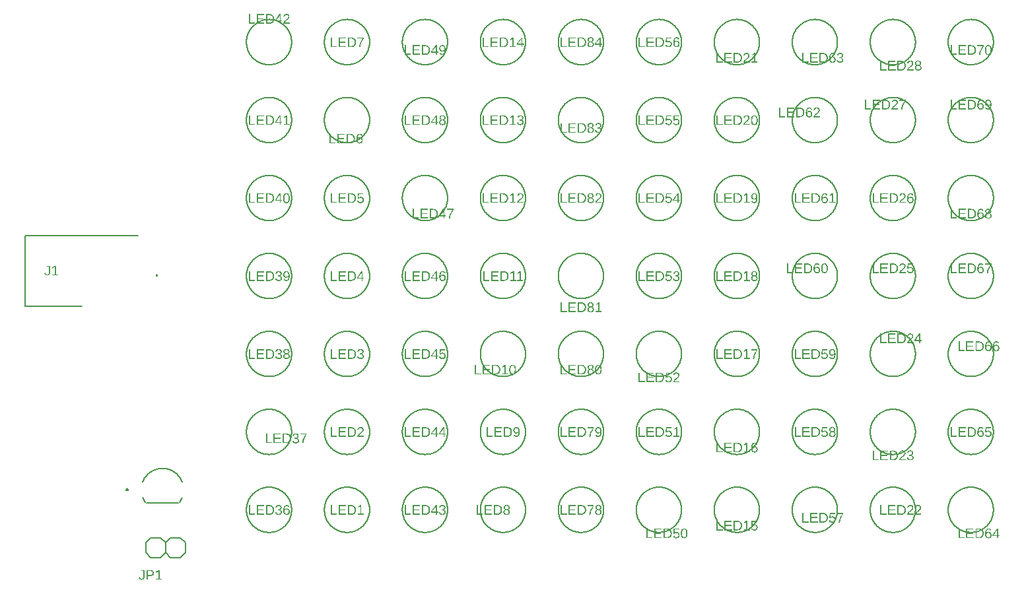
<source format=gbr>
G04 EAGLE Gerber RS-274X export*
G75*
%MOMM*%
%FSLAX34Y34*%
%LPD*%
%INSilkscreen Top*%
%IPPOS*%
%AMOC8*
5,1,8,0,0,1.08239X$1,22.5*%
G01*
G04 Define Apertures*
%ADD10C,0.200000*%
%ADD11C,0.152400*%
G36*
X-7643Y384840D02*
X-15377Y384840D01*
X-15377Y386180D01*
X-12233Y386180D01*
X-12233Y395674D01*
X-15018Y393686D01*
X-15018Y395175D01*
X-12101Y397181D01*
X-10647Y397181D01*
X-10647Y386180D01*
X-7643Y386180D01*
X-7643Y384840D01*
G37*
G36*
X-21710Y384665D02*
X-22092Y384678D01*
X-22454Y384715D01*
X-22796Y384779D01*
X-23118Y384867D01*
X-23420Y384981D01*
X-23703Y385121D01*
X-23965Y385285D01*
X-24208Y385475D01*
X-24431Y385690D01*
X-24633Y385931D01*
X-24816Y386197D01*
X-24979Y386488D01*
X-25122Y386804D01*
X-25245Y387146D01*
X-25349Y387513D01*
X-25432Y387905D01*
X-23794Y388177D01*
X-23748Y387930D01*
X-23691Y387697D01*
X-23620Y387478D01*
X-23538Y387273D01*
X-23443Y387082D01*
X-23336Y386904D01*
X-23216Y386741D01*
X-23085Y386592D01*
X-22942Y386458D01*
X-22791Y386343D01*
X-22631Y386245D01*
X-22463Y386165D01*
X-22285Y386102D01*
X-22099Y386058D01*
X-21904Y386031D01*
X-21701Y386022D01*
X-21479Y386032D01*
X-21269Y386062D01*
X-21072Y386110D01*
X-20886Y386179D01*
X-20713Y386267D01*
X-20551Y386375D01*
X-20402Y386502D01*
X-20264Y386649D01*
X-20141Y386814D01*
X-20034Y386998D01*
X-19944Y387200D01*
X-19870Y387420D01*
X-19813Y387659D01*
X-19772Y387916D01*
X-19747Y388190D01*
X-19739Y388484D01*
X-19739Y395814D01*
X-22112Y395814D01*
X-22112Y397181D01*
X-18075Y397181D01*
X-18075Y388519D01*
X-18090Y388082D01*
X-18135Y387669D01*
X-18211Y387280D01*
X-18318Y386915D01*
X-18455Y386574D01*
X-18622Y386256D01*
X-18819Y385963D01*
X-19047Y385694D01*
X-19301Y385453D01*
X-19578Y385244D01*
X-19877Y385067D01*
X-20199Y384922D01*
X-20543Y384810D01*
X-20909Y384729D01*
X-21298Y384681D01*
X-21710Y384665D01*
G37*
G36*
X368290Y77775D02*
X363675Y77775D01*
X363675Y90116D01*
X367756Y90116D01*
X368142Y90110D01*
X368518Y90091D01*
X368882Y90061D01*
X369234Y90018D01*
X369576Y89962D01*
X369906Y89895D01*
X370226Y89815D01*
X370534Y89723D01*
X370831Y89618D01*
X371116Y89502D01*
X371391Y89373D01*
X371654Y89231D01*
X371906Y89078D01*
X372147Y88912D01*
X372377Y88734D01*
X372595Y88544D01*
X372801Y88342D01*
X372994Y88130D01*
X373174Y87907D01*
X373340Y87675D01*
X373494Y87431D01*
X373633Y87178D01*
X373760Y86914D01*
X373873Y86640D01*
X373973Y86355D01*
X374059Y86060D01*
X374132Y85755D01*
X374192Y85439D01*
X374239Y85113D01*
X374272Y84776D01*
X374292Y84430D01*
X374299Y84072D01*
X374287Y83603D01*
X374252Y83148D01*
X374194Y82707D01*
X374113Y82282D01*
X374008Y81872D01*
X373880Y81477D01*
X373729Y81096D01*
X373554Y80731D01*
X373358Y80383D01*
X373143Y80057D01*
X372908Y79751D01*
X372654Y79466D01*
X372381Y79203D01*
X372088Y78960D01*
X371775Y78738D01*
X371443Y78537D01*
X371095Y78358D01*
X370734Y78204D01*
X370360Y78073D01*
X369972Y77965D01*
X369571Y77882D01*
X369157Y77823D01*
X368730Y77787D01*
X368290Y77775D01*
G37*
%LPC*%
G36*
X368098Y79115D02*
X368432Y79124D01*
X368756Y79152D01*
X369070Y79199D01*
X369373Y79264D01*
X369666Y79348D01*
X369949Y79450D01*
X370222Y79571D01*
X370484Y79711D01*
X370734Y79868D01*
X370969Y80041D01*
X371189Y80231D01*
X371394Y80438D01*
X371584Y80660D01*
X371760Y80900D01*
X371920Y81155D01*
X372065Y81427D01*
X372195Y81714D01*
X372307Y82013D01*
X372402Y82325D01*
X372479Y82649D01*
X372540Y82986D01*
X372583Y83336D01*
X372608Y83698D01*
X372617Y84072D01*
X372597Y84629D01*
X372539Y85152D01*
X372440Y85640D01*
X372303Y86095D01*
X372126Y86515D01*
X371910Y86901D01*
X371655Y87253D01*
X371360Y87571D01*
X371028Y87854D01*
X370661Y88098D01*
X370259Y88305D01*
X369822Y88475D01*
X369350Y88606D01*
X368842Y88700D01*
X368299Y88757D01*
X367721Y88776D01*
X365348Y88776D01*
X365348Y79115D01*
X368098Y79115D01*
G37*
%LPD*%
G36*
X361428Y77775D02*
X351706Y77775D01*
X351706Y90116D01*
X361069Y90116D01*
X361069Y88749D01*
X353379Y88749D01*
X353379Y84791D01*
X360543Y84791D01*
X360543Y83442D01*
X353379Y83442D01*
X353379Y79141D01*
X361428Y79141D01*
X361428Y77775D01*
G37*
G36*
X384241Y77775D02*
X376507Y77775D01*
X376507Y79115D01*
X379651Y79115D01*
X379651Y88609D01*
X376866Y86621D01*
X376866Y88110D01*
X379783Y90116D01*
X381237Y90116D01*
X381237Y79115D01*
X384241Y79115D01*
X384241Y77775D01*
G37*
G36*
X349646Y77775D02*
X341737Y77775D01*
X341737Y90116D01*
X343410Y90116D01*
X343410Y79141D01*
X349646Y79141D01*
X349646Y77775D01*
G37*
G36*
X553303Y257775D02*
X548687Y257775D01*
X548687Y270116D01*
X552768Y270116D01*
X553155Y270110D01*
X553530Y270091D01*
X553894Y270061D01*
X554247Y270018D01*
X554588Y269962D01*
X554919Y269895D01*
X555238Y269815D01*
X555546Y269723D01*
X555843Y269618D01*
X556128Y269502D01*
X556403Y269373D01*
X556666Y269231D01*
X556918Y269078D01*
X557159Y268912D01*
X557389Y268734D01*
X557607Y268544D01*
X557814Y268342D01*
X558007Y268130D01*
X558186Y267907D01*
X558353Y267675D01*
X558506Y267431D01*
X558646Y267178D01*
X558772Y266914D01*
X558885Y266640D01*
X558985Y266355D01*
X559071Y266060D01*
X559145Y265755D01*
X559204Y265439D01*
X559251Y265113D01*
X559284Y264776D01*
X559304Y264430D01*
X559311Y264072D01*
X559299Y263603D01*
X559264Y263148D01*
X559206Y262707D01*
X559125Y262282D01*
X559020Y261872D01*
X558892Y261477D01*
X558741Y261096D01*
X558566Y260731D01*
X558371Y260383D01*
X558155Y260057D01*
X557921Y259751D01*
X557667Y259466D01*
X557393Y259203D01*
X557100Y258960D01*
X556788Y258738D01*
X556456Y258537D01*
X556108Y258358D01*
X555746Y258204D01*
X555372Y258073D01*
X554984Y257965D01*
X554584Y257882D01*
X554170Y257823D01*
X553743Y257787D01*
X553303Y257775D01*
G37*
%LPC*%
G36*
X553110Y259115D02*
X553444Y259124D01*
X553768Y259152D01*
X554082Y259199D01*
X554385Y259264D01*
X554679Y259348D01*
X554962Y259450D01*
X555234Y259571D01*
X555497Y259711D01*
X555746Y259868D01*
X555981Y260041D01*
X556201Y260231D01*
X556406Y260438D01*
X556597Y260660D01*
X556772Y260900D01*
X556932Y261155D01*
X557078Y261427D01*
X557207Y261714D01*
X557319Y262013D01*
X557414Y262325D01*
X557491Y262649D01*
X557552Y262986D01*
X557595Y263336D01*
X557621Y263698D01*
X557629Y264072D01*
X557610Y264629D01*
X557551Y265152D01*
X557453Y265640D01*
X557315Y266095D01*
X557138Y266515D01*
X556922Y266901D01*
X556667Y267253D01*
X556372Y267571D01*
X556041Y267854D01*
X555674Y268098D01*
X555272Y268305D01*
X554834Y268475D01*
X554362Y268606D01*
X553854Y268700D01*
X553311Y268757D01*
X552733Y268776D01*
X550360Y268776D01*
X550360Y259115D01*
X553110Y259115D01*
G37*
%LPD*%
G36*
X575088Y257600D02*
X574826Y257606D01*
X574572Y257625D01*
X574327Y257657D01*
X574090Y257701D01*
X573641Y257828D01*
X573224Y258005D01*
X572841Y258233D01*
X572491Y258511D01*
X572175Y258840D01*
X571891Y259220D01*
X571640Y259649D01*
X571423Y260123D01*
X571240Y260645D01*
X571089Y261213D01*
X570973Y261827D01*
X570889Y262488D01*
X570839Y263196D01*
X570822Y263950D01*
X570839Y264720D01*
X570887Y265440D01*
X570968Y266110D01*
X571082Y266731D01*
X571228Y267301D01*
X571406Y267822D01*
X571617Y268293D01*
X571860Y268714D01*
X572139Y269086D01*
X572454Y269408D01*
X572808Y269680D01*
X573199Y269903D01*
X573628Y270077D01*
X573857Y270145D01*
X574094Y270201D01*
X574342Y270244D01*
X574599Y270275D01*
X574865Y270294D01*
X575140Y270300D01*
X575408Y270293D01*
X575668Y270275D01*
X575918Y270243D01*
X576159Y270200D01*
X576392Y270143D01*
X576615Y270074D01*
X577035Y269899D01*
X577420Y269674D01*
X577769Y269398D01*
X578082Y269073D01*
X578359Y268697D01*
X578602Y268272D01*
X578813Y267799D01*
X578992Y267278D01*
X579137Y266709D01*
X579251Y266091D01*
X579332Y265426D01*
X579381Y264712D01*
X579397Y263950D01*
X579380Y263200D01*
X579329Y262495D01*
X579244Y261837D01*
X579124Y261224D01*
X578971Y260656D01*
X578784Y260135D01*
X578562Y259659D01*
X578307Y259229D01*
X578018Y258847D01*
X577696Y258516D01*
X577343Y258236D01*
X576957Y258007D01*
X576538Y257829D01*
X576087Y257702D01*
X575849Y257657D01*
X575604Y257625D01*
X575350Y257606D01*
X575088Y257600D01*
G37*
%LPC*%
G36*
X575105Y258887D02*
X575442Y258907D01*
X575755Y258965D01*
X576045Y259062D01*
X576312Y259198D01*
X576555Y259373D01*
X576775Y259587D01*
X576972Y259840D01*
X577146Y260131D01*
X577298Y260463D01*
X577430Y260836D01*
X577541Y261251D01*
X577632Y261708D01*
X577703Y262206D01*
X577754Y262745D01*
X577784Y263327D01*
X577794Y263950D01*
X577784Y264595D01*
X577756Y265193D01*
X577707Y265746D01*
X577640Y266253D01*
X577553Y266714D01*
X577447Y267129D01*
X577321Y267498D01*
X577177Y267821D01*
X577010Y268102D01*
X576818Y268346D01*
X576601Y268552D01*
X576359Y268721D01*
X576092Y268852D01*
X575800Y268946D01*
X575483Y269002D01*
X575140Y269021D01*
X574790Y269002D01*
X574465Y268947D01*
X574165Y268855D01*
X573891Y268725D01*
X573643Y268559D01*
X573420Y268356D01*
X573223Y268116D01*
X573051Y267839D01*
X572903Y267519D01*
X572774Y267152D01*
X572664Y266737D01*
X572575Y266275D01*
X572506Y265765D01*
X572456Y265208D01*
X572426Y264603D01*
X572416Y263950D01*
X572426Y263315D01*
X572457Y262724D01*
X572507Y262177D01*
X572577Y261675D01*
X572668Y261216D01*
X572779Y260802D01*
X572909Y260431D01*
X573060Y260105D01*
X573233Y259819D01*
X573429Y259572D01*
X573650Y259363D01*
X573893Y259192D01*
X574161Y259059D01*
X574452Y258963D01*
X574767Y258906D01*
X575105Y258887D01*
G37*
%LPD*%
G36*
X546440Y257775D02*
X536718Y257775D01*
X536718Y270116D01*
X546081Y270116D01*
X546081Y268749D01*
X538391Y268749D01*
X538391Y264791D01*
X545555Y264791D01*
X545555Y263442D01*
X538391Y263442D01*
X538391Y259141D01*
X546440Y259141D01*
X546440Y257775D01*
G37*
G36*
X569253Y257775D02*
X561519Y257775D01*
X561519Y259115D01*
X564664Y259115D01*
X564664Y268609D01*
X561878Y266621D01*
X561878Y268110D01*
X564795Y270116D01*
X566249Y270116D01*
X566249Y259115D01*
X569253Y259115D01*
X569253Y257775D01*
G37*
G36*
X534658Y257775D02*
X526749Y257775D01*
X526749Y270116D01*
X528422Y270116D01*
X528422Y259141D01*
X534658Y259141D01*
X534658Y257775D01*
G37*
G36*
X563968Y377775D02*
X559353Y377775D01*
X559353Y390116D01*
X563434Y390116D01*
X563820Y390110D01*
X564196Y390091D01*
X564560Y390061D01*
X564912Y390018D01*
X565254Y389962D01*
X565584Y389895D01*
X565904Y389815D01*
X566212Y389723D01*
X566508Y389618D01*
X566794Y389502D01*
X567069Y389373D01*
X567332Y389231D01*
X567584Y389078D01*
X567825Y388912D01*
X568055Y388734D01*
X568273Y388544D01*
X568479Y388342D01*
X568672Y388130D01*
X568852Y387907D01*
X569018Y387675D01*
X569172Y387431D01*
X569311Y387178D01*
X569438Y386914D01*
X569551Y386640D01*
X569651Y386355D01*
X569737Y386060D01*
X569810Y385755D01*
X569870Y385439D01*
X569917Y385113D01*
X569950Y384776D01*
X569970Y384430D01*
X569977Y384072D01*
X569965Y383603D01*
X569930Y383148D01*
X569872Y382707D01*
X569791Y382282D01*
X569686Y381872D01*
X569558Y381477D01*
X569407Y381096D01*
X569232Y380731D01*
X569036Y380383D01*
X568821Y380057D01*
X568586Y379751D01*
X568332Y379466D01*
X568059Y379203D01*
X567766Y378960D01*
X567453Y378738D01*
X567121Y378537D01*
X566773Y378358D01*
X566412Y378204D01*
X566038Y378073D01*
X565650Y377965D01*
X565249Y377882D01*
X564835Y377823D01*
X564408Y377787D01*
X563968Y377775D01*
G37*
%LPC*%
G36*
X563776Y379115D02*
X564110Y379124D01*
X564434Y379152D01*
X564748Y379199D01*
X565051Y379264D01*
X565344Y379348D01*
X565627Y379450D01*
X565900Y379571D01*
X566162Y379711D01*
X566412Y379868D01*
X566647Y380041D01*
X566867Y380231D01*
X567072Y380438D01*
X567262Y380660D01*
X567438Y380900D01*
X567598Y381155D01*
X567743Y381427D01*
X567873Y381714D01*
X567985Y382013D01*
X568080Y382325D01*
X568157Y382649D01*
X568217Y382986D01*
X568261Y383336D01*
X568286Y383698D01*
X568295Y384072D01*
X568275Y384629D01*
X568217Y385152D01*
X568118Y385640D01*
X567981Y386095D01*
X567804Y386515D01*
X567588Y386901D01*
X567333Y387253D01*
X567038Y387571D01*
X566706Y387854D01*
X566339Y388098D01*
X565937Y388305D01*
X565500Y388475D01*
X565028Y388606D01*
X564520Y388700D01*
X563977Y388757D01*
X563399Y388776D01*
X561025Y388776D01*
X561025Y379115D01*
X563776Y379115D01*
G37*
%LPD*%
G36*
X557106Y377775D02*
X547384Y377775D01*
X547384Y390116D01*
X556747Y390116D01*
X556747Y388749D01*
X549057Y388749D01*
X549057Y384791D01*
X556221Y384791D01*
X556221Y383442D01*
X549057Y383442D01*
X549057Y379141D01*
X557106Y379141D01*
X557106Y377775D01*
G37*
G36*
X579919Y377775D02*
X572185Y377775D01*
X572185Y379115D01*
X575329Y379115D01*
X575329Y388609D01*
X572544Y386621D01*
X572544Y388110D01*
X575461Y390116D01*
X576915Y390116D01*
X576915Y379115D01*
X579919Y379115D01*
X579919Y377775D01*
G37*
G36*
X588575Y377775D02*
X580841Y377775D01*
X580841Y379115D01*
X583986Y379115D01*
X583986Y388609D01*
X581200Y386621D01*
X581200Y388110D01*
X584117Y390116D01*
X585571Y390116D01*
X585571Y379115D01*
X588575Y379115D01*
X588575Y377775D01*
G37*
G36*
X545324Y377775D02*
X537415Y377775D01*
X537415Y390116D01*
X539088Y390116D01*
X539088Y379141D01*
X545324Y379141D01*
X545324Y377775D01*
G37*
G36*
X563303Y477775D02*
X558687Y477775D01*
X558687Y490116D01*
X562768Y490116D01*
X563155Y490110D01*
X563530Y490091D01*
X563894Y490061D01*
X564247Y490018D01*
X564588Y489962D01*
X564919Y489895D01*
X565238Y489815D01*
X565546Y489723D01*
X565843Y489618D01*
X566128Y489502D01*
X566403Y489373D01*
X566666Y489231D01*
X566918Y489078D01*
X567159Y488912D01*
X567389Y488734D01*
X567607Y488544D01*
X567814Y488342D01*
X568007Y488130D01*
X568186Y487907D01*
X568353Y487675D01*
X568506Y487431D01*
X568646Y487178D01*
X568772Y486914D01*
X568885Y486640D01*
X568985Y486355D01*
X569071Y486060D01*
X569145Y485755D01*
X569204Y485439D01*
X569251Y485113D01*
X569284Y484776D01*
X569304Y484430D01*
X569311Y484072D01*
X569299Y483603D01*
X569264Y483148D01*
X569206Y482707D01*
X569125Y482282D01*
X569020Y481872D01*
X568892Y481477D01*
X568741Y481096D01*
X568566Y480731D01*
X568371Y480383D01*
X568155Y480057D01*
X567921Y479751D01*
X567667Y479466D01*
X567393Y479203D01*
X567100Y478960D01*
X566788Y478738D01*
X566456Y478537D01*
X566108Y478358D01*
X565746Y478204D01*
X565372Y478073D01*
X564984Y477965D01*
X564584Y477882D01*
X564170Y477823D01*
X563743Y477787D01*
X563303Y477775D01*
G37*
%LPC*%
G36*
X563110Y479115D02*
X563444Y479124D01*
X563768Y479152D01*
X564082Y479199D01*
X564385Y479264D01*
X564679Y479348D01*
X564962Y479450D01*
X565234Y479571D01*
X565497Y479711D01*
X565746Y479868D01*
X565981Y480041D01*
X566201Y480231D01*
X566406Y480438D01*
X566597Y480660D01*
X566772Y480900D01*
X566932Y481155D01*
X567078Y481427D01*
X567207Y481714D01*
X567319Y482013D01*
X567414Y482325D01*
X567491Y482649D01*
X567552Y482986D01*
X567595Y483336D01*
X567621Y483698D01*
X567629Y484072D01*
X567610Y484629D01*
X567551Y485152D01*
X567453Y485640D01*
X567315Y486095D01*
X567138Y486515D01*
X566922Y486901D01*
X566667Y487253D01*
X566372Y487571D01*
X566041Y487854D01*
X565674Y488098D01*
X565272Y488305D01*
X564834Y488475D01*
X564362Y488606D01*
X563854Y488700D01*
X563311Y488757D01*
X562733Y488776D01*
X560360Y488776D01*
X560360Y479115D01*
X563110Y479115D01*
G37*
%LPD*%
G36*
X556440Y477775D02*
X546718Y477775D01*
X546718Y490116D01*
X556081Y490116D01*
X556081Y488749D01*
X548391Y488749D01*
X548391Y484791D01*
X555555Y484791D01*
X555555Y483442D01*
X548391Y483442D01*
X548391Y479141D01*
X556440Y479141D01*
X556440Y477775D01*
G37*
G36*
X589196Y477775D02*
X581024Y477775D01*
X581024Y478887D01*
X581259Y479385D01*
X581520Y479852D01*
X581805Y480289D01*
X582114Y480696D01*
X582440Y481079D01*
X582774Y481443D01*
X583117Y481788D01*
X583467Y482115D01*
X584174Y482727D01*
X584873Y483293D01*
X585536Y483836D01*
X586130Y484379D01*
X586397Y484654D01*
X586637Y484935D01*
X586850Y485223D01*
X587037Y485518D01*
X587188Y485825D01*
X587296Y486153D01*
X587361Y486500D01*
X587382Y486866D01*
X587373Y487113D01*
X587345Y487346D01*
X587299Y487564D01*
X587234Y487768D01*
X587150Y487958D01*
X587047Y488134D01*
X586926Y488296D01*
X586787Y488443D01*
X586631Y488574D01*
X586460Y488688D01*
X586275Y488784D01*
X586075Y488863D01*
X585861Y488925D01*
X585632Y488968D01*
X585389Y488995D01*
X585132Y489003D01*
X584885Y488995D01*
X584650Y488969D01*
X584426Y488926D01*
X584213Y488867D01*
X584011Y488790D01*
X583820Y488696D01*
X583640Y488584D01*
X583472Y488456D01*
X583317Y488312D01*
X583179Y488155D01*
X583058Y487983D01*
X582954Y487798D01*
X582867Y487599D01*
X582796Y487386D01*
X582742Y487159D01*
X582705Y486919D01*
X581094Y487068D01*
X581152Y487428D01*
X581238Y487770D01*
X581353Y488093D01*
X581496Y488397D01*
X581667Y488682D01*
X581867Y488948D01*
X582094Y489195D01*
X582351Y489424D01*
X582631Y489629D01*
X582930Y489807D01*
X583249Y489958D01*
X583587Y490081D01*
X583944Y490177D01*
X584321Y490245D01*
X584716Y490286D01*
X585132Y490300D01*
X585584Y490286D01*
X586010Y490245D01*
X586409Y490176D01*
X586781Y490080D01*
X587127Y489956D01*
X587445Y489805D01*
X587736Y489626D01*
X588000Y489419D01*
X588235Y489188D01*
X588439Y488933D01*
X588611Y488655D01*
X588752Y488354D01*
X588862Y488030D01*
X588940Y487683D01*
X588987Y487312D01*
X589003Y486919D01*
X588982Y486560D01*
X588921Y486203D01*
X588818Y485847D01*
X588674Y485491D01*
X588490Y485137D01*
X588266Y484782D01*
X588002Y484427D01*
X587698Y484072D01*
X587300Y483669D01*
X586754Y483168D01*
X586060Y482570D01*
X585219Y481874D01*
X584741Y481472D01*
X584315Y481091D01*
X583940Y480730D01*
X583616Y480389D01*
X583339Y480062D01*
X583104Y479740D01*
X582910Y479425D01*
X582758Y479115D01*
X589196Y479115D01*
X589196Y477775D01*
G37*
G36*
X579253Y477775D02*
X571519Y477775D01*
X571519Y479115D01*
X574664Y479115D01*
X574664Y488609D01*
X571878Y486621D01*
X571878Y488110D01*
X574795Y490116D01*
X576249Y490116D01*
X576249Y479115D01*
X579253Y479115D01*
X579253Y477775D01*
G37*
G36*
X544658Y477775D02*
X536749Y477775D01*
X536749Y490116D01*
X538422Y490116D01*
X538422Y479141D01*
X544658Y479141D01*
X544658Y477775D01*
G37*
G36*
X563303Y577775D02*
X558687Y577775D01*
X558687Y590116D01*
X562768Y590116D01*
X563155Y590110D01*
X563530Y590091D01*
X563894Y590061D01*
X564247Y590018D01*
X564588Y589962D01*
X564919Y589895D01*
X565238Y589815D01*
X565546Y589723D01*
X565843Y589618D01*
X566128Y589502D01*
X566403Y589373D01*
X566666Y589231D01*
X566918Y589078D01*
X567159Y588912D01*
X567389Y588734D01*
X567607Y588544D01*
X567814Y588342D01*
X568007Y588130D01*
X568186Y587907D01*
X568353Y587675D01*
X568506Y587431D01*
X568646Y587178D01*
X568772Y586914D01*
X568885Y586640D01*
X568985Y586355D01*
X569071Y586060D01*
X569145Y585755D01*
X569204Y585439D01*
X569251Y585113D01*
X569284Y584776D01*
X569304Y584430D01*
X569311Y584072D01*
X569299Y583603D01*
X569264Y583148D01*
X569206Y582707D01*
X569125Y582282D01*
X569020Y581872D01*
X568892Y581477D01*
X568741Y581096D01*
X568566Y580731D01*
X568371Y580383D01*
X568155Y580057D01*
X567921Y579751D01*
X567667Y579466D01*
X567393Y579203D01*
X567100Y578960D01*
X566788Y578738D01*
X566456Y578537D01*
X566108Y578358D01*
X565746Y578204D01*
X565372Y578073D01*
X564984Y577965D01*
X564584Y577882D01*
X564170Y577823D01*
X563743Y577787D01*
X563303Y577775D01*
G37*
%LPC*%
G36*
X563110Y579115D02*
X563444Y579124D01*
X563768Y579152D01*
X564082Y579199D01*
X564385Y579264D01*
X564679Y579348D01*
X564962Y579450D01*
X565234Y579571D01*
X565497Y579711D01*
X565746Y579868D01*
X565981Y580041D01*
X566201Y580231D01*
X566406Y580438D01*
X566597Y580660D01*
X566772Y580900D01*
X566932Y581155D01*
X567078Y581427D01*
X567207Y581714D01*
X567319Y582013D01*
X567414Y582325D01*
X567491Y582649D01*
X567552Y582986D01*
X567595Y583336D01*
X567621Y583698D01*
X567629Y584072D01*
X567610Y584629D01*
X567551Y585152D01*
X567453Y585640D01*
X567315Y586095D01*
X567138Y586515D01*
X566922Y586901D01*
X566667Y587253D01*
X566372Y587571D01*
X566041Y587854D01*
X565674Y588098D01*
X565272Y588305D01*
X564834Y588475D01*
X564362Y588606D01*
X563854Y588700D01*
X563311Y588757D01*
X562733Y588776D01*
X560360Y588776D01*
X560360Y579115D01*
X563110Y579115D01*
G37*
%LPD*%
G36*
X556440Y577775D02*
X546718Y577775D01*
X546718Y590116D01*
X556081Y590116D01*
X556081Y588749D01*
X548391Y588749D01*
X548391Y584791D01*
X555555Y584791D01*
X555555Y583442D01*
X548391Y583442D01*
X548391Y579141D01*
X556440Y579141D01*
X556440Y577775D01*
G37*
G36*
X585123Y577600D02*
X584666Y577613D01*
X584233Y577653D01*
X583824Y577719D01*
X583438Y577811D01*
X583076Y577930D01*
X582737Y578075D01*
X582423Y578247D01*
X582132Y578445D01*
X581867Y578669D01*
X581630Y578918D01*
X581422Y579193D01*
X581242Y579493D01*
X581090Y579818D01*
X580967Y580169D01*
X580872Y580544D01*
X580805Y580946D01*
X582434Y581094D01*
X582481Y580829D01*
X582545Y580581D01*
X582625Y580350D01*
X582720Y580137D01*
X582832Y579940D01*
X582960Y579760D01*
X583104Y579598D01*
X583264Y579452D01*
X583440Y579324D01*
X583632Y579213D01*
X583840Y579119D01*
X584065Y579042D01*
X584305Y578982D01*
X584562Y578939D01*
X584834Y578913D01*
X585123Y578905D01*
X585413Y578914D01*
X585686Y578942D01*
X585944Y578987D01*
X586186Y579052D01*
X586412Y579134D01*
X586621Y579235D01*
X586815Y579354D01*
X586993Y579492D01*
X587152Y579647D01*
X587290Y579821D01*
X587406Y580012D01*
X587502Y580221D01*
X587576Y580448D01*
X587629Y580692D01*
X587661Y580954D01*
X587672Y581235D01*
X587659Y581480D01*
X587623Y581711D01*
X587563Y581928D01*
X587478Y582131D01*
X587369Y582321D01*
X587236Y582497D01*
X587078Y582659D01*
X586896Y582807D01*
X586692Y582939D01*
X586466Y583054D01*
X586218Y583151D01*
X585949Y583230D01*
X585659Y583292D01*
X585347Y583336D01*
X585014Y583363D01*
X584659Y583372D01*
X583765Y583372D01*
X583765Y584738D01*
X584624Y584738D01*
X584939Y584747D01*
X585235Y584773D01*
X585514Y584817D01*
X585774Y584879D01*
X586016Y584959D01*
X586240Y585056D01*
X586446Y585171D01*
X586634Y585303D01*
X586801Y585451D01*
X586946Y585613D01*
X587069Y585788D01*
X587169Y585976D01*
X587247Y586178D01*
X587303Y586394D01*
X587336Y586624D01*
X587347Y586866D01*
X587338Y587107D01*
X587311Y587335D01*
X587266Y587550D01*
X587202Y587752D01*
X587120Y587941D01*
X587020Y588117D01*
X586902Y588280D01*
X586765Y588430D01*
X586611Y588564D01*
X586438Y588681D01*
X586249Y588779D01*
X586041Y588860D01*
X585816Y588923D01*
X585574Y588968D01*
X585313Y588994D01*
X585035Y589003D01*
X584781Y588995D01*
X584539Y588970D01*
X584310Y588928D01*
X584093Y588870D01*
X583888Y588795D01*
X583696Y588703D01*
X583516Y588594D01*
X583349Y588469D01*
X583197Y588329D01*
X583061Y588175D01*
X582942Y588007D01*
X582840Y587825D01*
X582755Y587630D01*
X582687Y587421D01*
X582635Y587199D01*
X582600Y586963D01*
X581015Y587085D01*
X581073Y587454D01*
X581159Y587801D01*
X581274Y588128D01*
X581417Y588434D01*
X581588Y588719D01*
X581788Y588984D01*
X582016Y589227D01*
X582272Y589450D01*
X582552Y589649D01*
X582851Y589822D01*
X583170Y589968D01*
X583508Y590087D01*
X583865Y590180D01*
X584242Y590247D01*
X584638Y590286D01*
X585053Y590300D01*
X585504Y590286D01*
X585929Y590246D01*
X586329Y590178D01*
X586703Y590084D01*
X587050Y589963D01*
X587372Y589814D01*
X587668Y589639D01*
X587939Y589437D01*
X588180Y589211D01*
X588389Y588963D01*
X588566Y588695D01*
X588711Y588405D01*
X588823Y588093D01*
X588903Y587761D01*
X588952Y587408D01*
X588968Y587033D01*
X588957Y586744D01*
X588926Y586469D01*
X588875Y586208D01*
X588802Y585961D01*
X588709Y585728D01*
X588596Y585508D01*
X588462Y585302D01*
X588307Y585110D01*
X588132Y584933D01*
X587938Y584770D01*
X587726Y584622D01*
X587495Y584490D01*
X587246Y584372D01*
X586977Y584269D01*
X586690Y584181D01*
X586384Y584107D01*
X586384Y584072D01*
X586720Y584025D01*
X587038Y583959D01*
X587336Y583872D01*
X587615Y583766D01*
X587874Y583640D01*
X588115Y583494D01*
X588336Y583329D01*
X588539Y583144D01*
X588719Y582943D01*
X588876Y582729D01*
X589008Y582503D01*
X589117Y582264D01*
X589201Y582012D01*
X589261Y581748D01*
X589297Y581471D01*
X589309Y581182D01*
X589292Y580767D01*
X589241Y580376D01*
X589157Y580010D01*
X589038Y579667D01*
X588885Y579348D01*
X588698Y579054D01*
X588478Y578783D01*
X588223Y578537D01*
X587937Y578317D01*
X587622Y578127D01*
X587278Y577966D01*
X586905Y577834D01*
X586503Y577732D01*
X586072Y577658D01*
X585612Y577615D01*
X585123Y577600D01*
G37*
G36*
X579253Y577775D02*
X571519Y577775D01*
X571519Y579115D01*
X574664Y579115D01*
X574664Y588609D01*
X571878Y586621D01*
X571878Y588110D01*
X574795Y590116D01*
X576249Y590116D01*
X576249Y579115D01*
X579253Y579115D01*
X579253Y577775D01*
G37*
G36*
X544658Y577775D02*
X536749Y577775D01*
X536749Y590116D01*
X538422Y590116D01*
X538422Y579141D01*
X544658Y579141D01*
X544658Y577775D01*
G37*
G36*
X563303Y677775D02*
X558687Y677775D01*
X558687Y690116D01*
X562768Y690116D01*
X563155Y690110D01*
X563530Y690091D01*
X563894Y690061D01*
X564247Y690018D01*
X564588Y689962D01*
X564919Y689895D01*
X565238Y689815D01*
X565546Y689723D01*
X565843Y689618D01*
X566128Y689502D01*
X566403Y689373D01*
X566666Y689231D01*
X566918Y689078D01*
X567159Y688912D01*
X567389Y688734D01*
X567607Y688544D01*
X567814Y688342D01*
X568007Y688130D01*
X568186Y687907D01*
X568353Y687675D01*
X568506Y687431D01*
X568646Y687178D01*
X568772Y686914D01*
X568885Y686640D01*
X568985Y686355D01*
X569071Y686060D01*
X569145Y685755D01*
X569204Y685439D01*
X569251Y685113D01*
X569284Y684776D01*
X569304Y684430D01*
X569311Y684072D01*
X569299Y683603D01*
X569264Y683148D01*
X569206Y682707D01*
X569125Y682282D01*
X569020Y681872D01*
X568892Y681477D01*
X568741Y681096D01*
X568566Y680731D01*
X568371Y680383D01*
X568155Y680057D01*
X567921Y679751D01*
X567667Y679466D01*
X567393Y679203D01*
X567100Y678960D01*
X566788Y678738D01*
X566456Y678537D01*
X566108Y678358D01*
X565746Y678204D01*
X565372Y678073D01*
X564984Y677965D01*
X564584Y677882D01*
X564170Y677823D01*
X563743Y677787D01*
X563303Y677775D01*
G37*
%LPC*%
G36*
X563110Y679115D02*
X563444Y679124D01*
X563768Y679152D01*
X564082Y679199D01*
X564385Y679264D01*
X564679Y679348D01*
X564962Y679450D01*
X565234Y679571D01*
X565497Y679711D01*
X565746Y679868D01*
X565981Y680041D01*
X566201Y680231D01*
X566406Y680438D01*
X566597Y680660D01*
X566772Y680900D01*
X566932Y681155D01*
X567078Y681427D01*
X567207Y681714D01*
X567319Y682013D01*
X567414Y682325D01*
X567491Y682649D01*
X567552Y682986D01*
X567595Y683336D01*
X567621Y683698D01*
X567629Y684072D01*
X567610Y684629D01*
X567551Y685152D01*
X567453Y685640D01*
X567315Y686095D01*
X567138Y686515D01*
X566922Y686901D01*
X566667Y687253D01*
X566372Y687571D01*
X566041Y687854D01*
X565674Y688098D01*
X565272Y688305D01*
X564834Y688475D01*
X564362Y688606D01*
X563854Y688700D01*
X563311Y688757D01*
X562733Y688776D01*
X560360Y688776D01*
X560360Y679115D01*
X563110Y679115D01*
G37*
%LPD*%
G36*
X587838Y677775D02*
X586349Y677775D01*
X586349Y680569D01*
X580533Y680569D01*
X580533Y681795D01*
X586183Y690116D01*
X587838Y690116D01*
X587838Y681813D01*
X589572Y681813D01*
X589572Y680569D01*
X587838Y680569D01*
X587838Y677775D01*
G37*
%LPC*%
G36*
X586349Y681813D02*
X586349Y688338D01*
X586104Y687874D01*
X585762Y687296D01*
X582600Y682636D01*
X582127Y681988D01*
X581987Y681813D01*
X586349Y681813D01*
G37*
%LPD*%
G36*
X556440Y677775D02*
X546718Y677775D01*
X546718Y690116D01*
X556081Y690116D01*
X556081Y688749D01*
X548391Y688749D01*
X548391Y684791D01*
X555555Y684791D01*
X555555Y683442D01*
X548391Y683442D01*
X548391Y679141D01*
X556440Y679141D01*
X556440Y677775D01*
G37*
G36*
X579253Y677775D02*
X571519Y677775D01*
X571519Y679115D01*
X574664Y679115D01*
X574664Y688609D01*
X571878Y686621D01*
X571878Y688110D01*
X574795Y690116D01*
X576249Y690116D01*
X576249Y679115D01*
X579253Y679115D01*
X579253Y677775D01*
G37*
G36*
X544658Y677775D02*
X536749Y677775D01*
X536749Y690116D01*
X538422Y690116D01*
X538422Y679141D01*
X544658Y679141D01*
X544658Y677775D01*
G37*
G36*
X863303Y57775D02*
X858687Y57775D01*
X858687Y70116D01*
X862768Y70116D01*
X863155Y70110D01*
X863530Y70091D01*
X863894Y70061D01*
X864247Y70018D01*
X864588Y69962D01*
X864919Y69895D01*
X865238Y69815D01*
X865546Y69723D01*
X865843Y69618D01*
X866128Y69502D01*
X866403Y69373D01*
X866666Y69231D01*
X866918Y69078D01*
X867159Y68912D01*
X867389Y68734D01*
X867607Y68544D01*
X867814Y68342D01*
X868007Y68130D01*
X868186Y67907D01*
X868353Y67675D01*
X868506Y67431D01*
X868646Y67178D01*
X868772Y66914D01*
X868885Y66640D01*
X868985Y66355D01*
X869071Y66060D01*
X869145Y65755D01*
X869204Y65439D01*
X869251Y65113D01*
X869284Y64776D01*
X869304Y64430D01*
X869311Y64072D01*
X869299Y63603D01*
X869264Y63148D01*
X869206Y62707D01*
X869125Y62282D01*
X869020Y61872D01*
X868892Y61477D01*
X868741Y61096D01*
X868566Y60731D01*
X868371Y60383D01*
X868155Y60057D01*
X867921Y59751D01*
X867667Y59466D01*
X867393Y59203D01*
X867100Y58960D01*
X866788Y58738D01*
X866456Y58537D01*
X866108Y58358D01*
X865746Y58204D01*
X865372Y58073D01*
X864984Y57965D01*
X864584Y57882D01*
X864170Y57823D01*
X863743Y57787D01*
X863303Y57775D01*
G37*
%LPC*%
G36*
X863110Y59115D02*
X863444Y59124D01*
X863768Y59152D01*
X864082Y59199D01*
X864385Y59264D01*
X864679Y59348D01*
X864962Y59450D01*
X865234Y59571D01*
X865497Y59711D01*
X865746Y59868D01*
X865981Y60041D01*
X866201Y60231D01*
X866406Y60438D01*
X866597Y60660D01*
X866772Y60900D01*
X866932Y61155D01*
X867078Y61427D01*
X867207Y61714D01*
X867319Y62013D01*
X867414Y62325D01*
X867491Y62649D01*
X867552Y62986D01*
X867595Y63336D01*
X867621Y63698D01*
X867629Y64072D01*
X867610Y64629D01*
X867551Y65152D01*
X867453Y65640D01*
X867315Y66095D01*
X867138Y66515D01*
X866922Y66901D01*
X866667Y67253D01*
X866372Y67571D01*
X866041Y67854D01*
X865674Y68098D01*
X865272Y68305D01*
X864834Y68475D01*
X864362Y68606D01*
X863854Y68700D01*
X863311Y68757D01*
X862733Y68776D01*
X860360Y68776D01*
X860360Y59115D01*
X863110Y59115D01*
G37*
%LPD*%
G36*
X856440Y57775D02*
X846718Y57775D01*
X846718Y70116D01*
X856081Y70116D01*
X856081Y68749D01*
X848391Y68749D01*
X848391Y64791D01*
X855555Y64791D01*
X855555Y63442D01*
X848391Y63442D01*
X848391Y59141D01*
X856440Y59141D01*
X856440Y57775D01*
G37*
G36*
X884965Y57600D02*
X884544Y57612D01*
X884144Y57647D01*
X883765Y57706D01*
X883406Y57788D01*
X883068Y57894D01*
X882751Y58024D01*
X882455Y58177D01*
X882180Y58353D01*
X881927Y58552D01*
X881699Y58772D01*
X881495Y59013D01*
X881315Y59275D01*
X881160Y59558D01*
X881029Y59862D01*
X880922Y60188D01*
X880840Y60534D01*
X882434Y60718D01*
X882502Y60496D01*
X882583Y60289D01*
X882676Y60096D01*
X882782Y59917D01*
X882899Y59753D01*
X883029Y59602D01*
X883171Y59467D01*
X883325Y59345D01*
X883492Y59238D01*
X883670Y59145D01*
X883861Y59066D01*
X884065Y59002D01*
X884280Y58952D01*
X884508Y58916D01*
X884748Y58894D01*
X885000Y58887D01*
X885309Y58899D01*
X885601Y58935D01*
X885875Y58995D01*
X886132Y59079D01*
X886372Y59187D01*
X886595Y59318D01*
X886800Y59474D01*
X886988Y59654D01*
X887157Y59854D01*
X887303Y60073D01*
X887426Y60309D01*
X887527Y60564D01*
X887606Y60836D01*
X887662Y61126D01*
X887695Y61434D01*
X887707Y61760D01*
X887695Y62044D01*
X887661Y62315D01*
X887605Y62571D01*
X887526Y62813D01*
X887424Y63042D01*
X887300Y63256D01*
X887153Y63457D01*
X886984Y63643D01*
X886795Y63812D01*
X886591Y63957D01*
X886371Y64081D01*
X886135Y64182D01*
X885884Y64260D01*
X885617Y64317D01*
X885334Y64350D01*
X885035Y64361D01*
X884721Y64349D01*
X884418Y64311D01*
X884125Y64248D01*
X883844Y64160D01*
X883568Y64042D01*
X883292Y63888D01*
X883016Y63700D01*
X882740Y63477D01*
X881199Y63477D01*
X881611Y70116D01*
X888626Y70116D01*
X888626Y68776D01*
X883047Y68776D01*
X882811Y64861D01*
X883075Y65045D01*
X883354Y65206D01*
X883649Y65341D01*
X883960Y65452D01*
X884286Y65538D01*
X884628Y65600D01*
X884986Y65637D01*
X885359Y65649D01*
X885803Y65632D01*
X886224Y65582D01*
X886622Y65499D01*
X886996Y65382D01*
X887347Y65232D01*
X887676Y65048D01*
X887981Y64831D01*
X888263Y64580D01*
X888516Y64303D01*
X888736Y64006D01*
X888922Y63688D01*
X889074Y63350D01*
X889192Y62992D01*
X889277Y62613D01*
X889328Y62214D01*
X889344Y61795D01*
X889326Y61320D01*
X889272Y60871D01*
X889181Y60447D01*
X889054Y60050D01*
X888891Y59679D01*
X888692Y59333D01*
X888456Y59014D01*
X888184Y58721D01*
X887880Y58458D01*
X887548Y58230D01*
X887187Y58038D01*
X886799Y57880D01*
X886383Y57758D01*
X885938Y57670D01*
X885466Y57617D01*
X884965Y57600D01*
G37*
G36*
X879253Y57775D02*
X871519Y57775D01*
X871519Y59115D01*
X874664Y59115D01*
X874664Y68609D01*
X871878Y66621D01*
X871878Y68110D01*
X874795Y70116D01*
X876249Y70116D01*
X876249Y59115D01*
X879253Y59115D01*
X879253Y57775D01*
G37*
G36*
X844658Y57775D02*
X836749Y57775D01*
X836749Y70116D01*
X838422Y70116D01*
X838422Y59141D01*
X844658Y59141D01*
X844658Y57775D01*
G37*
G36*
X863303Y157775D02*
X858687Y157775D01*
X858687Y170116D01*
X862768Y170116D01*
X863155Y170110D01*
X863530Y170091D01*
X863894Y170061D01*
X864247Y170018D01*
X864588Y169962D01*
X864919Y169895D01*
X865238Y169815D01*
X865546Y169723D01*
X865843Y169618D01*
X866128Y169502D01*
X866403Y169373D01*
X866666Y169231D01*
X866918Y169078D01*
X867159Y168912D01*
X867389Y168734D01*
X867607Y168544D01*
X867814Y168342D01*
X868007Y168130D01*
X868186Y167907D01*
X868353Y167675D01*
X868506Y167431D01*
X868646Y167178D01*
X868772Y166914D01*
X868885Y166640D01*
X868985Y166355D01*
X869071Y166060D01*
X869145Y165755D01*
X869204Y165439D01*
X869251Y165113D01*
X869284Y164776D01*
X869304Y164430D01*
X869311Y164072D01*
X869299Y163603D01*
X869264Y163148D01*
X869206Y162707D01*
X869125Y162282D01*
X869020Y161872D01*
X868892Y161477D01*
X868741Y161096D01*
X868566Y160731D01*
X868371Y160383D01*
X868155Y160057D01*
X867921Y159751D01*
X867667Y159466D01*
X867393Y159203D01*
X867100Y158960D01*
X866788Y158738D01*
X866456Y158537D01*
X866108Y158358D01*
X865746Y158204D01*
X865372Y158073D01*
X864984Y157965D01*
X864584Y157882D01*
X864170Y157823D01*
X863743Y157787D01*
X863303Y157775D01*
G37*
%LPC*%
G36*
X863110Y159115D02*
X863444Y159124D01*
X863768Y159152D01*
X864082Y159199D01*
X864385Y159264D01*
X864679Y159348D01*
X864962Y159450D01*
X865234Y159571D01*
X865497Y159711D01*
X865746Y159868D01*
X865981Y160041D01*
X866201Y160231D01*
X866406Y160438D01*
X866597Y160660D01*
X866772Y160900D01*
X866932Y161155D01*
X867078Y161427D01*
X867207Y161714D01*
X867319Y162013D01*
X867414Y162325D01*
X867491Y162649D01*
X867552Y162986D01*
X867595Y163336D01*
X867621Y163698D01*
X867629Y164072D01*
X867610Y164629D01*
X867551Y165152D01*
X867453Y165640D01*
X867315Y166095D01*
X867138Y166515D01*
X866922Y166901D01*
X866667Y167253D01*
X866372Y167571D01*
X866041Y167854D01*
X865674Y168098D01*
X865272Y168305D01*
X864834Y168475D01*
X864362Y168606D01*
X863854Y168700D01*
X863311Y168757D01*
X862733Y168776D01*
X860360Y168776D01*
X860360Y159115D01*
X863110Y159115D01*
G37*
%LPD*%
G36*
X885324Y157600D02*
X885067Y157606D01*
X884818Y157624D01*
X884343Y157697D01*
X883899Y157818D01*
X883485Y157987D01*
X883102Y158205D01*
X882749Y158472D01*
X882427Y158787D01*
X882136Y159150D01*
X881877Y159560D01*
X881653Y160013D01*
X881464Y160511D01*
X881308Y161053D01*
X881188Y161639D01*
X881102Y162269D01*
X881050Y162943D01*
X881033Y163661D01*
X881050Y164439D01*
X881104Y165170D01*
X881194Y165856D01*
X881319Y166494D01*
X881481Y167086D01*
X881678Y167632D01*
X881911Y168131D01*
X882180Y168583D01*
X882482Y168985D01*
X882814Y169334D01*
X883177Y169629D01*
X883570Y169871D01*
X883994Y170058D01*
X884217Y170132D01*
X884448Y170192D01*
X884686Y170239D01*
X884932Y170273D01*
X885186Y170293D01*
X885447Y170300D01*
X885788Y170290D01*
X886113Y170260D01*
X886422Y170211D01*
X886715Y170143D01*
X886991Y170054D01*
X887252Y169946D01*
X887496Y169819D01*
X887724Y169671D01*
X887936Y169504D01*
X888132Y169318D01*
X888312Y169112D01*
X888475Y168886D01*
X888623Y168640D01*
X888754Y168375D01*
X888869Y168090D01*
X888968Y167786D01*
X887461Y167515D01*
X887328Y167868D01*
X887160Y168174D01*
X886958Y168433D01*
X886721Y168644D01*
X886450Y168809D01*
X886144Y168927D01*
X885804Y168997D01*
X885429Y169021D01*
X885102Y169001D01*
X884793Y168942D01*
X884503Y168844D01*
X884233Y168707D01*
X883981Y168530D01*
X883749Y168314D01*
X883535Y168059D01*
X883340Y167764D01*
X883167Y167432D01*
X883017Y167065D01*
X882889Y166663D01*
X882785Y166226D01*
X882704Y165753D01*
X882647Y165246D01*
X882612Y164703D01*
X882600Y164125D01*
X882837Y164500D01*
X883117Y164827D01*
X883441Y165106D01*
X883809Y165338D01*
X884213Y165520D01*
X884645Y165650D01*
X884872Y165696D01*
X885106Y165728D01*
X885347Y165748D01*
X885596Y165754D01*
X886012Y165737D01*
X886406Y165687D01*
X886778Y165604D01*
X887127Y165487D01*
X887455Y165337D01*
X887761Y165153D01*
X888045Y164936D01*
X888307Y164685D01*
X888542Y164407D01*
X888745Y164105D01*
X888918Y163781D01*
X889059Y163433D01*
X889168Y163062D01*
X889247Y162669D01*
X889294Y162252D01*
X889309Y161813D01*
X889293Y161337D01*
X889243Y160888D01*
X889160Y160464D01*
X889044Y160065D01*
X888895Y159693D01*
X888713Y159346D01*
X888498Y159025D01*
X888250Y158730D01*
X887972Y158465D01*
X887669Y158235D01*
X887341Y158041D01*
X886988Y157882D01*
X886610Y157759D01*
X886207Y157670D01*
X885778Y157618D01*
X885324Y157600D01*
G37*
%LPC*%
G36*
X885272Y158870D02*
X885549Y158882D01*
X885810Y158918D01*
X886057Y158978D01*
X886288Y159061D01*
X886503Y159169D01*
X886704Y159301D01*
X886889Y159457D01*
X887058Y159636D01*
X887210Y159837D01*
X887342Y160055D01*
X887453Y160292D01*
X887545Y160546D01*
X887615Y160818D01*
X887666Y161108D01*
X887696Y161417D01*
X887707Y161743D01*
X887696Y162068D01*
X887666Y162374D01*
X887614Y162661D01*
X887542Y162929D01*
X887450Y163178D01*
X887337Y163408D01*
X887204Y163618D01*
X887050Y163810D01*
X886877Y163980D01*
X886689Y164128D01*
X886484Y164253D01*
X886264Y164355D01*
X886027Y164434D01*
X885774Y164491D01*
X885504Y164525D01*
X885219Y164537D01*
X884950Y164527D01*
X884694Y164496D01*
X884451Y164446D01*
X884222Y164376D01*
X884006Y164285D01*
X883803Y164174D01*
X883613Y164044D01*
X883437Y163893D01*
X883278Y163724D01*
X883140Y163541D01*
X883023Y163342D01*
X882928Y163128D01*
X882853Y162898D01*
X882800Y162654D01*
X882769Y162394D01*
X882758Y162119D01*
X882769Y161770D01*
X882802Y161438D01*
X882857Y161121D01*
X882934Y160821D01*
X883033Y160537D01*
X883155Y160268D01*
X883298Y160017D01*
X883463Y159781D01*
X883646Y159567D01*
X883840Y159382D01*
X884048Y159226D01*
X884268Y159098D01*
X884500Y158998D01*
X884745Y158927D01*
X885002Y158884D01*
X885272Y158870D01*
G37*
%LPD*%
G36*
X856440Y157775D02*
X846718Y157775D01*
X846718Y170116D01*
X856081Y170116D01*
X856081Y168749D01*
X848391Y168749D01*
X848391Y164791D01*
X855555Y164791D01*
X855555Y163442D01*
X848391Y163442D01*
X848391Y159141D01*
X856440Y159141D01*
X856440Y157775D01*
G37*
G36*
X879253Y157775D02*
X871519Y157775D01*
X871519Y159115D01*
X874664Y159115D01*
X874664Y168609D01*
X871878Y166621D01*
X871878Y168110D01*
X874795Y170116D01*
X876249Y170116D01*
X876249Y159115D01*
X879253Y159115D01*
X879253Y157775D01*
G37*
G36*
X844658Y157775D02*
X836749Y157775D01*
X836749Y170116D01*
X838422Y170116D01*
X838422Y159141D01*
X844658Y159141D01*
X844658Y157775D01*
G37*
G36*
X863303Y277775D02*
X858687Y277775D01*
X858687Y290116D01*
X862768Y290116D01*
X863155Y290110D01*
X863530Y290091D01*
X863894Y290061D01*
X864247Y290018D01*
X864588Y289962D01*
X864919Y289895D01*
X865238Y289815D01*
X865546Y289723D01*
X865843Y289618D01*
X866128Y289502D01*
X866403Y289373D01*
X866666Y289231D01*
X866918Y289078D01*
X867159Y288912D01*
X867389Y288734D01*
X867607Y288544D01*
X867814Y288342D01*
X868007Y288130D01*
X868186Y287907D01*
X868353Y287675D01*
X868506Y287431D01*
X868646Y287178D01*
X868772Y286914D01*
X868885Y286640D01*
X868985Y286355D01*
X869071Y286060D01*
X869145Y285755D01*
X869204Y285439D01*
X869251Y285113D01*
X869284Y284776D01*
X869304Y284430D01*
X869311Y284072D01*
X869299Y283603D01*
X869264Y283148D01*
X869206Y282707D01*
X869125Y282282D01*
X869020Y281872D01*
X868892Y281477D01*
X868741Y281096D01*
X868566Y280731D01*
X868371Y280383D01*
X868155Y280057D01*
X867921Y279751D01*
X867667Y279466D01*
X867393Y279203D01*
X867100Y278960D01*
X866788Y278738D01*
X866456Y278537D01*
X866108Y278358D01*
X865746Y278204D01*
X865372Y278073D01*
X864984Y277965D01*
X864584Y277882D01*
X864170Y277823D01*
X863743Y277787D01*
X863303Y277775D01*
G37*
%LPC*%
G36*
X863110Y279115D02*
X863444Y279124D01*
X863768Y279152D01*
X864082Y279199D01*
X864385Y279264D01*
X864679Y279348D01*
X864962Y279450D01*
X865234Y279571D01*
X865497Y279711D01*
X865746Y279868D01*
X865981Y280041D01*
X866201Y280231D01*
X866406Y280438D01*
X866597Y280660D01*
X866772Y280900D01*
X866932Y281155D01*
X867078Y281427D01*
X867207Y281714D01*
X867319Y282013D01*
X867414Y282325D01*
X867491Y282649D01*
X867552Y282986D01*
X867595Y283336D01*
X867621Y283698D01*
X867629Y284072D01*
X867610Y284629D01*
X867551Y285152D01*
X867453Y285640D01*
X867315Y286095D01*
X867138Y286515D01*
X866922Y286901D01*
X866667Y287253D01*
X866372Y287571D01*
X866041Y287854D01*
X865674Y288098D01*
X865272Y288305D01*
X864834Y288475D01*
X864362Y288606D01*
X863854Y288700D01*
X863311Y288757D01*
X862733Y288776D01*
X860360Y288776D01*
X860360Y279115D01*
X863110Y279115D01*
G37*
%LPD*%
G36*
X856440Y277775D02*
X846718Y277775D01*
X846718Y290116D01*
X856081Y290116D01*
X856081Y288749D01*
X848391Y288749D01*
X848391Y284791D01*
X855555Y284791D01*
X855555Y283442D01*
X848391Y283442D01*
X848391Y279141D01*
X856440Y279141D01*
X856440Y277775D01*
G37*
G36*
X879253Y277775D02*
X871519Y277775D01*
X871519Y279115D01*
X874664Y279115D01*
X874664Y288609D01*
X871878Y286621D01*
X871878Y288110D01*
X874795Y290116D01*
X876249Y290116D01*
X876249Y279115D01*
X879253Y279115D01*
X879253Y277775D01*
G37*
G36*
X844658Y277775D02*
X836749Y277775D01*
X836749Y290116D01*
X838422Y290116D01*
X838422Y279141D01*
X844658Y279141D01*
X844658Y277775D01*
G37*
G36*
X884965Y277775D02*
X883319Y277775D01*
X883334Y278370D01*
X883381Y278973D01*
X883460Y279584D01*
X883569Y280202D01*
X883710Y280829D01*
X883883Y281463D01*
X884086Y282105D01*
X884321Y282754D01*
X884593Y283420D01*
X884907Y284111D01*
X885263Y284827D01*
X885660Y285567D01*
X886100Y286332D01*
X886582Y287122D01*
X887106Y287936D01*
X887672Y288776D01*
X881041Y288776D01*
X881041Y290116D01*
X889196Y290116D01*
X889196Y288837D01*
X888319Y287470D01*
X887582Y286260D01*
X886983Y285206D01*
X886524Y284309D01*
X886159Y283493D01*
X885842Y282682D01*
X885574Y281877D01*
X885355Y281077D01*
X885184Y280273D01*
X885063Y279454D01*
X884989Y278622D01*
X884971Y278200D01*
X884965Y277775D01*
G37*
G36*
X863303Y377775D02*
X858687Y377775D01*
X858687Y390116D01*
X862768Y390116D01*
X863155Y390110D01*
X863530Y390091D01*
X863894Y390061D01*
X864247Y390018D01*
X864588Y389962D01*
X864919Y389895D01*
X865238Y389815D01*
X865546Y389723D01*
X865843Y389618D01*
X866128Y389502D01*
X866403Y389373D01*
X866666Y389231D01*
X866918Y389078D01*
X867159Y388912D01*
X867389Y388734D01*
X867607Y388544D01*
X867814Y388342D01*
X868007Y388130D01*
X868186Y387907D01*
X868353Y387675D01*
X868506Y387431D01*
X868646Y387178D01*
X868772Y386914D01*
X868885Y386640D01*
X868985Y386355D01*
X869071Y386060D01*
X869145Y385755D01*
X869204Y385439D01*
X869251Y385113D01*
X869284Y384776D01*
X869304Y384430D01*
X869311Y384072D01*
X869299Y383603D01*
X869264Y383148D01*
X869206Y382707D01*
X869125Y382282D01*
X869020Y381872D01*
X868892Y381477D01*
X868741Y381096D01*
X868566Y380731D01*
X868371Y380383D01*
X868155Y380057D01*
X867921Y379751D01*
X867667Y379466D01*
X867393Y379203D01*
X867100Y378960D01*
X866788Y378738D01*
X866456Y378537D01*
X866108Y378358D01*
X865746Y378204D01*
X865372Y378073D01*
X864984Y377965D01*
X864584Y377882D01*
X864170Y377823D01*
X863743Y377787D01*
X863303Y377775D01*
G37*
%LPC*%
G36*
X863110Y379115D02*
X863444Y379124D01*
X863768Y379152D01*
X864082Y379199D01*
X864385Y379264D01*
X864679Y379348D01*
X864962Y379450D01*
X865234Y379571D01*
X865497Y379711D01*
X865746Y379868D01*
X865981Y380041D01*
X866201Y380231D01*
X866406Y380438D01*
X866597Y380660D01*
X866772Y380900D01*
X866932Y381155D01*
X867078Y381427D01*
X867207Y381714D01*
X867319Y382013D01*
X867414Y382325D01*
X867491Y382649D01*
X867552Y382986D01*
X867595Y383336D01*
X867621Y383698D01*
X867629Y384072D01*
X867610Y384629D01*
X867551Y385152D01*
X867453Y385640D01*
X867315Y386095D01*
X867138Y386515D01*
X866922Y386901D01*
X866667Y387253D01*
X866372Y387571D01*
X866041Y387854D01*
X865674Y388098D01*
X865272Y388305D01*
X864834Y388475D01*
X864362Y388606D01*
X863854Y388700D01*
X863311Y388757D01*
X862733Y388776D01*
X860360Y388776D01*
X860360Y379115D01*
X863110Y379115D01*
G37*
%LPD*%
G36*
X885114Y377600D02*
X884633Y377615D01*
X884178Y377658D01*
X883751Y377732D01*
X883350Y377834D01*
X882977Y377966D01*
X882630Y378127D01*
X882311Y378317D01*
X882018Y378537D01*
X881756Y378784D01*
X881529Y379055D01*
X881337Y379351D01*
X881180Y379671D01*
X881058Y380016D01*
X880971Y380386D01*
X880919Y380781D01*
X880901Y381200D01*
X880912Y381496D01*
X880944Y381780D01*
X880998Y382052D01*
X881074Y382312D01*
X881171Y382560D01*
X881290Y382796D01*
X881431Y383020D01*
X881593Y383232D01*
X881772Y383427D01*
X881963Y383603D01*
X882166Y383758D01*
X882381Y383893D01*
X882609Y384008D01*
X882848Y384102D01*
X883099Y384176D01*
X883362Y384230D01*
X883362Y384265D01*
X883117Y384333D01*
X882885Y384418D01*
X882667Y384520D01*
X882461Y384640D01*
X882269Y384776D01*
X882090Y384930D01*
X881925Y385101D01*
X881773Y385290D01*
X881636Y385491D01*
X881518Y385701D01*
X881418Y385919D01*
X881336Y386146D01*
X881272Y386381D01*
X881227Y386625D01*
X881199Y386877D01*
X881190Y387138D01*
X881207Y387482D01*
X881256Y387810D01*
X881339Y388120D01*
X881454Y388414D01*
X881602Y388692D01*
X881784Y388953D01*
X881998Y389197D01*
X882246Y389424D01*
X882521Y389629D01*
X882818Y389807D01*
X883139Y389958D01*
X883482Y390081D01*
X883847Y390177D01*
X884235Y390245D01*
X884646Y390286D01*
X885079Y390300D01*
X885522Y390286D01*
X885942Y390246D01*
X886338Y390179D01*
X886709Y390085D01*
X887057Y389964D01*
X887381Y389817D01*
X887680Y389643D01*
X887956Y389441D01*
X888204Y389217D01*
X888418Y388974D01*
X888599Y388713D01*
X888748Y388432D01*
X888863Y388132D01*
X888946Y387814D01*
X888995Y387477D01*
X889012Y387120D01*
X889002Y386860D01*
X888975Y386607D01*
X888929Y386364D01*
X888865Y386128D01*
X888782Y385902D01*
X888681Y385683D01*
X888562Y385474D01*
X888425Y385272D01*
X888271Y385084D01*
X888105Y384915D01*
X888087Y384900D01*
X887924Y384764D01*
X887731Y384631D01*
X887524Y384516D01*
X887303Y384420D01*
X887069Y384342D01*
X886822Y384283D01*
X886822Y384248D01*
X887109Y384190D01*
X887380Y384113D01*
X887635Y384016D01*
X887873Y383901D01*
X888095Y383766D01*
X888300Y383611D01*
X888489Y383438D01*
X888628Y383282D01*
X888661Y383245D01*
X888815Y383036D01*
X888949Y382814D01*
X889062Y382580D01*
X889154Y382333D01*
X889226Y382073D01*
X889277Y381800D01*
X889308Y381515D01*
X889318Y381217D01*
X889301Y380802D01*
X889250Y380410D01*
X889165Y380042D01*
X889047Y379698D01*
X888894Y379376D01*
X888707Y379079D01*
X888487Y378805D01*
X888232Y378555D01*
X887946Y378331D01*
X887630Y378137D01*
X887285Y377973D01*
X886910Y377838D01*
X886505Y377734D01*
X886071Y377660D01*
X885607Y377615D01*
X885114Y377600D01*
G37*
%LPC*%
G36*
X885132Y378782D02*
X885443Y378792D01*
X885734Y378821D01*
X886005Y378869D01*
X886255Y378937D01*
X886484Y379023D01*
X886693Y379130D01*
X886882Y379255D01*
X887050Y379400D01*
X887197Y379566D01*
X887326Y379754D01*
X887434Y379966D01*
X887523Y380200D01*
X887592Y380457D01*
X887641Y380737D01*
X887670Y381040D01*
X887680Y381366D01*
X887670Y381644D01*
X887638Y381904D01*
X887584Y382147D01*
X887509Y382372D01*
X887413Y382580D01*
X887296Y382769D01*
X887157Y382941D01*
X886997Y383096D01*
X886818Y383232D01*
X886621Y383351D01*
X886407Y383451D01*
X886176Y383533D01*
X885928Y383596D01*
X885662Y383642D01*
X885379Y383669D01*
X885079Y383678D01*
X884787Y383668D01*
X884512Y383639D01*
X884253Y383590D01*
X884010Y383522D01*
X883784Y383434D01*
X883575Y383326D01*
X883381Y383199D01*
X883205Y383052D01*
X883047Y382888D01*
X882910Y382710D01*
X882794Y382516D01*
X882699Y382309D01*
X882625Y382086D01*
X882572Y381849D01*
X882541Y381597D01*
X882530Y381331D01*
X882540Y381022D01*
X882571Y380734D01*
X882622Y380465D01*
X882693Y380216D01*
X882784Y379987D01*
X882896Y379778D01*
X883028Y379589D01*
X883181Y379419D01*
X883353Y379270D01*
X883546Y379141D01*
X883760Y379031D01*
X883993Y378942D01*
X884248Y378872D01*
X884522Y378822D01*
X884817Y378792D01*
X885132Y378782D01*
G37*
G36*
X885097Y384861D02*
X885366Y384869D01*
X885620Y384893D01*
X885856Y384933D01*
X886076Y384989D01*
X886280Y385061D01*
X886467Y385149D01*
X886637Y385253D01*
X886791Y385373D01*
X886928Y385511D01*
X887046Y385669D01*
X887146Y385847D01*
X887228Y386044D01*
X887292Y386262D01*
X887337Y386499D01*
X887365Y386756D01*
X887374Y387033D01*
X887365Y387286D01*
X887338Y387523D01*
X887293Y387744D01*
X887230Y387949D01*
X887150Y388137D01*
X887051Y388308D01*
X886935Y388464D01*
X886800Y388603D01*
X886648Y388725D01*
X886477Y388832D01*
X886289Y388922D01*
X886083Y388995D01*
X885859Y389052D01*
X885617Y389093D01*
X885357Y389118D01*
X885079Y389126D01*
X884809Y389118D01*
X884556Y389093D01*
X884319Y389052D01*
X884099Y388995D01*
X883896Y388921D01*
X883709Y388830D01*
X883538Y388724D01*
X883384Y388601D01*
X883248Y388461D01*
X883129Y388306D01*
X883029Y388134D01*
X882947Y387946D01*
X882884Y387742D01*
X882838Y387522D01*
X882811Y387285D01*
X882802Y387033D01*
X882811Y386776D01*
X882839Y386534D01*
X882886Y386309D01*
X882952Y386099D01*
X883036Y385905D01*
X883139Y385726D01*
X883261Y385564D01*
X883402Y385417D01*
X883559Y385286D01*
X883733Y385174D01*
X883921Y385078D01*
X884125Y385000D01*
X884345Y384939D01*
X884580Y384895D01*
X884831Y384869D01*
X885097Y384861D01*
G37*
%LPD*%
G36*
X856440Y377775D02*
X846718Y377775D01*
X846718Y390116D01*
X856081Y390116D01*
X856081Y388749D01*
X848391Y388749D01*
X848391Y384791D01*
X855555Y384791D01*
X855555Y383442D01*
X848391Y383442D01*
X848391Y379141D01*
X856440Y379141D01*
X856440Y377775D01*
G37*
G36*
X879253Y377775D02*
X871519Y377775D01*
X871519Y379115D01*
X874664Y379115D01*
X874664Y388609D01*
X871878Y386621D01*
X871878Y388110D01*
X874795Y390116D01*
X876249Y390116D01*
X876249Y379115D01*
X879253Y379115D01*
X879253Y377775D01*
G37*
G36*
X844658Y377775D02*
X836749Y377775D01*
X836749Y390116D01*
X838422Y390116D01*
X838422Y379141D01*
X844658Y379141D01*
X844658Y377775D01*
G37*
G36*
X863303Y477775D02*
X858687Y477775D01*
X858687Y490116D01*
X862768Y490116D01*
X863155Y490110D01*
X863530Y490091D01*
X863894Y490061D01*
X864247Y490018D01*
X864588Y489962D01*
X864919Y489895D01*
X865238Y489815D01*
X865546Y489723D01*
X865843Y489618D01*
X866128Y489502D01*
X866403Y489373D01*
X866666Y489231D01*
X866918Y489078D01*
X867159Y488912D01*
X867389Y488734D01*
X867607Y488544D01*
X867814Y488342D01*
X868007Y488130D01*
X868186Y487907D01*
X868353Y487675D01*
X868506Y487431D01*
X868646Y487178D01*
X868772Y486914D01*
X868885Y486640D01*
X868985Y486355D01*
X869071Y486060D01*
X869145Y485755D01*
X869204Y485439D01*
X869251Y485113D01*
X869284Y484776D01*
X869304Y484430D01*
X869311Y484072D01*
X869299Y483603D01*
X869264Y483148D01*
X869206Y482707D01*
X869125Y482282D01*
X869020Y481872D01*
X868892Y481477D01*
X868741Y481096D01*
X868566Y480731D01*
X868371Y480383D01*
X868155Y480057D01*
X867921Y479751D01*
X867667Y479466D01*
X867393Y479203D01*
X867100Y478960D01*
X866788Y478738D01*
X866456Y478537D01*
X866108Y478358D01*
X865746Y478204D01*
X865372Y478073D01*
X864984Y477965D01*
X864584Y477882D01*
X864170Y477823D01*
X863743Y477787D01*
X863303Y477775D01*
G37*
%LPC*%
G36*
X863110Y479115D02*
X863444Y479124D01*
X863768Y479152D01*
X864082Y479199D01*
X864385Y479264D01*
X864679Y479348D01*
X864962Y479450D01*
X865234Y479571D01*
X865497Y479711D01*
X865746Y479868D01*
X865981Y480041D01*
X866201Y480231D01*
X866406Y480438D01*
X866597Y480660D01*
X866772Y480900D01*
X866932Y481155D01*
X867078Y481427D01*
X867207Y481714D01*
X867319Y482013D01*
X867414Y482325D01*
X867491Y482649D01*
X867552Y482986D01*
X867595Y483336D01*
X867621Y483698D01*
X867629Y484072D01*
X867610Y484629D01*
X867551Y485152D01*
X867453Y485640D01*
X867315Y486095D01*
X867138Y486515D01*
X866922Y486901D01*
X866667Y487253D01*
X866372Y487571D01*
X866041Y487854D01*
X865674Y488098D01*
X865272Y488305D01*
X864834Y488475D01*
X864362Y488606D01*
X863854Y488700D01*
X863311Y488757D01*
X862733Y488776D01*
X860360Y488776D01*
X860360Y479115D01*
X863110Y479115D01*
G37*
%LPD*%
G36*
X884781Y477600D02*
X884429Y477609D01*
X884094Y477638D01*
X883778Y477685D01*
X883479Y477752D01*
X883199Y477838D01*
X882936Y477942D01*
X882691Y478066D01*
X882465Y478209D01*
X882254Y478372D01*
X882060Y478560D01*
X881881Y478770D01*
X881717Y479004D01*
X881569Y479262D01*
X881436Y479543D01*
X881318Y479847D01*
X881216Y480175D01*
X882723Y480411D01*
X882859Y480050D01*
X883031Y479737D01*
X883238Y479472D01*
X883481Y479255D01*
X883759Y479087D01*
X884073Y478966D01*
X884422Y478894D01*
X884610Y478876D01*
X884807Y478870D01*
X885137Y478890D01*
X885448Y478949D01*
X885739Y479047D01*
X886012Y479185D01*
X886265Y479362D01*
X886499Y479579D01*
X886714Y479835D01*
X886910Y480131D01*
X887085Y480463D01*
X887237Y480829D01*
X887368Y481228D01*
X887477Y481662D01*
X887563Y482128D01*
X887627Y482629D01*
X887669Y483163D01*
X887689Y483731D01*
X887594Y483539D01*
X887483Y483356D01*
X887356Y483183D01*
X887214Y483020D01*
X887056Y482867D01*
X886883Y482723D01*
X886694Y482589D01*
X886489Y482465D01*
X886274Y482353D01*
X886054Y482256D01*
X885829Y482174D01*
X885598Y482107D01*
X885362Y482055D01*
X885121Y482018D01*
X884875Y481995D01*
X884624Y481988D01*
X884218Y482006D01*
X883833Y482059D01*
X883469Y482148D01*
X883126Y482273D01*
X882803Y482433D01*
X882502Y482628D01*
X882221Y482860D01*
X881961Y483126D01*
X881727Y483423D01*
X881524Y483742D01*
X881353Y484085D01*
X881212Y484451D01*
X881103Y484841D01*
X881025Y485253D01*
X880978Y485689D01*
X880962Y486148D01*
X880979Y486619D01*
X881030Y487064D01*
X881115Y487484D01*
X881234Y487877D01*
X881387Y488244D01*
X881573Y488586D01*
X881794Y488902D01*
X882049Y489192D01*
X882333Y489451D01*
X882645Y489676D01*
X882983Y489867D01*
X883347Y490023D01*
X883738Y490144D01*
X884156Y490230D01*
X884600Y490282D01*
X885070Y490300D01*
X885324Y490294D01*
X885569Y490276D01*
X886037Y490204D01*
X886474Y490085D01*
X886879Y489919D01*
X887253Y489704D01*
X887596Y489442D01*
X887908Y489133D01*
X888188Y488776D01*
X888437Y488371D01*
X888652Y487918D01*
X888834Y487417D01*
X888983Y486869D01*
X889099Y486272D01*
X889182Y485628D01*
X889232Y484935D01*
X889248Y484195D01*
X889230Y483423D01*
X889176Y482697D01*
X889085Y482017D01*
X888958Y481384D01*
X888795Y480796D01*
X888595Y480254D01*
X888360Y479758D01*
X888088Y479308D01*
X887782Y478907D01*
X887446Y478561D01*
X887079Y478267D01*
X886681Y478027D01*
X886252Y477840D01*
X886026Y477767D01*
X885793Y477707D01*
X885551Y477660D01*
X885302Y477627D01*
X885046Y477607D01*
X884781Y477600D01*
G37*
%LPC*%
G36*
X885000Y483232D02*
X885336Y483251D01*
X885659Y483309D01*
X885971Y483406D01*
X886270Y483543D01*
X886548Y483714D01*
X886795Y483918D01*
X887010Y484154D01*
X887194Y484423D01*
X887342Y484717D01*
X887447Y485031D01*
X887510Y485365D01*
X887531Y485719D01*
X887521Y486082D01*
X887489Y486427D01*
X887435Y486754D01*
X887361Y487062D01*
X887265Y487353D01*
X887147Y487625D01*
X887008Y487879D01*
X886848Y488114D01*
X886670Y488327D01*
X886478Y488511D01*
X886271Y488667D01*
X886049Y488794D01*
X885813Y488893D01*
X885562Y488964D01*
X885297Y489007D01*
X885018Y489021D01*
X884741Y489009D01*
X884478Y488973D01*
X884231Y488912D01*
X884000Y488827D01*
X883783Y488718D01*
X883581Y488585D01*
X883394Y488428D01*
X883222Y488246D01*
X883068Y488044D01*
X882935Y487824D01*
X882822Y487588D01*
X882730Y487334D01*
X882658Y487063D01*
X882606Y486775D01*
X882576Y486470D01*
X882565Y486148D01*
X882576Y485820D01*
X882606Y485509D01*
X882658Y485216D01*
X882730Y484941D01*
X882822Y484683D01*
X882935Y484443D01*
X883068Y484220D01*
X883222Y484015D01*
X883394Y483832D01*
X883580Y483673D01*
X883780Y483538D01*
X883995Y483428D01*
X884225Y483342D01*
X884469Y483281D01*
X884727Y483244D01*
X885000Y483232D01*
G37*
%LPD*%
G36*
X856440Y477775D02*
X846718Y477775D01*
X846718Y490116D01*
X856081Y490116D01*
X856081Y488749D01*
X848391Y488749D01*
X848391Y484791D01*
X855555Y484791D01*
X855555Y483442D01*
X848391Y483442D01*
X848391Y479141D01*
X856440Y479141D01*
X856440Y477775D01*
G37*
G36*
X879253Y477775D02*
X871519Y477775D01*
X871519Y479115D01*
X874664Y479115D01*
X874664Y488609D01*
X871878Y486621D01*
X871878Y488110D01*
X874795Y490116D01*
X876249Y490116D01*
X876249Y479115D01*
X879253Y479115D01*
X879253Y477775D01*
G37*
G36*
X844658Y477775D02*
X836749Y477775D01*
X836749Y490116D01*
X838422Y490116D01*
X838422Y479141D01*
X844658Y479141D01*
X844658Y477775D01*
G37*
G36*
X368290Y177775D02*
X363675Y177775D01*
X363675Y190116D01*
X367756Y190116D01*
X368142Y190110D01*
X368518Y190091D01*
X368882Y190061D01*
X369234Y190018D01*
X369576Y189962D01*
X369906Y189895D01*
X370226Y189815D01*
X370534Y189723D01*
X370831Y189618D01*
X371116Y189502D01*
X371391Y189373D01*
X371654Y189231D01*
X371906Y189078D01*
X372147Y188912D01*
X372377Y188734D01*
X372595Y188544D01*
X372801Y188342D01*
X372994Y188130D01*
X373174Y187907D01*
X373340Y187675D01*
X373494Y187431D01*
X373633Y187178D01*
X373760Y186914D01*
X373873Y186640D01*
X373973Y186355D01*
X374059Y186060D01*
X374132Y185755D01*
X374192Y185439D01*
X374239Y185113D01*
X374272Y184776D01*
X374292Y184430D01*
X374299Y184072D01*
X374287Y183603D01*
X374252Y183148D01*
X374194Y182707D01*
X374113Y182282D01*
X374008Y181872D01*
X373880Y181477D01*
X373729Y181096D01*
X373554Y180731D01*
X373358Y180383D01*
X373143Y180057D01*
X372908Y179751D01*
X372654Y179466D01*
X372381Y179203D01*
X372088Y178960D01*
X371775Y178738D01*
X371443Y178537D01*
X371095Y178358D01*
X370734Y178204D01*
X370360Y178073D01*
X369972Y177965D01*
X369571Y177882D01*
X369157Y177823D01*
X368730Y177787D01*
X368290Y177775D01*
G37*
%LPC*%
G36*
X368098Y179115D02*
X368432Y179124D01*
X368756Y179152D01*
X369070Y179199D01*
X369373Y179264D01*
X369666Y179348D01*
X369949Y179450D01*
X370222Y179571D01*
X370484Y179711D01*
X370734Y179868D01*
X370969Y180041D01*
X371189Y180231D01*
X371394Y180438D01*
X371584Y180660D01*
X371760Y180900D01*
X371920Y181155D01*
X372065Y181427D01*
X372195Y181714D01*
X372307Y182013D01*
X372402Y182325D01*
X372479Y182649D01*
X372540Y182986D01*
X372583Y183336D01*
X372608Y183698D01*
X372617Y184072D01*
X372597Y184629D01*
X372539Y185152D01*
X372440Y185640D01*
X372303Y186095D01*
X372126Y186515D01*
X371910Y186901D01*
X371655Y187253D01*
X371360Y187571D01*
X371028Y187854D01*
X370661Y188098D01*
X370259Y188305D01*
X369822Y188475D01*
X369350Y188606D01*
X368842Y188700D01*
X368299Y188757D01*
X367721Y188776D01*
X365348Y188776D01*
X365348Y179115D01*
X368098Y179115D01*
G37*
%LPD*%
G36*
X361428Y177775D02*
X351706Y177775D01*
X351706Y190116D01*
X361069Y190116D01*
X361069Y188749D01*
X353379Y188749D01*
X353379Y184791D01*
X360543Y184791D01*
X360543Y183442D01*
X353379Y183442D01*
X353379Y179141D01*
X361428Y179141D01*
X361428Y177775D01*
G37*
G36*
X384215Y177775D02*
X376043Y177775D01*
X376043Y178887D01*
X376278Y179385D01*
X376539Y179852D01*
X376824Y180289D01*
X377133Y180696D01*
X377459Y181079D01*
X377793Y181443D01*
X378136Y181788D01*
X378486Y182115D01*
X379193Y182727D01*
X379892Y183293D01*
X380555Y183836D01*
X381149Y184379D01*
X381416Y184654D01*
X381656Y184935D01*
X381869Y185223D01*
X382056Y185518D01*
X382207Y185825D01*
X382315Y186153D01*
X382380Y186500D01*
X382402Y186866D01*
X382392Y187113D01*
X382364Y187346D01*
X382318Y187564D01*
X382253Y187768D01*
X382169Y187958D01*
X382067Y188134D01*
X381946Y188296D01*
X381806Y188443D01*
X381650Y188574D01*
X381479Y188688D01*
X381294Y188784D01*
X381094Y188863D01*
X380880Y188925D01*
X380651Y188968D01*
X380408Y188995D01*
X380151Y189003D01*
X379904Y188995D01*
X379669Y188969D01*
X379445Y188926D01*
X379232Y188867D01*
X379030Y188790D01*
X378839Y188696D01*
X378660Y188584D01*
X378491Y188456D01*
X378336Y188312D01*
X378198Y188155D01*
X378077Y187983D01*
X377973Y187798D01*
X377886Y187599D01*
X377815Y187386D01*
X377761Y187159D01*
X377724Y186919D01*
X376113Y187068D01*
X376171Y187428D01*
X376257Y187770D01*
X376372Y188093D01*
X376515Y188397D01*
X376686Y188682D01*
X376886Y188948D01*
X377113Y189195D01*
X377370Y189424D01*
X377650Y189629D01*
X377949Y189807D01*
X378268Y189958D01*
X378606Y190081D01*
X378963Y190177D01*
X379340Y190245D01*
X379735Y190286D01*
X380151Y190300D01*
X380603Y190286D01*
X381029Y190245D01*
X381428Y190176D01*
X381800Y190080D01*
X382146Y189956D01*
X382464Y189805D01*
X382755Y189626D01*
X383019Y189419D01*
X383254Y189188D01*
X383458Y188933D01*
X383630Y188655D01*
X383771Y188354D01*
X383881Y188030D01*
X383959Y187683D01*
X384006Y187312D01*
X384022Y186919D01*
X384001Y186560D01*
X383940Y186203D01*
X383837Y185847D01*
X383693Y185491D01*
X383509Y185137D01*
X383285Y184782D01*
X383021Y184427D01*
X382717Y184072D01*
X382319Y183669D01*
X381773Y183168D01*
X381080Y182570D01*
X380238Y181874D01*
X379760Y181472D01*
X379334Y181091D01*
X378959Y180730D01*
X378635Y180389D01*
X378358Y180062D01*
X378123Y179740D01*
X377929Y179425D01*
X377777Y179115D01*
X384215Y179115D01*
X384215Y177775D01*
G37*
G36*
X349646Y177775D02*
X341737Y177775D01*
X341737Y190116D01*
X343410Y190116D01*
X343410Y179141D01*
X349646Y179141D01*
X349646Y177775D01*
G37*
G36*
X863303Y577775D02*
X858687Y577775D01*
X858687Y590116D01*
X862768Y590116D01*
X863155Y590110D01*
X863530Y590091D01*
X863894Y590061D01*
X864247Y590018D01*
X864588Y589962D01*
X864919Y589895D01*
X865238Y589815D01*
X865546Y589723D01*
X865843Y589618D01*
X866128Y589502D01*
X866403Y589373D01*
X866666Y589231D01*
X866918Y589078D01*
X867159Y588912D01*
X867389Y588734D01*
X867607Y588544D01*
X867814Y588342D01*
X868007Y588130D01*
X868186Y587907D01*
X868353Y587675D01*
X868506Y587431D01*
X868646Y587178D01*
X868772Y586914D01*
X868885Y586640D01*
X868985Y586355D01*
X869071Y586060D01*
X869145Y585755D01*
X869204Y585439D01*
X869251Y585113D01*
X869284Y584776D01*
X869304Y584430D01*
X869311Y584072D01*
X869299Y583603D01*
X869264Y583148D01*
X869206Y582707D01*
X869125Y582282D01*
X869020Y581872D01*
X868892Y581477D01*
X868741Y581096D01*
X868566Y580731D01*
X868371Y580383D01*
X868155Y580057D01*
X867921Y579751D01*
X867667Y579466D01*
X867393Y579203D01*
X867100Y578960D01*
X866788Y578738D01*
X866456Y578537D01*
X866108Y578358D01*
X865746Y578204D01*
X865372Y578073D01*
X864984Y577965D01*
X864584Y577882D01*
X864170Y577823D01*
X863743Y577787D01*
X863303Y577775D01*
G37*
%LPC*%
G36*
X863110Y579115D02*
X863444Y579124D01*
X863768Y579152D01*
X864082Y579199D01*
X864385Y579264D01*
X864679Y579348D01*
X864962Y579450D01*
X865234Y579571D01*
X865497Y579711D01*
X865746Y579868D01*
X865981Y580041D01*
X866201Y580231D01*
X866406Y580438D01*
X866597Y580660D01*
X866772Y580900D01*
X866932Y581155D01*
X867078Y581427D01*
X867207Y581714D01*
X867319Y582013D01*
X867414Y582325D01*
X867491Y582649D01*
X867552Y582986D01*
X867595Y583336D01*
X867621Y583698D01*
X867629Y584072D01*
X867610Y584629D01*
X867551Y585152D01*
X867453Y585640D01*
X867315Y586095D01*
X867138Y586515D01*
X866922Y586901D01*
X866667Y587253D01*
X866372Y587571D01*
X866041Y587854D01*
X865674Y588098D01*
X865272Y588305D01*
X864834Y588475D01*
X864362Y588606D01*
X863854Y588700D01*
X863311Y588757D01*
X862733Y588776D01*
X860360Y588776D01*
X860360Y579115D01*
X863110Y579115D01*
G37*
%LPD*%
G36*
X885088Y577600D02*
X884826Y577606D01*
X884572Y577625D01*
X884327Y577657D01*
X884090Y577701D01*
X883641Y577828D01*
X883224Y578005D01*
X882841Y578233D01*
X882491Y578511D01*
X882175Y578840D01*
X881891Y579220D01*
X881640Y579649D01*
X881423Y580123D01*
X881240Y580645D01*
X881089Y581213D01*
X880973Y581827D01*
X880889Y582488D01*
X880839Y583196D01*
X880822Y583950D01*
X880839Y584720D01*
X880887Y585440D01*
X880968Y586110D01*
X881082Y586731D01*
X881228Y587301D01*
X881406Y587822D01*
X881617Y588293D01*
X881860Y588714D01*
X882139Y589086D01*
X882454Y589408D01*
X882808Y589680D01*
X883199Y589903D01*
X883628Y590077D01*
X883857Y590145D01*
X884094Y590201D01*
X884342Y590244D01*
X884599Y590275D01*
X884865Y590294D01*
X885140Y590300D01*
X885408Y590293D01*
X885668Y590275D01*
X885918Y590243D01*
X886159Y590200D01*
X886392Y590143D01*
X886615Y590074D01*
X887035Y589899D01*
X887420Y589674D01*
X887769Y589398D01*
X888082Y589073D01*
X888359Y588697D01*
X888602Y588272D01*
X888813Y587799D01*
X888992Y587278D01*
X889137Y586709D01*
X889251Y586091D01*
X889332Y585426D01*
X889381Y584712D01*
X889397Y583950D01*
X889380Y583200D01*
X889329Y582495D01*
X889244Y581837D01*
X889124Y581224D01*
X888971Y580656D01*
X888784Y580135D01*
X888562Y579659D01*
X888307Y579229D01*
X888018Y578847D01*
X887696Y578516D01*
X887343Y578236D01*
X886957Y578007D01*
X886538Y577829D01*
X886087Y577702D01*
X885849Y577657D01*
X885604Y577625D01*
X885350Y577606D01*
X885088Y577600D01*
G37*
%LPC*%
G36*
X885105Y578887D02*
X885442Y578907D01*
X885755Y578965D01*
X886045Y579062D01*
X886312Y579198D01*
X886555Y579373D01*
X886775Y579587D01*
X886972Y579840D01*
X887146Y580131D01*
X887298Y580463D01*
X887430Y580836D01*
X887541Y581251D01*
X887632Y581708D01*
X887703Y582206D01*
X887754Y582745D01*
X887784Y583327D01*
X887794Y583950D01*
X887784Y584595D01*
X887756Y585193D01*
X887707Y585746D01*
X887640Y586253D01*
X887553Y586714D01*
X887447Y587129D01*
X887321Y587498D01*
X887177Y587821D01*
X887010Y588102D01*
X886818Y588346D01*
X886601Y588552D01*
X886359Y588721D01*
X886092Y588852D01*
X885800Y588946D01*
X885483Y589002D01*
X885140Y589021D01*
X884790Y589002D01*
X884465Y588947D01*
X884165Y588855D01*
X883891Y588725D01*
X883643Y588559D01*
X883420Y588356D01*
X883223Y588116D01*
X883051Y587839D01*
X882903Y587519D01*
X882774Y587152D01*
X882664Y586737D01*
X882575Y586275D01*
X882506Y585765D01*
X882456Y585208D01*
X882426Y584603D01*
X882416Y583950D01*
X882426Y583315D01*
X882457Y582724D01*
X882507Y582177D01*
X882577Y581675D01*
X882668Y581216D01*
X882779Y580802D01*
X882909Y580431D01*
X883060Y580105D01*
X883233Y579819D01*
X883429Y579572D01*
X883650Y579363D01*
X883893Y579192D01*
X884161Y579059D01*
X884452Y578963D01*
X884767Y578906D01*
X885105Y578887D01*
G37*
%LPD*%
G36*
X856440Y577775D02*
X846718Y577775D01*
X846718Y590116D01*
X856081Y590116D01*
X856081Y588749D01*
X848391Y588749D01*
X848391Y584791D01*
X855555Y584791D01*
X855555Y583442D01*
X848391Y583442D01*
X848391Y579141D01*
X856440Y579141D01*
X856440Y577775D01*
G37*
G36*
X879227Y577775D02*
X871055Y577775D01*
X871055Y578887D01*
X871291Y579385D01*
X871551Y579852D01*
X871836Y580289D01*
X872145Y580696D01*
X872471Y581079D01*
X872806Y581443D01*
X873148Y581788D01*
X873499Y582115D01*
X874205Y582727D01*
X874904Y583293D01*
X875567Y583836D01*
X876161Y584379D01*
X876428Y584654D01*
X876668Y584935D01*
X876881Y585223D01*
X877068Y585518D01*
X877219Y585825D01*
X877327Y586153D01*
X877392Y586500D01*
X877414Y586866D01*
X877404Y587113D01*
X877377Y587346D01*
X877330Y587564D01*
X877265Y587768D01*
X877181Y587958D01*
X877079Y588134D01*
X876958Y588296D01*
X876818Y588443D01*
X876662Y588574D01*
X876491Y588688D01*
X876306Y588784D01*
X876107Y588863D01*
X875892Y588925D01*
X875664Y588968D01*
X875420Y588995D01*
X875163Y589003D01*
X874917Y588995D01*
X874681Y588969D01*
X874457Y588926D01*
X874244Y588867D01*
X874042Y588790D01*
X873851Y588696D01*
X873672Y588584D01*
X873503Y588456D01*
X873348Y588312D01*
X873210Y588155D01*
X873089Y587983D01*
X872985Y587798D01*
X872898Y587599D01*
X872827Y587386D01*
X872774Y587159D01*
X872737Y586919D01*
X871125Y587068D01*
X871183Y587428D01*
X871269Y587770D01*
X871384Y588093D01*
X871527Y588397D01*
X871698Y588682D01*
X871898Y588948D01*
X872126Y589195D01*
X872382Y589424D01*
X872662Y589629D01*
X872961Y589807D01*
X873280Y589958D01*
X873618Y590081D01*
X873975Y590177D01*
X874352Y590245D01*
X874748Y590286D01*
X875163Y590300D01*
X875616Y590286D01*
X876042Y590245D01*
X876441Y590176D01*
X876813Y590080D01*
X877158Y589956D01*
X877476Y589805D01*
X877767Y589626D01*
X878031Y589419D01*
X878266Y589188D01*
X878470Y588933D01*
X878642Y588655D01*
X878783Y588354D01*
X878893Y588030D01*
X878971Y587683D01*
X879018Y587312D01*
X879034Y586919D01*
X879014Y586560D01*
X878952Y586203D01*
X878849Y585847D01*
X878706Y585491D01*
X878521Y585137D01*
X878297Y584782D01*
X878033Y584427D01*
X877729Y584072D01*
X877331Y583669D01*
X876785Y583168D01*
X876092Y582570D01*
X875250Y581874D01*
X874772Y581472D01*
X874346Y581091D01*
X873971Y580730D01*
X873648Y580389D01*
X873371Y580062D01*
X873135Y579740D01*
X872941Y579425D01*
X872789Y579115D01*
X879227Y579115D01*
X879227Y577775D01*
G37*
G36*
X844658Y577775D02*
X836749Y577775D01*
X836749Y590116D01*
X838422Y590116D01*
X838422Y579141D01*
X844658Y579141D01*
X844658Y577775D01*
G37*
G36*
X863303Y657775D02*
X858687Y657775D01*
X858687Y670116D01*
X862768Y670116D01*
X863155Y670110D01*
X863530Y670091D01*
X863894Y670061D01*
X864247Y670018D01*
X864588Y669962D01*
X864919Y669895D01*
X865238Y669815D01*
X865546Y669723D01*
X865843Y669618D01*
X866128Y669502D01*
X866403Y669373D01*
X866666Y669231D01*
X866918Y669078D01*
X867159Y668912D01*
X867389Y668734D01*
X867607Y668544D01*
X867814Y668342D01*
X868007Y668130D01*
X868186Y667907D01*
X868353Y667675D01*
X868506Y667431D01*
X868646Y667178D01*
X868772Y666914D01*
X868885Y666640D01*
X868985Y666355D01*
X869071Y666060D01*
X869145Y665755D01*
X869204Y665439D01*
X869251Y665113D01*
X869284Y664776D01*
X869304Y664430D01*
X869311Y664072D01*
X869299Y663603D01*
X869264Y663148D01*
X869206Y662707D01*
X869125Y662282D01*
X869020Y661872D01*
X868892Y661477D01*
X868741Y661096D01*
X868566Y660731D01*
X868371Y660383D01*
X868155Y660057D01*
X867921Y659751D01*
X867667Y659466D01*
X867393Y659203D01*
X867100Y658960D01*
X866788Y658738D01*
X866456Y658537D01*
X866108Y658358D01*
X865746Y658204D01*
X865372Y658073D01*
X864984Y657965D01*
X864584Y657882D01*
X864170Y657823D01*
X863743Y657787D01*
X863303Y657775D01*
G37*
%LPC*%
G36*
X863110Y659115D02*
X863444Y659124D01*
X863768Y659152D01*
X864082Y659199D01*
X864385Y659264D01*
X864679Y659348D01*
X864962Y659450D01*
X865234Y659571D01*
X865497Y659711D01*
X865746Y659868D01*
X865981Y660041D01*
X866201Y660231D01*
X866406Y660438D01*
X866597Y660660D01*
X866772Y660900D01*
X866932Y661155D01*
X867078Y661427D01*
X867207Y661714D01*
X867319Y662013D01*
X867414Y662325D01*
X867491Y662649D01*
X867552Y662986D01*
X867595Y663336D01*
X867621Y663698D01*
X867629Y664072D01*
X867610Y664629D01*
X867551Y665152D01*
X867453Y665640D01*
X867315Y666095D01*
X867138Y666515D01*
X866922Y666901D01*
X866667Y667253D01*
X866372Y667571D01*
X866041Y667854D01*
X865674Y668098D01*
X865272Y668305D01*
X864834Y668475D01*
X864362Y668606D01*
X863854Y668700D01*
X863311Y668757D01*
X862733Y668776D01*
X860360Y668776D01*
X860360Y659115D01*
X863110Y659115D01*
G37*
%LPD*%
G36*
X856440Y657775D02*
X846718Y657775D01*
X846718Y670116D01*
X856081Y670116D01*
X856081Y668749D01*
X848391Y668749D01*
X848391Y664791D01*
X855555Y664791D01*
X855555Y663442D01*
X848391Y663442D01*
X848391Y659141D01*
X856440Y659141D01*
X856440Y657775D01*
G37*
G36*
X879227Y657775D02*
X871055Y657775D01*
X871055Y658887D01*
X871291Y659385D01*
X871551Y659852D01*
X871836Y660289D01*
X872145Y660696D01*
X872471Y661079D01*
X872806Y661443D01*
X873148Y661788D01*
X873499Y662115D01*
X874205Y662727D01*
X874904Y663293D01*
X875567Y663836D01*
X876161Y664379D01*
X876428Y664654D01*
X876668Y664935D01*
X876881Y665223D01*
X877068Y665518D01*
X877219Y665825D01*
X877327Y666153D01*
X877392Y666500D01*
X877414Y666866D01*
X877404Y667113D01*
X877377Y667346D01*
X877330Y667564D01*
X877265Y667768D01*
X877181Y667958D01*
X877079Y668134D01*
X876958Y668296D01*
X876818Y668443D01*
X876662Y668574D01*
X876491Y668688D01*
X876306Y668784D01*
X876107Y668863D01*
X875892Y668925D01*
X875664Y668968D01*
X875420Y668995D01*
X875163Y669003D01*
X874917Y668995D01*
X874681Y668969D01*
X874457Y668926D01*
X874244Y668867D01*
X874042Y668790D01*
X873851Y668696D01*
X873672Y668584D01*
X873503Y668456D01*
X873348Y668312D01*
X873210Y668155D01*
X873089Y667983D01*
X872985Y667798D01*
X872898Y667599D01*
X872827Y667386D01*
X872774Y667159D01*
X872737Y666919D01*
X871125Y667068D01*
X871183Y667428D01*
X871269Y667770D01*
X871384Y668093D01*
X871527Y668397D01*
X871698Y668682D01*
X871898Y668948D01*
X872126Y669195D01*
X872382Y669424D01*
X872662Y669629D01*
X872961Y669807D01*
X873280Y669958D01*
X873618Y670081D01*
X873975Y670177D01*
X874352Y670245D01*
X874748Y670286D01*
X875163Y670300D01*
X875616Y670286D01*
X876042Y670245D01*
X876441Y670176D01*
X876813Y670080D01*
X877158Y669956D01*
X877476Y669805D01*
X877767Y669626D01*
X878031Y669419D01*
X878266Y669188D01*
X878470Y668933D01*
X878642Y668655D01*
X878783Y668354D01*
X878893Y668030D01*
X878971Y667683D01*
X879018Y667312D01*
X879034Y666919D01*
X879014Y666560D01*
X878952Y666203D01*
X878849Y665847D01*
X878706Y665491D01*
X878521Y665137D01*
X878297Y664782D01*
X878033Y664427D01*
X877729Y664072D01*
X877331Y663669D01*
X876785Y663168D01*
X876092Y662570D01*
X875250Y661874D01*
X874772Y661472D01*
X874346Y661091D01*
X873971Y660730D01*
X873648Y660389D01*
X873371Y660062D01*
X873135Y659740D01*
X872941Y659425D01*
X872789Y659115D01*
X879227Y659115D01*
X879227Y657775D01*
G37*
G36*
X889222Y657775D02*
X881488Y657775D01*
X881488Y659115D01*
X884632Y659115D01*
X884632Y668609D01*
X881847Y666621D01*
X881847Y668110D01*
X884764Y670116D01*
X886218Y670116D01*
X886218Y659115D01*
X889222Y659115D01*
X889222Y657775D01*
G37*
G36*
X844658Y657775D02*
X836749Y657775D01*
X836749Y670116D01*
X838422Y670116D01*
X838422Y659141D01*
X844658Y659141D01*
X844658Y657775D01*
G37*
G36*
X1073303Y77775D02*
X1068687Y77775D01*
X1068687Y90116D01*
X1072768Y90116D01*
X1073155Y90110D01*
X1073530Y90091D01*
X1073894Y90061D01*
X1074247Y90018D01*
X1074588Y89962D01*
X1074919Y89895D01*
X1075238Y89815D01*
X1075546Y89723D01*
X1075843Y89618D01*
X1076128Y89502D01*
X1076403Y89373D01*
X1076666Y89231D01*
X1076918Y89078D01*
X1077159Y88912D01*
X1077389Y88734D01*
X1077607Y88544D01*
X1077814Y88342D01*
X1078007Y88130D01*
X1078186Y87907D01*
X1078353Y87675D01*
X1078506Y87431D01*
X1078646Y87178D01*
X1078772Y86914D01*
X1078885Y86640D01*
X1078985Y86355D01*
X1079071Y86060D01*
X1079145Y85755D01*
X1079204Y85439D01*
X1079251Y85113D01*
X1079284Y84776D01*
X1079304Y84430D01*
X1079311Y84072D01*
X1079299Y83603D01*
X1079264Y83148D01*
X1079206Y82707D01*
X1079125Y82282D01*
X1079020Y81872D01*
X1078892Y81477D01*
X1078741Y81096D01*
X1078566Y80731D01*
X1078371Y80383D01*
X1078155Y80057D01*
X1077921Y79751D01*
X1077667Y79466D01*
X1077393Y79203D01*
X1077100Y78960D01*
X1076788Y78738D01*
X1076456Y78537D01*
X1076108Y78358D01*
X1075746Y78204D01*
X1075372Y78073D01*
X1074984Y77965D01*
X1074584Y77882D01*
X1074170Y77823D01*
X1073743Y77787D01*
X1073303Y77775D01*
G37*
%LPC*%
G36*
X1073110Y79115D02*
X1073444Y79124D01*
X1073768Y79152D01*
X1074082Y79199D01*
X1074385Y79264D01*
X1074679Y79348D01*
X1074962Y79450D01*
X1075234Y79571D01*
X1075497Y79711D01*
X1075746Y79868D01*
X1075981Y80041D01*
X1076201Y80231D01*
X1076406Y80438D01*
X1076597Y80660D01*
X1076772Y80900D01*
X1076932Y81155D01*
X1077078Y81427D01*
X1077207Y81714D01*
X1077319Y82013D01*
X1077414Y82325D01*
X1077491Y82649D01*
X1077552Y82986D01*
X1077595Y83336D01*
X1077621Y83698D01*
X1077629Y84072D01*
X1077610Y84629D01*
X1077551Y85152D01*
X1077453Y85640D01*
X1077315Y86095D01*
X1077138Y86515D01*
X1076922Y86901D01*
X1076667Y87253D01*
X1076372Y87571D01*
X1076041Y87854D01*
X1075674Y88098D01*
X1075272Y88305D01*
X1074834Y88475D01*
X1074362Y88606D01*
X1073854Y88700D01*
X1073311Y88757D01*
X1072733Y88776D01*
X1070360Y88776D01*
X1070360Y79115D01*
X1073110Y79115D01*
G37*
%LPD*%
G36*
X1066440Y77775D02*
X1056718Y77775D01*
X1056718Y90116D01*
X1066081Y90116D01*
X1066081Y88749D01*
X1058391Y88749D01*
X1058391Y84791D01*
X1065555Y84791D01*
X1065555Y83442D01*
X1058391Y83442D01*
X1058391Y79141D01*
X1066440Y79141D01*
X1066440Y77775D01*
G37*
G36*
X1089227Y77775D02*
X1081055Y77775D01*
X1081055Y78887D01*
X1081291Y79385D01*
X1081551Y79852D01*
X1081836Y80289D01*
X1082145Y80696D01*
X1082471Y81079D01*
X1082806Y81443D01*
X1083148Y81788D01*
X1083499Y82115D01*
X1084205Y82727D01*
X1084904Y83293D01*
X1085567Y83836D01*
X1086161Y84379D01*
X1086428Y84654D01*
X1086668Y84935D01*
X1086881Y85223D01*
X1087068Y85518D01*
X1087219Y85825D01*
X1087327Y86153D01*
X1087392Y86500D01*
X1087414Y86866D01*
X1087404Y87113D01*
X1087377Y87346D01*
X1087330Y87564D01*
X1087265Y87768D01*
X1087181Y87958D01*
X1087079Y88134D01*
X1086958Y88296D01*
X1086818Y88443D01*
X1086662Y88574D01*
X1086491Y88688D01*
X1086306Y88784D01*
X1086107Y88863D01*
X1085892Y88925D01*
X1085664Y88968D01*
X1085420Y88995D01*
X1085163Y89003D01*
X1084917Y88995D01*
X1084681Y88969D01*
X1084457Y88926D01*
X1084244Y88867D01*
X1084042Y88790D01*
X1083851Y88696D01*
X1083672Y88584D01*
X1083503Y88456D01*
X1083348Y88312D01*
X1083210Y88155D01*
X1083089Y87983D01*
X1082985Y87798D01*
X1082898Y87599D01*
X1082827Y87386D01*
X1082774Y87159D01*
X1082737Y86919D01*
X1081125Y87068D01*
X1081183Y87428D01*
X1081269Y87770D01*
X1081384Y88093D01*
X1081527Y88397D01*
X1081698Y88682D01*
X1081898Y88948D01*
X1082126Y89195D01*
X1082382Y89424D01*
X1082662Y89629D01*
X1082961Y89807D01*
X1083280Y89958D01*
X1083618Y90081D01*
X1083975Y90177D01*
X1084352Y90245D01*
X1084748Y90286D01*
X1085163Y90300D01*
X1085616Y90286D01*
X1086042Y90245D01*
X1086441Y90176D01*
X1086813Y90080D01*
X1087158Y89956D01*
X1087476Y89805D01*
X1087767Y89626D01*
X1088031Y89419D01*
X1088266Y89188D01*
X1088470Y88933D01*
X1088642Y88655D01*
X1088783Y88354D01*
X1088893Y88030D01*
X1088971Y87683D01*
X1089018Y87312D01*
X1089034Y86919D01*
X1089014Y86560D01*
X1088952Y86203D01*
X1088849Y85847D01*
X1088706Y85491D01*
X1088521Y85137D01*
X1088297Y84782D01*
X1088033Y84427D01*
X1087729Y84072D01*
X1087331Y83669D01*
X1086785Y83168D01*
X1086092Y82570D01*
X1085250Y81874D01*
X1084772Y81472D01*
X1084346Y81091D01*
X1083971Y80730D01*
X1083648Y80389D01*
X1083371Y80062D01*
X1083135Y79740D01*
X1082941Y79425D01*
X1082789Y79115D01*
X1089227Y79115D01*
X1089227Y77775D01*
G37*
G36*
X1099196Y77775D02*
X1091024Y77775D01*
X1091024Y78887D01*
X1091259Y79385D01*
X1091520Y79852D01*
X1091805Y80289D01*
X1092114Y80696D01*
X1092440Y81079D01*
X1092774Y81443D01*
X1093117Y81788D01*
X1093467Y82115D01*
X1094174Y82727D01*
X1094873Y83293D01*
X1095536Y83836D01*
X1096130Y84379D01*
X1096397Y84654D01*
X1096637Y84935D01*
X1096850Y85223D01*
X1097037Y85518D01*
X1097188Y85825D01*
X1097296Y86153D01*
X1097361Y86500D01*
X1097382Y86866D01*
X1097373Y87113D01*
X1097345Y87346D01*
X1097299Y87564D01*
X1097234Y87768D01*
X1097150Y87958D01*
X1097047Y88134D01*
X1096926Y88296D01*
X1096787Y88443D01*
X1096631Y88574D01*
X1096460Y88688D01*
X1096275Y88784D01*
X1096075Y88863D01*
X1095861Y88925D01*
X1095632Y88968D01*
X1095389Y88995D01*
X1095132Y89003D01*
X1094885Y88995D01*
X1094650Y88969D01*
X1094426Y88926D01*
X1094213Y88867D01*
X1094011Y88790D01*
X1093820Y88696D01*
X1093640Y88584D01*
X1093472Y88456D01*
X1093317Y88312D01*
X1093179Y88155D01*
X1093058Y87983D01*
X1092954Y87798D01*
X1092867Y87599D01*
X1092796Y87386D01*
X1092742Y87159D01*
X1092705Y86919D01*
X1091094Y87068D01*
X1091152Y87428D01*
X1091238Y87770D01*
X1091353Y88093D01*
X1091496Y88397D01*
X1091667Y88682D01*
X1091867Y88948D01*
X1092094Y89195D01*
X1092351Y89424D01*
X1092631Y89629D01*
X1092930Y89807D01*
X1093249Y89958D01*
X1093587Y90081D01*
X1093944Y90177D01*
X1094321Y90245D01*
X1094716Y90286D01*
X1095132Y90300D01*
X1095584Y90286D01*
X1096010Y90245D01*
X1096409Y90176D01*
X1096781Y90080D01*
X1097127Y89956D01*
X1097445Y89805D01*
X1097736Y89626D01*
X1098000Y89419D01*
X1098235Y89188D01*
X1098439Y88933D01*
X1098611Y88655D01*
X1098752Y88354D01*
X1098862Y88030D01*
X1098940Y87683D01*
X1098987Y87312D01*
X1099003Y86919D01*
X1098982Y86560D01*
X1098921Y86203D01*
X1098818Y85847D01*
X1098674Y85491D01*
X1098490Y85137D01*
X1098266Y84782D01*
X1098002Y84427D01*
X1097698Y84072D01*
X1097300Y83669D01*
X1096754Y83168D01*
X1096060Y82570D01*
X1095219Y81874D01*
X1094741Y81472D01*
X1094315Y81091D01*
X1093940Y80730D01*
X1093616Y80389D01*
X1093339Y80062D01*
X1093104Y79740D01*
X1092910Y79425D01*
X1092758Y79115D01*
X1099196Y79115D01*
X1099196Y77775D01*
G37*
G36*
X1054658Y77775D02*
X1046749Y77775D01*
X1046749Y90116D01*
X1048422Y90116D01*
X1048422Y79141D01*
X1054658Y79141D01*
X1054658Y77775D01*
G37*
G36*
X1063303Y147775D02*
X1058687Y147775D01*
X1058687Y160116D01*
X1062768Y160116D01*
X1063155Y160110D01*
X1063530Y160091D01*
X1063894Y160061D01*
X1064247Y160018D01*
X1064588Y159962D01*
X1064919Y159895D01*
X1065238Y159815D01*
X1065546Y159723D01*
X1065843Y159618D01*
X1066128Y159502D01*
X1066403Y159373D01*
X1066666Y159231D01*
X1066918Y159078D01*
X1067159Y158912D01*
X1067389Y158734D01*
X1067607Y158544D01*
X1067814Y158342D01*
X1068007Y158130D01*
X1068186Y157907D01*
X1068353Y157675D01*
X1068506Y157431D01*
X1068646Y157178D01*
X1068772Y156914D01*
X1068885Y156640D01*
X1068985Y156355D01*
X1069071Y156060D01*
X1069145Y155755D01*
X1069204Y155439D01*
X1069251Y155113D01*
X1069284Y154776D01*
X1069304Y154430D01*
X1069311Y154072D01*
X1069299Y153603D01*
X1069264Y153148D01*
X1069206Y152707D01*
X1069125Y152282D01*
X1069020Y151872D01*
X1068892Y151477D01*
X1068741Y151096D01*
X1068566Y150731D01*
X1068371Y150383D01*
X1068155Y150057D01*
X1067921Y149751D01*
X1067667Y149466D01*
X1067393Y149203D01*
X1067100Y148960D01*
X1066788Y148738D01*
X1066456Y148537D01*
X1066108Y148358D01*
X1065746Y148204D01*
X1065372Y148073D01*
X1064984Y147965D01*
X1064584Y147882D01*
X1064170Y147823D01*
X1063743Y147787D01*
X1063303Y147775D01*
G37*
%LPC*%
G36*
X1063110Y149115D02*
X1063444Y149124D01*
X1063768Y149152D01*
X1064082Y149199D01*
X1064385Y149264D01*
X1064679Y149348D01*
X1064962Y149450D01*
X1065234Y149571D01*
X1065497Y149711D01*
X1065746Y149868D01*
X1065981Y150041D01*
X1066201Y150231D01*
X1066406Y150438D01*
X1066597Y150660D01*
X1066772Y150900D01*
X1066932Y151155D01*
X1067078Y151427D01*
X1067207Y151714D01*
X1067319Y152013D01*
X1067414Y152325D01*
X1067491Y152649D01*
X1067552Y152986D01*
X1067595Y153336D01*
X1067621Y153698D01*
X1067629Y154072D01*
X1067610Y154629D01*
X1067551Y155152D01*
X1067453Y155640D01*
X1067315Y156095D01*
X1067138Y156515D01*
X1066922Y156901D01*
X1066667Y157253D01*
X1066372Y157571D01*
X1066041Y157854D01*
X1065674Y158098D01*
X1065272Y158305D01*
X1064834Y158475D01*
X1064362Y158606D01*
X1063854Y158700D01*
X1063311Y158757D01*
X1062733Y158776D01*
X1060360Y158776D01*
X1060360Y149115D01*
X1063110Y149115D01*
G37*
%LPD*%
G36*
X1056440Y147775D02*
X1046718Y147775D01*
X1046718Y160116D01*
X1056081Y160116D01*
X1056081Y158749D01*
X1048391Y158749D01*
X1048391Y154791D01*
X1055555Y154791D01*
X1055555Y153442D01*
X1048391Y153442D01*
X1048391Y149141D01*
X1056440Y149141D01*
X1056440Y147775D01*
G37*
G36*
X1085123Y147600D02*
X1084666Y147613D01*
X1084233Y147653D01*
X1083824Y147719D01*
X1083438Y147811D01*
X1083076Y147930D01*
X1082737Y148075D01*
X1082423Y148247D01*
X1082132Y148445D01*
X1081867Y148669D01*
X1081630Y148918D01*
X1081422Y149193D01*
X1081242Y149493D01*
X1081090Y149818D01*
X1080967Y150169D01*
X1080872Y150544D01*
X1080805Y150946D01*
X1082434Y151094D01*
X1082481Y150829D01*
X1082545Y150581D01*
X1082625Y150350D01*
X1082720Y150137D01*
X1082832Y149940D01*
X1082960Y149760D01*
X1083104Y149598D01*
X1083264Y149452D01*
X1083440Y149324D01*
X1083632Y149213D01*
X1083840Y149119D01*
X1084065Y149042D01*
X1084305Y148982D01*
X1084562Y148939D01*
X1084834Y148913D01*
X1085123Y148905D01*
X1085413Y148914D01*
X1085686Y148942D01*
X1085944Y148987D01*
X1086186Y149052D01*
X1086412Y149134D01*
X1086621Y149235D01*
X1086815Y149354D01*
X1086993Y149492D01*
X1087152Y149647D01*
X1087290Y149821D01*
X1087406Y150012D01*
X1087502Y150221D01*
X1087576Y150448D01*
X1087629Y150692D01*
X1087661Y150954D01*
X1087672Y151235D01*
X1087659Y151480D01*
X1087623Y151711D01*
X1087563Y151928D01*
X1087478Y152131D01*
X1087369Y152321D01*
X1087236Y152497D01*
X1087078Y152659D01*
X1086896Y152807D01*
X1086692Y152939D01*
X1086466Y153054D01*
X1086218Y153151D01*
X1085949Y153230D01*
X1085659Y153292D01*
X1085347Y153336D01*
X1085014Y153363D01*
X1084659Y153372D01*
X1083765Y153372D01*
X1083765Y154738D01*
X1084624Y154738D01*
X1084939Y154747D01*
X1085235Y154773D01*
X1085514Y154817D01*
X1085774Y154879D01*
X1086016Y154959D01*
X1086240Y155056D01*
X1086446Y155171D01*
X1086634Y155303D01*
X1086801Y155451D01*
X1086946Y155613D01*
X1087069Y155788D01*
X1087169Y155976D01*
X1087247Y156178D01*
X1087303Y156394D01*
X1087336Y156624D01*
X1087347Y156866D01*
X1087338Y157107D01*
X1087311Y157335D01*
X1087266Y157550D01*
X1087202Y157752D01*
X1087120Y157941D01*
X1087020Y158117D01*
X1086902Y158280D01*
X1086765Y158430D01*
X1086611Y158564D01*
X1086438Y158681D01*
X1086249Y158779D01*
X1086041Y158860D01*
X1085816Y158923D01*
X1085574Y158968D01*
X1085313Y158994D01*
X1085035Y159003D01*
X1084781Y158995D01*
X1084539Y158970D01*
X1084310Y158928D01*
X1084093Y158870D01*
X1083888Y158795D01*
X1083696Y158703D01*
X1083516Y158594D01*
X1083349Y158469D01*
X1083197Y158329D01*
X1083061Y158175D01*
X1082942Y158007D01*
X1082840Y157825D01*
X1082755Y157630D01*
X1082687Y157421D01*
X1082635Y157199D01*
X1082600Y156963D01*
X1081015Y157085D01*
X1081073Y157454D01*
X1081159Y157801D01*
X1081274Y158128D01*
X1081417Y158434D01*
X1081588Y158719D01*
X1081788Y158984D01*
X1082016Y159227D01*
X1082272Y159450D01*
X1082552Y159649D01*
X1082851Y159822D01*
X1083170Y159968D01*
X1083508Y160087D01*
X1083865Y160180D01*
X1084242Y160247D01*
X1084638Y160286D01*
X1085053Y160300D01*
X1085504Y160286D01*
X1085929Y160246D01*
X1086329Y160178D01*
X1086703Y160084D01*
X1087050Y159963D01*
X1087372Y159814D01*
X1087668Y159639D01*
X1087939Y159437D01*
X1088180Y159211D01*
X1088389Y158963D01*
X1088566Y158695D01*
X1088711Y158405D01*
X1088823Y158093D01*
X1088903Y157761D01*
X1088952Y157408D01*
X1088968Y157033D01*
X1088957Y156744D01*
X1088926Y156469D01*
X1088875Y156208D01*
X1088802Y155961D01*
X1088709Y155728D01*
X1088596Y155508D01*
X1088462Y155302D01*
X1088307Y155110D01*
X1088132Y154933D01*
X1087938Y154770D01*
X1087726Y154622D01*
X1087495Y154490D01*
X1087246Y154372D01*
X1086977Y154269D01*
X1086690Y154181D01*
X1086384Y154107D01*
X1086384Y154072D01*
X1086720Y154025D01*
X1087038Y153959D01*
X1087336Y153872D01*
X1087615Y153766D01*
X1087874Y153640D01*
X1088115Y153494D01*
X1088336Y153329D01*
X1088539Y153144D01*
X1088719Y152943D01*
X1088876Y152729D01*
X1089008Y152503D01*
X1089117Y152264D01*
X1089201Y152012D01*
X1089261Y151748D01*
X1089297Y151471D01*
X1089309Y151182D01*
X1089292Y150767D01*
X1089241Y150376D01*
X1089157Y150010D01*
X1089038Y149667D01*
X1088885Y149348D01*
X1088698Y149054D01*
X1088478Y148783D01*
X1088223Y148537D01*
X1087937Y148317D01*
X1087622Y148127D01*
X1087278Y147966D01*
X1086905Y147834D01*
X1086503Y147732D01*
X1086072Y147658D01*
X1085612Y147615D01*
X1085123Y147600D01*
G37*
G36*
X1079227Y147775D02*
X1071055Y147775D01*
X1071055Y148887D01*
X1071291Y149385D01*
X1071551Y149852D01*
X1071836Y150289D01*
X1072145Y150696D01*
X1072471Y151079D01*
X1072806Y151443D01*
X1073148Y151788D01*
X1073499Y152115D01*
X1074205Y152727D01*
X1074904Y153293D01*
X1075567Y153836D01*
X1076161Y154379D01*
X1076428Y154654D01*
X1076668Y154935D01*
X1076881Y155223D01*
X1077068Y155518D01*
X1077219Y155825D01*
X1077327Y156153D01*
X1077392Y156500D01*
X1077414Y156866D01*
X1077404Y157113D01*
X1077377Y157346D01*
X1077330Y157564D01*
X1077265Y157768D01*
X1077181Y157958D01*
X1077079Y158134D01*
X1076958Y158296D01*
X1076818Y158443D01*
X1076662Y158574D01*
X1076491Y158688D01*
X1076306Y158784D01*
X1076107Y158863D01*
X1075892Y158925D01*
X1075664Y158968D01*
X1075420Y158995D01*
X1075163Y159003D01*
X1074917Y158995D01*
X1074681Y158969D01*
X1074457Y158926D01*
X1074244Y158867D01*
X1074042Y158790D01*
X1073851Y158696D01*
X1073672Y158584D01*
X1073503Y158456D01*
X1073348Y158312D01*
X1073210Y158155D01*
X1073089Y157983D01*
X1072985Y157798D01*
X1072898Y157599D01*
X1072827Y157386D01*
X1072774Y157159D01*
X1072737Y156919D01*
X1071125Y157068D01*
X1071183Y157428D01*
X1071269Y157770D01*
X1071384Y158093D01*
X1071527Y158397D01*
X1071698Y158682D01*
X1071898Y158948D01*
X1072126Y159195D01*
X1072382Y159424D01*
X1072662Y159629D01*
X1072961Y159807D01*
X1073280Y159958D01*
X1073618Y160081D01*
X1073975Y160177D01*
X1074352Y160245D01*
X1074748Y160286D01*
X1075163Y160300D01*
X1075616Y160286D01*
X1076042Y160245D01*
X1076441Y160176D01*
X1076813Y160080D01*
X1077158Y159956D01*
X1077476Y159805D01*
X1077767Y159626D01*
X1078031Y159419D01*
X1078266Y159188D01*
X1078470Y158933D01*
X1078642Y158655D01*
X1078783Y158354D01*
X1078893Y158030D01*
X1078971Y157683D01*
X1079018Y157312D01*
X1079034Y156919D01*
X1079014Y156560D01*
X1078952Y156203D01*
X1078849Y155847D01*
X1078706Y155491D01*
X1078521Y155137D01*
X1078297Y154782D01*
X1078033Y154427D01*
X1077729Y154072D01*
X1077331Y153669D01*
X1076785Y153168D01*
X1076092Y152570D01*
X1075250Y151874D01*
X1074772Y151472D01*
X1074346Y151091D01*
X1073971Y150730D01*
X1073648Y150389D01*
X1073371Y150062D01*
X1073135Y149740D01*
X1072941Y149425D01*
X1072789Y149115D01*
X1079227Y149115D01*
X1079227Y147775D01*
G37*
G36*
X1044658Y147775D02*
X1036749Y147775D01*
X1036749Y160116D01*
X1038422Y160116D01*
X1038422Y149141D01*
X1044658Y149141D01*
X1044658Y147775D01*
G37*
G36*
X1073303Y297775D02*
X1068687Y297775D01*
X1068687Y310116D01*
X1072768Y310116D01*
X1073155Y310110D01*
X1073530Y310091D01*
X1073894Y310061D01*
X1074247Y310018D01*
X1074588Y309962D01*
X1074919Y309895D01*
X1075238Y309815D01*
X1075546Y309723D01*
X1075843Y309618D01*
X1076128Y309502D01*
X1076403Y309373D01*
X1076666Y309231D01*
X1076918Y309078D01*
X1077159Y308912D01*
X1077389Y308734D01*
X1077607Y308544D01*
X1077814Y308342D01*
X1078007Y308130D01*
X1078186Y307907D01*
X1078353Y307675D01*
X1078506Y307431D01*
X1078646Y307178D01*
X1078772Y306914D01*
X1078885Y306640D01*
X1078985Y306355D01*
X1079071Y306060D01*
X1079145Y305755D01*
X1079204Y305439D01*
X1079251Y305113D01*
X1079284Y304776D01*
X1079304Y304430D01*
X1079311Y304072D01*
X1079299Y303603D01*
X1079264Y303148D01*
X1079206Y302707D01*
X1079125Y302282D01*
X1079020Y301872D01*
X1078892Y301477D01*
X1078741Y301096D01*
X1078566Y300731D01*
X1078371Y300383D01*
X1078155Y300057D01*
X1077921Y299751D01*
X1077667Y299466D01*
X1077393Y299203D01*
X1077100Y298960D01*
X1076788Y298738D01*
X1076456Y298537D01*
X1076108Y298358D01*
X1075746Y298204D01*
X1075372Y298073D01*
X1074984Y297965D01*
X1074584Y297882D01*
X1074170Y297823D01*
X1073743Y297787D01*
X1073303Y297775D01*
G37*
%LPC*%
G36*
X1073110Y299115D02*
X1073444Y299124D01*
X1073768Y299152D01*
X1074082Y299199D01*
X1074385Y299264D01*
X1074679Y299348D01*
X1074962Y299450D01*
X1075234Y299571D01*
X1075497Y299711D01*
X1075746Y299868D01*
X1075981Y300041D01*
X1076201Y300231D01*
X1076406Y300438D01*
X1076597Y300660D01*
X1076772Y300900D01*
X1076932Y301155D01*
X1077078Y301427D01*
X1077207Y301714D01*
X1077319Y302013D01*
X1077414Y302325D01*
X1077491Y302649D01*
X1077552Y302986D01*
X1077595Y303336D01*
X1077621Y303698D01*
X1077629Y304072D01*
X1077610Y304629D01*
X1077551Y305152D01*
X1077453Y305640D01*
X1077315Y306095D01*
X1077138Y306515D01*
X1076922Y306901D01*
X1076667Y307253D01*
X1076372Y307571D01*
X1076041Y307854D01*
X1075674Y308098D01*
X1075272Y308305D01*
X1074834Y308475D01*
X1074362Y308606D01*
X1073854Y308700D01*
X1073311Y308757D01*
X1072733Y308776D01*
X1070360Y308776D01*
X1070360Y299115D01*
X1073110Y299115D01*
G37*
%LPD*%
G36*
X1097838Y297775D02*
X1096349Y297775D01*
X1096349Y300569D01*
X1090533Y300569D01*
X1090533Y301795D01*
X1096183Y310116D01*
X1097838Y310116D01*
X1097838Y301813D01*
X1099572Y301813D01*
X1099572Y300569D01*
X1097838Y300569D01*
X1097838Y297775D01*
G37*
%LPC*%
G36*
X1096349Y301813D02*
X1096349Y308338D01*
X1096104Y307874D01*
X1095762Y307296D01*
X1092600Y302636D01*
X1092127Y301988D01*
X1091987Y301813D01*
X1096349Y301813D01*
G37*
%LPD*%
G36*
X1066440Y297775D02*
X1056718Y297775D01*
X1056718Y310116D01*
X1066081Y310116D01*
X1066081Y308749D01*
X1058391Y308749D01*
X1058391Y304791D01*
X1065555Y304791D01*
X1065555Y303442D01*
X1058391Y303442D01*
X1058391Y299141D01*
X1066440Y299141D01*
X1066440Y297775D01*
G37*
G36*
X1089227Y297775D02*
X1081055Y297775D01*
X1081055Y298887D01*
X1081291Y299385D01*
X1081551Y299852D01*
X1081836Y300289D01*
X1082145Y300696D01*
X1082471Y301079D01*
X1082806Y301443D01*
X1083148Y301788D01*
X1083499Y302115D01*
X1084205Y302727D01*
X1084904Y303293D01*
X1085567Y303836D01*
X1086161Y304379D01*
X1086428Y304654D01*
X1086668Y304935D01*
X1086881Y305223D01*
X1087068Y305518D01*
X1087219Y305825D01*
X1087327Y306153D01*
X1087392Y306500D01*
X1087414Y306866D01*
X1087404Y307113D01*
X1087377Y307346D01*
X1087330Y307564D01*
X1087265Y307768D01*
X1087181Y307958D01*
X1087079Y308134D01*
X1086958Y308296D01*
X1086818Y308443D01*
X1086662Y308574D01*
X1086491Y308688D01*
X1086306Y308784D01*
X1086107Y308863D01*
X1085892Y308925D01*
X1085664Y308968D01*
X1085420Y308995D01*
X1085163Y309003D01*
X1084917Y308995D01*
X1084681Y308969D01*
X1084457Y308926D01*
X1084244Y308867D01*
X1084042Y308790D01*
X1083851Y308696D01*
X1083672Y308584D01*
X1083503Y308456D01*
X1083348Y308312D01*
X1083210Y308155D01*
X1083089Y307983D01*
X1082985Y307798D01*
X1082898Y307599D01*
X1082827Y307386D01*
X1082774Y307159D01*
X1082737Y306919D01*
X1081125Y307068D01*
X1081183Y307428D01*
X1081269Y307770D01*
X1081384Y308093D01*
X1081527Y308397D01*
X1081698Y308682D01*
X1081898Y308948D01*
X1082126Y309195D01*
X1082382Y309424D01*
X1082662Y309629D01*
X1082961Y309807D01*
X1083280Y309958D01*
X1083618Y310081D01*
X1083975Y310177D01*
X1084352Y310245D01*
X1084748Y310286D01*
X1085163Y310300D01*
X1085616Y310286D01*
X1086042Y310245D01*
X1086441Y310176D01*
X1086813Y310080D01*
X1087158Y309956D01*
X1087476Y309805D01*
X1087767Y309626D01*
X1088031Y309419D01*
X1088266Y309188D01*
X1088470Y308933D01*
X1088642Y308655D01*
X1088783Y308354D01*
X1088893Y308030D01*
X1088971Y307683D01*
X1089018Y307312D01*
X1089034Y306919D01*
X1089014Y306560D01*
X1088952Y306203D01*
X1088849Y305847D01*
X1088706Y305491D01*
X1088521Y305137D01*
X1088297Y304782D01*
X1088033Y304427D01*
X1087729Y304072D01*
X1087331Y303669D01*
X1086785Y303168D01*
X1086092Y302570D01*
X1085250Y301874D01*
X1084772Y301472D01*
X1084346Y301091D01*
X1083971Y300730D01*
X1083648Y300389D01*
X1083371Y300062D01*
X1083135Y299740D01*
X1082941Y299425D01*
X1082789Y299115D01*
X1089227Y299115D01*
X1089227Y297775D01*
G37*
G36*
X1054658Y297775D02*
X1046749Y297775D01*
X1046749Y310116D01*
X1048422Y310116D01*
X1048422Y299141D01*
X1054658Y299141D01*
X1054658Y297775D01*
G37*
G36*
X1063303Y387775D02*
X1058687Y387775D01*
X1058687Y400116D01*
X1062768Y400116D01*
X1063155Y400110D01*
X1063530Y400091D01*
X1063894Y400061D01*
X1064247Y400018D01*
X1064588Y399962D01*
X1064919Y399895D01*
X1065238Y399815D01*
X1065546Y399723D01*
X1065843Y399618D01*
X1066128Y399502D01*
X1066403Y399373D01*
X1066666Y399231D01*
X1066918Y399078D01*
X1067159Y398912D01*
X1067389Y398734D01*
X1067607Y398544D01*
X1067814Y398342D01*
X1068007Y398130D01*
X1068186Y397907D01*
X1068353Y397675D01*
X1068506Y397431D01*
X1068646Y397178D01*
X1068772Y396914D01*
X1068885Y396640D01*
X1068985Y396355D01*
X1069071Y396060D01*
X1069145Y395755D01*
X1069204Y395439D01*
X1069251Y395113D01*
X1069284Y394776D01*
X1069304Y394430D01*
X1069311Y394072D01*
X1069299Y393603D01*
X1069264Y393148D01*
X1069206Y392707D01*
X1069125Y392282D01*
X1069020Y391872D01*
X1068892Y391477D01*
X1068741Y391096D01*
X1068566Y390731D01*
X1068371Y390383D01*
X1068155Y390057D01*
X1067921Y389751D01*
X1067667Y389466D01*
X1067393Y389203D01*
X1067100Y388960D01*
X1066788Y388738D01*
X1066456Y388537D01*
X1066108Y388358D01*
X1065746Y388204D01*
X1065372Y388073D01*
X1064984Y387965D01*
X1064584Y387882D01*
X1064170Y387823D01*
X1063743Y387787D01*
X1063303Y387775D01*
G37*
%LPC*%
G36*
X1063110Y389115D02*
X1063444Y389124D01*
X1063768Y389152D01*
X1064082Y389199D01*
X1064385Y389264D01*
X1064679Y389348D01*
X1064962Y389450D01*
X1065234Y389571D01*
X1065497Y389711D01*
X1065746Y389868D01*
X1065981Y390041D01*
X1066201Y390231D01*
X1066406Y390438D01*
X1066597Y390660D01*
X1066772Y390900D01*
X1066932Y391155D01*
X1067078Y391427D01*
X1067207Y391714D01*
X1067319Y392013D01*
X1067414Y392325D01*
X1067491Y392649D01*
X1067552Y392986D01*
X1067595Y393336D01*
X1067621Y393698D01*
X1067629Y394072D01*
X1067610Y394629D01*
X1067551Y395152D01*
X1067453Y395640D01*
X1067315Y396095D01*
X1067138Y396515D01*
X1066922Y396901D01*
X1066667Y397253D01*
X1066372Y397571D01*
X1066041Y397854D01*
X1065674Y398098D01*
X1065272Y398305D01*
X1064834Y398475D01*
X1064362Y398606D01*
X1063854Y398700D01*
X1063311Y398757D01*
X1062733Y398776D01*
X1060360Y398776D01*
X1060360Y389115D01*
X1063110Y389115D01*
G37*
%LPD*%
G36*
X1056440Y387775D02*
X1046718Y387775D01*
X1046718Y400116D01*
X1056081Y400116D01*
X1056081Y398749D01*
X1048391Y398749D01*
X1048391Y394791D01*
X1055555Y394791D01*
X1055555Y393442D01*
X1048391Y393442D01*
X1048391Y389141D01*
X1056440Y389141D01*
X1056440Y387775D01*
G37*
G36*
X1084965Y387600D02*
X1084544Y387612D01*
X1084144Y387647D01*
X1083765Y387706D01*
X1083406Y387788D01*
X1083068Y387894D01*
X1082751Y388024D01*
X1082455Y388177D01*
X1082180Y388353D01*
X1081927Y388552D01*
X1081699Y388772D01*
X1081495Y389013D01*
X1081315Y389275D01*
X1081160Y389558D01*
X1081029Y389862D01*
X1080922Y390188D01*
X1080840Y390534D01*
X1082434Y390718D01*
X1082502Y390496D01*
X1082583Y390289D01*
X1082676Y390096D01*
X1082782Y389917D01*
X1082899Y389753D01*
X1083029Y389602D01*
X1083171Y389467D01*
X1083325Y389345D01*
X1083492Y389238D01*
X1083670Y389145D01*
X1083861Y389066D01*
X1084065Y389002D01*
X1084280Y388952D01*
X1084508Y388916D01*
X1084748Y388894D01*
X1085000Y388887D01*
X1085309Y388899D01*
X1085601Y388935D01*
X1085875Y388995D01*
X1086132Y389079D01*
X1086372Y389187D01*
X1086595Y389318D01*
X1086800Y389474D01*
X1086988Y389654D01*
X1087157Y389854D01*
X1087303Y390073D01*
X1087426Y390309D01*
X1087527Y390564D01*
X1087606Y390836D01*
X1087662Y391126D01*
X1087695Y391434D01*
X1087707Y391760D01*
X1087695Y392044D01*
X1087661Y392315D01*
X1087605Y392571D01*
X1087526Y392813D01*
X1087424Y393042D01*
X1087300Y393256D01*
X1087153Y393457D01*
X1086984Y393643D01*
X1086795Y393812D01*
X1086591Y393957D01*
X1086371Y394081D01*
X1086135Y394182D01*
X1085884Y394260D01*
X1085617Y394317D01*
X1085334Y394350D01*
X1085035Y394361D01*
X1084721Y394349D01*
X1084418Y394311D01*
X1084125Y394248D01*
X1083844Y394160D01*
X1083568Y394042D01*
X1083292Y393888D01*
X1083016Y393700D01*
X1082740Y393477D01*
X1081199Y393477D01*
X1081611Y400116D01*
X1088626Y400116D01*
X1088626Y398776D01*
X1083047Y398776D01*
X1082811Y394861D01*
X1083075Y395045D01*
X1083354Y395206D01*
X1083649Y395341D01*
X1083960Y395452D01*
X1084286Y395538D01*
X1084628Y395600D01*
X1084986Y395637D01*
X1085359Y395649D01*
X1085803Y395632D01*
X1086224Y395582D01*
X1086622Y395499D01*
X1086996Y395382D01*
X1087347Y395232D01*
X1087676Y395048D01*
X1087981Y394831D01*
X1088263Y394580D01*
X1088516Y394303D01*
X1088736Y394006D01*
X1088922Y393688D01*
X1089074Y393350D01*
X1089192Y392992D01*
X1089277Y392613D01*
X1089328Y392214D01*
X1089344Y391795D01*
X1089326Y391320D01*
X1089272Y390871D01*
X1089181Y390447D01*
X1089054Y390050D01*
X1088891Y389679D01*
X1088692Y389333D01*
X1088456Y389014D01*
X1088184Y388721D01*
X1087880Y388458D01*
X1087548Y388230D01*
X1087187Y388038D01*
X1086799Y387880D01*
X1086383Y387758D01*
X1085938Y387670D01*
X1085466Y387617D01*
X1084965Y387600D01*
G37*
G36*
X1079227Y387775D02*
X1071055Y387775D01*
X1071055Y388887D01*
X1071291Y389385D01*
X1071551Y389852D01*
X1071836Y390289D01*
X1072145Y390696D01*
X1072471Y391079D01*
X1072806Y391443D01*
X1073148Y391788D01*
X1073499Y392115D01*
X1074205Y392727D01*
X1074904Y393293D01*
X1075567Y393836D01*
X1076161Y394379D01*
X1076428Y394654D01*
X1076668Y394935D01*
X1076881Y395223D01*
X1077068Y395518D01*
X1077219Y395825D01*
X1077327Y396153D01*
X1077392Y396500D01*
X1077414Y396866D01*
X1077404Y397113D01*
X1077377Y397346D01*
X1077330Y397564D01*
X1077265Y397768D01*
X1077181Y397958D01*
X1077079Y398134D01*
X1076958Y398296D01*
X1076818Y398443D01*
X1076662Y398574D01*
X1076491Y398688D01*
X1076306Y398784D01*
X1076107Y398863D01*
X1075892Y398925D01*
X1075664Y398968D01*
X1075420Y398995D01*
X1075163Y399003D01*
X1074917Y398995D01*
X1074681Y398969D01*
X1074457Y398926D01*
X1074244Y398867D01*
X1074042Y398790D01*
X1073851Y398696D01*
X1073672Y398584D01*
X1073503Y398456D01*
X1073348Y398312D01*
X1073210Y398155D01*
X1073089Y397983D01*
X1072985Y397798D01*
X1072898Y397599D01*
X1072827Y397386D01*
X1072774Y397159D01*
X1072737Y396919D01*
X1071125Y397068D01*
X1071183Y397428D01*
X1071269Y397770D01*
X1071384Y398093D01*
X1071527Y398397D01*
X1071698Y398682D01*
X1071898Y398948D01*
X1072126Y399195D01*
X1072382Y399424D01*
X1072662Y399629D01*
X1072961Y399807D01*
X1073280Y399958D01*
X1073618Y400081D01*
X1073975Y400177D01*
X1074352Y400245D01*
X1074748Y400286D01*
X1075163Y400300D01*
X1075616Y400286D01*
X1076042Y400245D01*
X1076441Y400176D01*
X1076813Y400080D01*
X1077158Y399956D01*
X1077476Y399805D01*
X1077767Y399626D01*
X1078031Y399419D01*
X1078266Y399188D01*
X1078470Y398933D01*
X1078642Y398655D01*
X1078783Y398354D01*
X1078893Y398030D01*
X1078971Y397683D01*
X1079018Y397312D01*
X1079034Y396919D01*
X1079014Y396560D01*
X1078952Y396203D01*
X1078849Y395847D01*
X1078706Y395491D01*
X1078521Y395137D01*
X1078297Y394782D01*
X1078033Y394427D01*
X1077729Y394072D01*
X1077331Y393669D01*
X1076785Y393168D01*
X1076092Y392570D01*
X1075250Y391874D01*
X1074772Y391472D01*
X1074346Y391091D01*
X1073971Y390730D01*
X1073648Y390389D01*
X1073371Y390062D01*
X1073135Y389740D01*
X1072941Y389425D01*
X1072789Y389115D01*
X1079227Y389115D01*
X1079227Y387775D01*
G37*
G36*
X1044658Y387775D02*
X1036749Y387775D01*
X1036749Y400116D01*
X1038422Y400116D01*
X1038422Y389141D01*
X1044658Y389141D01*
X1044658Y387775D01*
G37*
G36*
X1063303Y477775D02*
X1058687Y477775D01*
X1058687Y490116D01*
X1062768Y490116D01*
X1063155Y490110D01*
X1063530Y490091D01*
X1063894Y490061D01*
X1064247Y490018D01*
X1064588Y489962D01*
X1064919Y489895D01*
X1065238Y489815D01*
X1065546Y489723D01*
X1065843Y489618D01*
X1066128Y489502D01*
X1066403Y489373D01*
X1066666Y489231D01*
X1066918Y489078D01*
X1067159Y488912D01*
X1067389Y488734D01*
X1067607Y488544D01*
X1067814Y488342D01*
X1068007Y488130D01*
X1068186Y487907D01*
X1068353Y487675D01*
X1068506Y487431D01*
X1068646Y487178D01*
X1068772Y486914D01*
X1068885Y486640D01*
X1068985Y486355D01*
X1069071Y486060D01*
X1069145Y485755D01*
X1069204Y485439D01*
X1069251Y485113D01*
X1069284Y484776D01*
X1069304Y484430D01*
X1069311Y484072D01*
X1069299Y483603D01*
X1069264Y483148D01*
X1069206Y482707D01*
X1069125Y482282D01*
X1069020Y481872D01*
X1068892Y481477D01*
X1068741Y481096D01*
X1068566Y480731D01*
X1068371Y480383D01*
X1068155Y480057D01*
X1067921Y479751D01*
X1067667Y479466D01*
X1067393Y479203D01*
X1067100Y478960D01*
X1066788Y478738D01*
X1066456Y478537D01*
X1066108Y478358D01*
X1065746Y478204D01*
X1065372Y478073D01*
X1064984Y477965D01*
X1064584Y477882D01*
X1064170Y477823D01*
X1063743Y477787D01*
X1063303Y477775D01*
G37*
%LPC*%
G36*
X1063110Y479115D02*
X1063444Y479124D01*
X1063768Y479152D01*
X1064082Y479199D01*
X1064385Y479264D01*
X1064679Y479348D01*
X1064962Y479450D01*
X1065234Y479571D01*
X1065497Y479711D01*
X1065746Y479868D01*
X1065981Y480041D01*
X1066201Y480231D01*
X1066406Y480438D01*
X1066597Y480660D01*
X1066772Y480900D01*
X1066932Y481155D01*
X1067078Y481427D01*
X1067207Y481714D01*
X1067319Y482013D01*
X1067414Y482325D01*
X1067491Y482649D01*
X1067552Y482986D01*
X1067595Y483336D01*
X1067621Y483698D01*
X1067629Y484072D01*
X1067610Y484629D01*
X1067551Y485152D01*
X1067453Y485640D01*
X1067315Y486095D01*
X1067138Y486515D01*
X1066922Y486901D01*
X1066667Y487253D01*
X1066372Y487571D01*
X1066041Y487854D01*
X1065674Y488098D01*
X1065272Y488305D01*
X1064834Y488475D01*
X1064362Y488606D01*
X1063854Y488700D01*
X1063311Y488757D01*
X1062733Y488776D01*
X1060360Y488776D01*
X1060360Y479115D01*
X1063110Y479115D01*
G37*
%LPD*%
G36*
X1085324Y477600D02*
X1085067Y477606D01*
X1084818Y477624D01*
X1084343Y477697D01*
X1083899Y477818D01*
X1083485Y477987D01*
X1083102Y478205D01*
X1082749Y478472D01*
X1082427Y478787D01*
X1082136Y479150D01*
X1081877Y479560D01*
X1081653Y480013D01*
X1081464Y480511D01*
X1081308Y481053D01*
X1081188Y481639D01*
X1081102Y482269D01*
X1081050Y482943D01*
X1081033Y483661D01*
X1081050Y484439D01*
X1081104Y485170D01*
X1081194Y485856D01*
X1081319Y486494D01*
X1081481Y487086D01*
X1081678Y487632D01*
X1081911Y488131D01*
X1082180Y488583D01*
X1082482Y488985D01*
X1082814Y489334D01*
X1083177Y489629D01*
X1083570Y489871D01*
X1083994Y490058D01*
X1084217Y490132D01*
X1084448Y490192D01*
X1084686Y490239D01*
X1084932Y490273D01*
X1085186Y490293D01*
X1085447Y490300D01*
X1085788Y490290D01*
X1086113Y490260D01*
X1086422Y490211D01*
X1086715Y490143D01*
X1086991Y490054D01*
X1087252Y489946D01*
X1087496Y489819D01*
X1087724Y489671D01*
X1087936Y489504D01*
X1088132Y489318D01*
X1088312Y489112D01*
X1088475Y488886D01*
X1088623Y488640D01*
X1088754Y488375D01*
X1088869Y488090D01*
X1088968Y487786D01*
X1087461Y487515D01*
X1087328Y487868D01*
X1087160Y488174D01*
X1086958Y488433D01*
X1086721Y488644D01*
X1086450Y488809D01*
X1086144Y488927D01*
X1085804Y488997D01*
X1085429Y489021D01*
X1085102Y489001D01*
X1084793Y488942D01*
X1084503Y488844D01*
X1084233Y488707D01*
X1083981Y488530D01*
X1083749Y488314D01*
X1083535Y488059D01*
X1083340Y487764D01*
X1083167Y487432D01*
X1083017Y487065D01*
X1082889Y486663D01*
X1082785Y486226D01*
X1082704Y485753D01*
X1082647Y485246D01*
X1082612Y484703D01*
X1082600Y484125D01*
X1082837Y484500D01*
X1083117Y484827D01*
X1083441Y485106D01*
X1083809Y485338D01*
X1084213Y485520D01*
X1084645Y485650D01*
X1084872Y485696D01*
X1085106Y485728D01*
X1085347Y485748D01*
X1085596Y485754D01*
X1086012Y485737D01*
X1086406Y485687D01*
X1086778Y485604D01*
X1087127Y485487D01*
X1087455Y485337D01*
X1087761Y485153D01*
X1088045Y484936D01*
X1088307Y484685D01*
X1088542Y484407D01*
X1088745Y484105D01*
X1088918Y483781D01*
X1089059Y483433D01*
X1089168Y483062D01*
X1089247Y482669D01*
X1089294Y482252D01*
X1089309Y481813D01*
X1089293Y481337D01*
X1089243Y480888D01*
X1089160Y480464D01*
X1089044Y480065D01*
X1088895Y479693D01*
X1088713Y479346D01*
X1088498Y479025D01*
X1088250Y478730D01*
X1087972Y478465D01*
X1087669Y478235D01*
X1087341Y478041D01*
X1086988Y477882D01*
X1086610Y477759D01*
X1086207Y477670D01*
X1085778Y477618D01*
X1085324Y477600D01*
G37*
%LPC*%
G36*
X1085272Y478870D02*
X1085549Y478882D01*
X1085810Y478918D01*
X1086057Y478978D01*
X1086288Y479061D01*
X1086503Y479169D01*
X1086704Y479301D01*
X1086889Y479457D01*
X1087058Y479636D01*
X1087210Y479837D01*
X1087342Y480055D01*
X1087453Y480292D01*
X1087545Y480546D01*
X1087615Y480818D01*
X1087666Y481108D01*
X1087696Y481417D01*
X1087707Y481743D01*
X1087696Y482068D01*
X1087666Y482374D01*
X1087614Y482661D01*
X1087542Y482929D01*
X1087450Y483178D01*
X1087337Y483408D01*
X1087204Y483618D01*
X1087050Y483810D01*
X1086877Y483980D01*
X1086689Y484128D01*
X1086484Y484253D01*
X1086264Y484355D01*
X1086027Y484434D01*
X1085774Y484491D01*
X1085504Y484525D01*
X1085219Y484537D01*
X1084950Y484527D01*
X1084694Y484496D01*
X1084451Y484446D01*
X1084222Y484376D01*
X1084006Y484285D01*
X1083803Y484174D01*
X1083613Y484044D01*
X1083437Y483893D01*
X1083278Y483724D01*
X1083140Y483541D01*
X1083023Y483342D01*
X1082928Y483128D01*
X1082853Y482898D01*
X1082800Y482654D01*
X1082769Y482394D01*
X1082758Y482119D01*
X1082769Y481770D01*
X1082802Y481438D01*
X1082857Y481121D01*
X1082934Y480821D01*
X1083033Y480537D01*
X1083155Y480268D01*
X1083298Y480017D01*
X1083463Y479781D01*
X1083646Y479567D01*
X1083840Y479382D01*
X1084048Y479226D01*
X1084268Y479098D01*
X1084500Y478998D01*
X1084745Y478927D01*
X1085002Y478884D01*
X1085272Y478870D01*
G37*
%LPD*%
G36*
X1056440Y477775D02*
X1046718Y477775D01*
X1046718Y490116D01*
X1056081Y490116D01*
X1056081Y488749D01*
X1048391Y488749D01*
X1048391Y484791D01*
X1055555Y484791D01*
X1055555Y483442D01*
X1048391Y483442D01*
X1048391Y479141D01*
X1056440Y479141D01*
X1056440Y477775D01*
G37*
G36*
X1079227Y477775D02*
X1071055Y477775D01*
X1071055Y478887D01*
X1071291Y479385D01*
X1071551Y479852D01*
X1071836Y480289D01*
X1072145Y480696D01*
X1072471Y481079D01*
X1072806Y481443D01*
X1073148Y481788D01*
X1073499Y482115D01*
X1074205Y482727D01*
X1074904Y483293D01*
X1075567Y483836D01*
X1076161Y484379D01*
X1076428Y484654D01*
X1076668Y484935D01*
X1076881Y485223D01*
X1077068Y485518D01*
X1077219Y485825D01*
X1077327Y486153D01*
X1077392Y486500D01*
X1077414Y486866D01*
X1077404Y487113D01*
X1077377Y487346D01*
X1077330Y487564D01*
X1077265Y487768D01*
X1077181Y487958D01*
X1077079Y488134D01*
X1076958Y488296D01*
X1076818Y488443D01*
X1076662Y488574D01*
X1076491Y488688D01*
X1076306Y488784D01*
X1076107Y488863D01*
X1075892Y488925D01*
X1075664Y488968D01*
X1075420Y488995D01*
X1075163Y489003D01*
X1074917Y488995D01*
X1074681Y488969D01*
X1074457Y488926D01*
X1074244Y488867D01*
X1074042Y488790D01*
X1073851Y488696D01*
X1073672Y488584D01*
X1073503Y488456D01*
X1073348Y488312D01*
X1073210Y488155D01*
X1073089Y487983D01*
X1072985Y487798D01*
X1072898Y487599D01*
X1072827Y487386D01*
X1072774Y487159D01*
X1072737Y486919D01*
X1071125Y487068D01*
X1071183Y487428D01*
X1071269Y487770D01*
X1071384Y488093D01*
X1071527Y488397D01*
X1071698Y488682D01*
X1071898Y488948D01*
X1072126Y489195D01*
X1072382Y489424D01*
X1072662Y489629D01*
X1072961Y489807D01*
X1073280Y489958D01*
X1073618Y490081D01*
X1073975Y490177D01*
X1074352Y490245D01*
X1074748Y490286D01*
X1075163Y490300D01*
X1075616Y490286D01*
X1076042Y490245D01*
X1076441Y490176D01*
X1076813Y490080D01*
X1077158Y489956D01*
X1077476Y489805D01*
X1077767Y489626D01*
X1078031Y489419D01*
X1078266Y489188D01*
X1078470Y488933D01*
X1078642Y488655D01*
X1078783Y488354D01*
X1078893Y488030D01*
X1078971Y487683D01*
X1079018Y487312D01*
X1079034Y486919D01*
X1079014Y486560D01*
X1078952Y486203D01*
X1078849Y485847D01*
X1078706Y485491D01*
X1078521Y485137D01*
X1078297Y484782D01*
X1078033Y484427D01*
X1077729Y484072D01*
X1077331Y483669D01*
X1076785Y483168D01*
X1076092Y482570D01*
X1075250Y481874D01*
X1074772Y481472D01*
X1074346Y481091D01*
X1073971Y480730D01*
X1073648Y480389D01*
X1073371Y480062D01*
X1073135Y479740D01*
X1072941Y479425D01*
X1072789Y479115D01*
X1079227Y479115D01*
X1079227Y477775D01*
G37*
G36*
X1044658Y477775D02*
X1036749Y477775D01*
X1036749Y490116D01*
X1038422Y490116D01*
X1038422Y479141D01*
X1044658Y479141D01*
X1044658Y477775D01*
G37*
G36*
X1053303Y597775D02*
X1048687Y597775D01*
X1048687Y610116D01*
X1052768Y610116D01*
X1053155Y610110D01*
X1053530Y610091D01*
X1053894Y610061D01*
X1054247Y610018D01*
X1054588Y609962D01*
X1054919Y609895D01*
X1055238Y609815D01*
X1055546Y609723D01*
X1055843Y609618D01*
X1056128Y609502D01*
X1056403Y609373D01*
X1056666Y609231D01*
X1056918Y609078D01*
X1057159Y608912D01*
X1057389Y608734D01*
X1057607Y608544D01*
X1057814Y608342D01*
X1058007Y608130D01*
X1058186Y607907D01*
X1058353Y607675D01*
X1058506Y607431D01*
X1058646Y607178D01*
X1058772Y606914D01*
X1058885Y606640D01*
X1058985Y606355D01*
X1059071Y606060D01*
X1059145Y605755D01*
X1059204Y605439D01*
X1059251Y605113D01*
X1059284Y604776D01*
X1059304Y604430D01*
X1059311Y604072D01*
X1059299Y603603D01*
X1059264Y603148D01*
X1059206Y602707D01*
X1059125Y602282D01*
X1059020Y601872D01*
X1058892Y601477D01*
X1058741Y601096D01*
X1058566Y600731D01*
X1058371Y600383D01*
X1058155Y600057D01*
X1057921Y599751D01*
X1057667Y599466D01*
X1057393Y599203D01*
X1057100Y598960D01*
X1056788Y598738D01*
X1056456Y598537D01*
X1056108Y598358D01*
X1055746Y598204D01*
X1055372Y598073D01*
X1054984Y597965D01*
X1054584Y597882D01*
X1054170Y597823D01*
X1053743Y597787D01*
X1053303Y597775D01*
G37*
%LPC*%
G36*
X1053110Y599115D02*
X1053444Y599124D01*
X1053768Y599152D01*
X1054082Y599199D01*
X1054385Y599264D01*
X1054679Y599348D01*
X1054962Y599450D01*
X1055234Y599571D01*
X1055497Y599711D01*
X1055746Y599868D01*
X1055981Y600041D01*
X1056201Y600231D01*
X1056406Y600438D01*
X1056597Y600660D01*
X1056772Y600900D01*
X1056932Y601155D01*
X1057078Y601427D01*
X1057207Y601714D01*
X1057319Y602013D01*
X1057414Y602325D01*
X1057491Y602649D01*
X1057552Y602986D01*
X1057595Y603336D01*
X1057621Y603698D01*
X1057629Y604072D01*
X1057610Y604629D01*
X1057551Y605152D01*
X1057453Y605640D01*
X1057315Y606095D01*
X1057138Y606515D01*
X1056922Y606901D01*
X1056667Y607253D01*
X1056372Y607571D01*
X1056041Y607854D01*
X1055674Y608098D01*
X1055272Y608305D01*
X1054834Y608475D01*
X1054362Y608606D01*
X1053854Y608700D01*
X1053311Y608757D01*
X1052733Y608776D01*
X1050360Y608776D01*
X1050360Y599115D01*
X1053110Y599115D01*
G37*
%LPD*%
G36*
X1046440Y597775D02*
X1036718Y597775D01*
X1036718Y610116D01*
X1046081Y610116D01*
X1046081Y608749D01*
X1038391Y608749D01*
X1038391Y604791D01*
X1045555Y604791D01*
X1045555Y603442D01*
X1038391Y603442D01*
X1038391Y599141D01*
X1046440Y599141D01*
X1046440Y597775D01*
G37*
G36*
X1069227Y597775D02*
X1061055Y597775D01*
X1061055Y598887D01*
X1061291Y599385D01*
X1061551Y599852D01*
X1061836Y600289D01*
X1062145Y600696D01*
X1062471Y601079D01*
X1062806Y601443D01*
X1063148Y601788D01*
X1063499Y602115D01*
X1064205Y602727D01*
X1064904Y603293D01*
X1065567Y603836D01*
X1066161Y604379D01*
X1066428Y604654D01*
X1066668Y604935D01*
X1066881Y605223D01*
X1067068Y605518D01*
X1067219Y605825D01*
X1067327Y606153D01*
X1067392Y606500D01*
X1067414Y606866D01*
X1067404Y607113D01*
X1067377Y607346D01*
X1067330Y607564D01*
X1067265Y607768D01*
X1067181Y607958D01*
X1067079Y608134D01*
X1066958Y608296D01*
X1066818Y608443D01*
X1066662Y608574D01*
X1066491Y608688D01*
X1066306Y608784D01*
X1066107Y608863D01*
X1065892Y608925D01*
X1065664Y608968D01*
X1065420Y608995D01*
X1065163Y609003D01*
X1064917Y608995D01*
X1064681Y608969D01*
X1064457Y608926D01*
X1064244Y608867D01*
X1064042Y608790D01*
X1063851Y608696D01*
X1063672Y608584D01*
X1063503Y608456D01*
X1063348Y608312D01*
X1063210Y608155D01*
X1063089Y607983D01*
X1062985Y607798D01*
X1062898Y607599D01*
X1062827Y607386D01*
X1062774Y607159D01*
X1062737Y606919D01*
X1061125Y607068D01*
X1061183Y607428D01*
X1061269Y607770D01*
X1061384Y608093D01*
X1061527Y608397D01*
X1061698Y608682D01*
X1061898Y608948D01*
X1062126Y609195D01*
X1062382Y609424D01*
X1062662Y609629D01*
X1062961Y609807D01*
X1063280Y609958D01*
X1063618Y610081D01*
X1063975Y610177D01*
X1064352Y610245D01*
X1064748Y610286D01*
X1065163Y610300D01*
X1065616Y610286D01*
X1066042Y610245D01*
X1066441Y610176D01*
X1066813Y610080D01*
X1067158Y609956D01*
X1067476Y609805D01*
X1067767Y609626D01*
X1068031Y609419D01*
X1068266Y609188D01*
X1068470Y608933D01*
X1068642Y608655D01*
X1068783Y608354D01*
X1068893Y608030D01*
X1068971Y607683D01*
X1069018Y607312D01*
X1069034Y606919D01*
X1069014Y606560D01*
X1068952Y606203D01*
X1068849Y605847D01*
X1068706Y605491D01*
X1068521Y605137D01*
X1068297Y604782D01*
X1068033Y604427D01*
X1067729Y604072D01*
X1067331Y603669D01*
X1066785Y603168D01*
X1066092Y602570D01*
X1065250Y601874D01*
X1064772Y601472D01*
X1064346Y601091D01*
X1063971Y600730D01*
X1063648Y600389D01*
X1063371Y600062D01*
X1063135Y599740D01*
X1062941Y599425D01*
X1062789Y599115D01*
X1069227Y599115D01*
X1069227Y597775D01*
G37*
G36*
X1034658Y597775D02*
X1026749Y597775D01*
X1026749Y610116D01*
X1028422Y610116D01*
X1028422Y599141D01*
X1034658Y599141D01*
X1034658Y597775D01*
G37*
G36*
X1074965Y597775D02*
X1073319Y597775D01*
X1073334Y598370D01*
X1073381Y598973D01*
X1073460Y599584D01*
X1073569Y600202D01*
X1073710Y600829D01*
X1073883Y601463D01*
X1074086Y602105D01*
X1074321Y602754D01*
X1074593Y603420D01*
X1074907Y604111D01*
X1075263Y604827D01*
X1075660Y605567D01*
X1076100Y606332D01*
X1076582Y607122D01*
X1077106Y607936D01*
X1077672Y608776D01*
X1071041Y608776D01*
X1071041Y610116D01*
X1079196Y610116D01*
X1079196Y608837D01*
X1078319Y607470D01*
X1077582Y606260D01*
X1076983Y605206D01*
X1076524Y604309D01*
X1076159Y603493D01*
X1075842Y602682D01*
X1075574Y601877D01*
X1075355Y601077D01*
X1075184Y600273D01*
X1075063Y599454D01*
X1074989Y598622D01*
X1074971Y598200D01*
X1074965Y597775D01*
G37*
G36*
X1073303Y647775D02*
X1068687Y647775D01*
X1068687Y660116D01*
X1072768Y660116D01*
X1073155Y660110D01*
X1073530Y660091D01*
X1073894Y660061D01*
X1074247Y660018D01*
X1074588Y659962D01*
X1074919Y659895D01*
X1075238Y659815D01*
X1075546Y659723D01*
X1075843Y659618D01*
X1076128Y659502D01*
X1076403Y659373D01*
X1076666Y659231D01*
X1076918Y659078D01*
X1077159Y658912D01*
X1077389Y658734D01*
X1077607Y658544D01*
X1077814Y658342D01*
X1078007Y658130D01*
X1078186Y657907D01*
X1078353Y657675D01*
X1078506Y657431D01*
X1078646Y657178D01*
X1078772Y656914D01*
X1078885Y656640D01*
X1078985Y656355D01*
X1079071Y656060D01*
X1079145Y655755D01*
X1079204Y655439D01*
X1079251Y655113D01*
X1079284Y654776D01*
X1079304Y654430D01*
X1079311Y654072D01*
X1079299Y653603D01*
X1079264Y653148D01*
X1079206Y652707D01*
X1079125Y652282D01*
X1079020Y651872D01*
X1078892Y651477D01*
X1078741Y651096D01*
X1078566Y650731D01*
X1078371Y650383D01*
X1078155Y650057D01*
X1077921Y649751D01*
X1077667Y649466D01*
X1077393Y649203D01*
X1077100Y648960D01*
X1076788Y648738D01*
X1076456Y648537D01*
X1076108Y648358D01*
X1075746Y648204D01*
X1075372Y648073D01*
X1074984Y647965D01*
X1074584Y647882D01*
X1074170Y647823D01*
X1073743Y647787D01*
X1073303Y647775D01*
G37*
%LPC*%
G36*
X1073110Y649115D02*
X1073444Y649124D01*
X1073768Y649152D01*
X1074082Y649199D01*
X1074385Y649264D01*
X1074679Y649348D01*
X1074962Y649450D01*
X1075234Y649571D01*
X1075497Y649711D01*
X1075746Y649868D01*
X1075981Y650041D01*
X1076201Y650231D01*
X1076406Y650438D01*
X1076597Y650660D01*
X1076772Y650900D01*
X1076932Y651155D01*
X1077078Y651427D01*
X1077207Y651714D01*
X1077319Y652013D01*
X1077414Y652325D01*
X1077491Y652649D01*
X1077552Y652986D01*
X1077595Y653336D01*
X1077621Y653698D01*
X1077629Y654072D01*
X1077610Y654629D01*
X1077551Y655152D01*
X1077453Y655640D01*
X1077315Y656095D01*
X1077138Y656515D01*
X1076922Y656901D01*
X1076667Y657253D01*
X1076372Y657571D01*
X1076041Y657854D01*
X1075674Y658098D01*
X1075272Y658305D01*
X1074834Y658475D01*
X1074362Y658606D01*
X1073854Y658700D01*
X1073311Y658757D01*
X1072733Y658776D01*
X1070360Y658776D01*
X1070360Y649115D01*
X1073110Y649115D01*
G37*
%LPD*%
G36*
X1095114Y647600D02*
X1094633Y647615D01*
X1094178Y647658D01*
X1093751Y647732D01*
X1093350Y647834D01*
X1092977Y647966D01*
X1092630Y648127D01*
X1092311Y648317D01*
X1092018Y648537D01*
X1091756Y648784D01*
X1091529Y649055D01*
X1091337Y649351D01*
X1091180Y649671D01*
X1091058Y650016D01*
X1090971Y650386D01*
X1090919Y650781D01*
X1090901Y651200D01*
X1090912Y651496D01*
X1090944Y651780D01*
X1090998Y652052D01*
X1091074Y652312D01*
X1091171Y652560D01*
X1091290Y652796D01*
X1091431Y653020D01*
X1091593Y653232D01*
X1091772Y653427D01*
X1091963Y653603D01*
X1092166Y653758D01*
X1092381Y653893D01*
X1092609Y654008D01*
X1092848Y654102D01*
X1093099Y654176D01*
X1093362Y654230D01*
X1093362Y654265D01*
X1093117Y654333D01*
X1092885Y654418D01*
X1092667Y654520D01*
X1092461Y654640D01*
X1092269Y654776D01*
X1092090Y654930D01*
X1091925Y655101D01*
X1091773Y655290D01*
X1091636Y655491D01*
X1091518Y655701D01*
X1091418Y655919D01*
X1091336Y656146D01*
X1091272Y656381D01*
X1091227Y656625D01*
X1091199Y656877D01*
X1091190Y657138D01*
X1091207Y657482D01*
X1091256Y657810D01*
X1091339Y658120D01*
X1091454Y658414D01*
X1091602Y658692D01*
X1091784Y658953D01*
X1091998Y659197D01*
X1092246Y659424D01*
X1092521Y659629D01*
X1092818Y659807D01*
X1093139Y659958D01*
X1093482Y660081D01*
X1093847Y660177D01*
X1094235Y660245D01*
X1094646Y660286D01*
X1095079Y660300D01*
X1095522Y660286D01*
X1095942Y660246D01*
X1096338Y660179D01*
X1096709Y660085D01*
X1097057Y659964D01*
X1097381Y659817D01*
X1097680Y659643D01*
X1097956Y659441D01*
X1098204Y659217D01*
X1098418Y658974D01*
X1098599Y658713D01*
X1098748Y658432D01*
X1098863Y658132D01*
X1098946Y657814D01*
X1098995Y657477D01*
X1099012Y657120D01*
X1099002Y656860D01*
X1098975Y656607D01*
X1098929Y656364D01*
X1098865Y656128D01*
X1098782Y655902D01*
X1098681Y655683D01*
X1098562Y655474D01*
X1098425Y655272D01*
X1098271Y655084D01*
X1098105Y654915D01*
X1098087Y654900D01*
X1097924Y654764D01*
X1097731Y654631D01*
X1097524Y654516D01*
X1097303Y654420D01*
X1097069Y654342D01*
X1096822Y654283D01*
X1096822Y654248D01*
X1097109Y654190D01*
X1097380Y654113D01*
X1097635Y654016D01*
X1097873Y653901D01*
X1098095Y653766D01*
X1098300Y653611D01*
X1098489Y653438D01*
X1098628Y653282D01*
X1098661Y653245D01*
X1098815Y653036D01*
X1098949Y652814D01*
X1099062Y652580D01*
X1099154Y652333D01*
X1099226Y652073D01*
X1099277Y651800D01*
X1099308Y651515D01*
X1099318Y651217D01*
X1099301Y650802D01*
X1099250Y650410D01*
X1099165Y650042D01*
X1099047Y649698D01*
X1098894Y649376D01*
X1098707Y649079D01*
X1098487Y648805D01*
X1098232Y648555D01*
X1097946Y648331D01*
X1097630Y648137D01*
X1097285Y647973D01*
X1096910Y647838D01*
X1096505Y647734D01*
X1096071Y647660D01*
X1095607Y647615D01*
X1095114Y647600D01*
G37*
%LPC*%
G36*
X1095132Y648782D02*
X1095443Y648792D01*
X1095734Y648821D01*
X1096005Y648869D01*
X1096255Y648937D01*
X1096484Y649023D01*
X1096693Y649130D01*
X1096882Y649255D01*
X1097050Y649400D01*
X1097197Y649566D01*
X1097326Y649754D01*
X1097434Y649966D01*
X1097523Y650200D01*
X1097592Y650457D01*
X1097641Y650737D01*
X1097670Y651040D01*
X1097680Y651366D01*
X1097670Y651644D01*
X1097638Y651904D01*
X1097584Y652147D01*
X1097509Y652372D01*
X1097413Y652580D01*
X1097296Y652769D01*
X1097157Y652941D01*
X1096997Y653096D01*
X1096818Y653232D01*
X1096621Y653351D01*
X1096407Y653451D01*
X1096176Y653533D01*
X1095928Y653596D01*
X1095662Y653642D01*
X1095379Y653669D01*
X1095079Y653678D01*
X1094787Y653668D01*
X1094512Y653639D01*
X1094253Y653590D01*
X1094010Y653522D01*
X1093784Y653434D01*
X1093575Y653326D01*
X1093381Y653199D01*
X1093205Y653052D01*
X1093047Y652888D01*
X1092910Y652710D01*
X1092794Y652516D01*
X1092699Y652309D01*
X1092625Y652086D01*
X1092572Y651849D01*
X1092541Y651597D01*
X1092530Y651331D01*
X1092540Y651022D01*
X1092571Y650734D01*
X1092622Y650465D01*
X1092693Y650216D01*
X1092784Y649987D01*
X1092896Y649778D01*
X1093028Y649589D01*
X1093181Y649419D01*
X1093353Y649270D01*
X1093546Y649141D01*
X1093760Y649031D01*
X1093993Y648942D01*
X1094248Y648872D01*
X1094522Y648822D01*
X1094817Y648792D01*
X1095132Y648782D01*
G37*
G36*
X1095097Y654861D02*
X1095366Y654869D01*
X1095620Y654893D01*
X1095856Y654933D01*
X1096076Y654989D01*
X1096280Y655061D01*
X1096467Y655149D01*
X1096637Y655253D01*
X1096791Y655373D01*
X1096928Y655511D01*
X1097046Y655669D01*
X1097146Y655847D01*
X1097228Y656044D01*
X1097292Y656262D01*
X1097337Y656499D01*
X1097365Y656756D01*
X1097374Y657033D01*
X1097365Y657286D01*
X1097338Y657523D01*
X1097293Y657744D01*
X1097230Y657949D01*
X1097150Y658137D01*
X1097051Y658308D01*
X1096935Y658464D01*
X1096800Y658603D01*
X1096648Y658725D01*
X1096477Y658832D01*
X1096289Y658922D01*
X1096083Y658995D01*
X1095859Y659052D01*
X1095617Y659093D01*
X1095357Y659118D01*
X1095079Y659126D01*
X1094809Y659118D01*
X1094556Y659093D01*
X1094319Y659052D01*
X1094099Y658995D01*
X1093896Y658921D01*
X1093709Y658830D01*
X1093538Y658724D01*
X1093384Y658601D01*
X1093248Y658461D01*
X1093129Y658306D01*
X1093029Y658134D01*
X1092947Y657946D01*
X1092884Y657742D01*
X1092838Y657522D01*
X1092811Y657285D01*
X1092802Y657033D01*
X1092811Y656776D01*
X1092839Y656534D01*
X1092886Y656309D01*
X1092952Y656099D01*
X1093036Y655905D01*
X1093139Y655726D01*
X1093261Y655564D01*
X1093402Y655417D01*
X1093559Y655286D01*
X1093733Y655174D01*
X1093921Y655078D01*
X1094125Y655000D01*
X1094345Y654939D01*
X1094580Y654895D01*
X1094831Y654869D01*
X1095097Y654861D01*
G37*
%LPD*%
G36*
X1066440Y647775D02*
X1056718Y647775D01*
X1056718Y660116D01*
X1066081Y660116D01*
X1066081Y658749D01*
X1058391Y658749D01*
X1058391Y654791D01*
X1065555Y654791D01*
X1065555Y653442D01*
X1058391Y653442D01*
X1058391Y649141D01*
X1066440Y649141D01*
X1066440Y647775D01*
G37*
G36*
X1089227Y647775D02*
X1081055Y647775D01*
X1081055Y648887D01*
X1081291Y649385D01*
X1081551Y649852D01*
X1081836Y650289D01*
X1082145Y650696D01*
X1082471Y651079D01*
X1082806Y651443D01*
X1083148Y651788D01*
X1083499Y652115D01*
X1084205Y652727D01*
X1084904Y653293D01*
X1085567Y653836D01*
X1086161Y654379D01*
X1086428Y654654D01*
X1086668Y654935D01*
X1086881Y655223D01*
X1087068Y655518D01*
X1087219Y655825D01*
X1087327Y656153D01*
X1087392Y656500D01*
X1087414Y656866D01*
X1087404Y657113D01*
X1087377Y657346D01*
X1087330Y657564D01*
X1087265Y657768D01*
X1087181Y657958D01*
X1087079Y658134D01*
X1086958Y658296D01*
X1086818Y658443D01*
X1086662Y658574D01*
X1086491Y658688D01*
X1086306Y658784D01*
X1086107Y658863D01*
X1085892Y658925D01*
X1085664Y658968D01*
X1085420Y658995D01*
X1085163Y659003D01*
X1084917Y658995D01*
X1084681Y658969D01*
X1084457Y658926D01*
X1084244Y658867D01*
X1084042Y658790D01*
X1083851Y658696D01*
X1083672Y658584D01*
X1083503Y658456D01*
X1083348Y658312D01*
X1083210Y658155D01*
X1083089Y657983D01*
X1082985Y657798D01*
X1082898Y657599D01*
X1082827Y657386D01*
X1082774Y657159D01*
X1082737Y656919D01*
X1081125Y657068D01*
X1081183Y657428D01*
X1081269Y657770D01*
X1081384Y658093D01*
X1081527Y658397D01*
X1081698Y658682D01*
X1081898Y658948D01*
X1082126Y659195D01*
X1082382Y659424D01*
X1082662Y659629D01*
X1082961Y659807D01*
X1083280Y659958D01*
X1083618Y660081D01*
X1083975Y660177D01*
X1084352Y660245D01*
X1084748Y660286D01*
X1085163Y660300D01*
X1085616Y660286D01*
X1086042Y660245D01*
X1086441Y660176D01*
X1086813Y660080D01*
X1087158Y659956D01*
X1087476Y659805D01*
X1087767Y659626D01*
X1088031Y659419D01*
X1088266Y659188D01*
X1088470Y658933D01*
X1088642Y658655D01*
X1088783Y658354D01*
X1088893Y658030D01*
X1088971Y657683D01*
X1089018Y657312D01*
X1089034Y656919D01*
X1089014Y656560D01*
X1088952Y656203D01*
X1088849Y655847D01*
X1088706Y655491D01*
X1088521Y655137D01*
X1088297Y654782D01*
X1088033Y654427D01*
X1087729Y654072D01*
X1087331Y653669D01*
X1086785Y653168D01*
X1086092Y652570D01*
X1085250Y651874D01*
X1084772Y651472D01*
X1084346Y651091D01*
X1083971Y650730D01*
X1083648Y650389D01*
X1083371Y650062D01*
X1083135Y649740D01*
X1082941Y649425D01*
X1082789Y649115D01*
X1089227Y649115D01*
X1089227Y647775D01*
G37*
G36*
X1054658Y647775D02*
X1046749Y647775D01*
X1046749Y660116D01*
X1048422Y660116D01*
X1048422Y649141D01*
X1054658Y649141D01*
X1054658Y647775D01*
G37*
G36*
X368290Y277775D02*
X363675Y277775D01*
X363675Y290116D01*
X367756Y290116D01*
X368142Y290110D01*
X368518Y290091D01*
X368882Y290061D01*
X369234Y290018D01*
X369576Y289962D01*
X369906Y289895D01*
X370226Y289815D01*
X370534Y289723D01*
X370831Y289618D01*
X371116Y289502D01*
X371391Y289373D01*
X371654Y289231D01*
X371906Y289078D01*
X372147Y288912D01*
X372377Y288734D01*
X372595Y288544D01*
X372801Y288342D01*
X372994Y288130D01*
X373174Y287907D01*
X373340Y287675D01*
X373494Y287431D01*
X373633Y287178D01*
X373760Y286914D01*
X373873Y286640D01*
X373973Y286355D01*
X374059Y286060D01*
X374132Y285755D01*
X374192Y285439D01*
X374239Y285113D01*
X374272Y284776D01*
X374292Y284430D01*
X374299Y284072D01*
X374287Y283603D01*
X374252Y283148D01*
X374194Y282707D01*
X374113Y282282D01*
X374008Y281872D01*
X373880Y281477D01*
X373729Y281096D01*
X373554Y280731D01*
X373358Y280383D01*
X373143Y280057D01*
X372908Y279751D01*
X372654Y279466D01*
X372381Y279203D01*
X372088Y278960D01*
X371775Y278738D01*
X371443Y278537D01*
X371095Y278358D01*
X370734Y278204D01*
X370360Y278073D01*
X369972Y277965D01*
X369571Y277882D01*
X369157Y277823D01*
X368730Y277787D01*
X368290Y277775D01*
G37*
%LPC*%
G36*
X368098Y279115D02*
X368432Y279124D01*
X368756Y279152D01*
X369070Y279199D01*
X369373Y279264D01*
X369666Y279348D01*
X369949Y279450D01*
X370222Y279571D01*
X370484Y279711D01*
X370734Y279868D01*
X370969Y280041D01*
X371189Y280231D01*
X371394Y280438D01*
X371584Y280660D01*
X371760Y280900D01*
X371920Y281155D01*
X372065Y281427D01*
X372195Y281714D01*
X372307Y282013D01*
X372402Y282325D01*
X372479Y282649D01*
X372540Y282986D01*
X372583Y283336D01*
X372608Y283698D01*
X372617Y284072D01*
X372597Y284629D01*
X372539Y285152D01*
X372440Y285640D01*
X372303Y286095D01*
X372126Y286515D01*
X371910Y286901D01*
X371655Y287253D01*
X371360Y287571D01*
X371028Y287854D01*
X370661Y288098D01*
X370259Y288305D01*
X369822Y288475D01*
X369350Y288606D01*
X368842Y288700D01*
X368299Y288757D01*
X367721Y288776D01*
X365348Y288776D01*
X365348Y279115D01*
X368098Y279115D01*
G37*
%LPD*%
G36*
X361428Y277775D02*
X351706Y277775D01*
X351706Y290116D01*
X361069Y290116D01*
X361069Y288749D01*
X353379Y288749D01*
X353379Y284791D01*
X360543Y284791D01*
X360543Y283442D01*
X353379Y283442D01*
X353379Y279141D01*
X361428Y279141D01*
X361428Y277775D01*
G37*
G36*
X380142Y277600D02*
X379685Y277613D01*
X379252Y277653D01*
X378843Y277719D01*
X378457Y277811D01*
X378095Y277930D01*
X377756Y278075D01*
X377442Y278247D01*
X377151Y278445D01*
X376886Y278669D01*
X376649Y278918D01*
X376441Y279193D01*
X376261Y279493D01*
X376109Y279818D01*
X375986Y280169D01*
X375891Y280544D01*
X375824Y280946D01*
X377453Y281094D01*
X377500Y280829D01*
X377564Y280581D01*
X377644Y280350D01*
X377739Y280137D01*
X377851Y279940D01*
X377979Y279760D01*
X378123Y279598D01*
X378283Y279452D01*
X378459Y279324D01*
X378651Y279213D01*
X378859Y279119D01*
X379084Y279042D01*
X379324Y278982D01*
X379581Y278939D01*
X379853Y278913D01*
X380142Y278905D01*
X380432Y278914D01*
X380705Y278942D01*
X380963Y278987D01*
X381205Y279052D01*
X381431Y279134D01*
X381640Y279235D01*
X381834Y279354D01*
X382012Y279492D01*
X382171Y279647D01*
X382309Y279821D01*
X382425Y280012D01*
X382521Y280221D01*
X382595Y280448D01*
X382648Y280692D01*
X382680Y280954D01*
X382691Y281235D01*
X382678Y281480D01*
X382642Y281711D01*
X382582Y281928D01*
X382497Y282131D01*
X382388Y282321D01*
X382255Y282497D01*
X382097Y282659D01*
X381915Y282807D01*
X381711Y282939D01*
X381485Y283054D01*
X381237Y283151D01*
X380968Y283230D01*
X380678Y283292D01*
X380366Y283336D01*
X380033Y283363D01*
X379678Y283372D01*
X378784Y283372D01*
X378784Y284738D01*
X379643Y284738D01*
X379958Y284747D01*
X380254Y284773D01*
X380533Y284817D01*
X380793Y284879D01*
X381035Y284959D01*
X381259Y285056D01*
X381465Y285171D01*
X381653Y285303D01*
X381820Y285451D01*
X381965Y285613D01*
X382088Y285788D01*
X382188Y285976D01*
X382266Y286178D01*
X382322Y286394D01*
X382355Y286624D01*
X382366Y286866D01*
X382357Y287107D01*
X382330Y287335D01*
X382285Y287550D01*
X382221Y287752D01*
X382139Y287941D01*
X382039Y288117D01*
X381921Y288280D01*
X381784Y288430D01*
X381630Y288564D01*
X381458Y288681D01*
X381268Y288779D01*
X381060Y288860D01*
X380835Y288923D01*
X380593Y288968D01*
X380332Y288994D01*
X380054Y289003D01*
X379800Y288995D01*
X379558Y288970D01*
X379329Y288928D01*
X379112Y288870D01*
X378907Y288795D01*
X378715Y288703D01*
X378535Y288594D01*
X378368Y288469D01*
X378216Y288329D01*
X378080Y288175D01*
X377961Y288007D01*
X377859Y287825D01*
X377774Y287630D01*
X377706Y287421D01*
X377654Y287199D01*
X377619Y286963D01*
X376034Y287085D01*
X376092Y287454D01*
X376178Y287801D01*
X376293Y288128D01*
X376436Y288434D01*
X376607Y288719D01*
X376807Y288984D01*
X377035Y289227D01*
X377291Y289450D01*
X377571Y289649D01*
X377870Y289822D01*
X378189Y289968D01*
X378527Y290087D01*
X378884Y290180D01*
X379261Y290247D01*
X379657Y290286D01*
X380072Y290300D01*
X380523Y290286D01*
X380948Y290246D01*
X381348Y290178D01*
X381722Y290084D01*
X382069Y289963D01*
X382391Y289814D01*
X382687Y289639D01*
X382958Y289437D01*
X383199Y289211D01*
X383408Y288963D01*
X383585Y288695D01*
X383730Y288405D01*
X383842Y288093D01*
X383922Y287761D01*
X383971Y287408D01*
X383987Y287033D01*
X383976Y286744D01*
X383945Y286469D01*
X383894Y286208D01*
X383822Y285961D01*
X383729Y285728D01*
X383615Y285508D01*
X383481Y285302D01*
X383326Y285110D01*
X383151Y284933D01*
X382957Y284770D01*
X382745Y284622D01*
X382514Y284490D01*
X382265Y284372D01*
X381996Y284269D01*
X381709Y284181D01*
X381403Y284107D01*
X381403Y284072D01*
X381739Y284025D01*
X382057Y283959D01*
X382355Y283872D01*
X382634Y283766D01*
X382893Y283640D01*
X383134Y283494D01*
X383355Y283329D01*
X383558Y283144D01*
X383738Y282943D01*
X383895Y282729D01*
X384027Y282503D01*
X384136Y282264D01*
X384220Y282012D01*
X384280Y281748D01*
X384316Y281471D01*
X384328Y281182D01*
X384311Y280767D01*
X384261Y280376D01*
X384176Y280010D01*
X384057Y279667D01*
X383904Y279348D01*
X383717Y279054D01*
X383497Y278783D01*
X383242Y278537D01*
X382956Y278317D01*
X382641Y278127D01*
X382297Y277966D01*
X381924Y277834D01*
X381522Y277732D01*
X381091Y277658D01*
X380631Y277615D01*
X380142Y277600D01*
G37*
G36*
X349646Y277775D02*
X341737Y277775D01*
X341737Y290116D01*
X343410Y290116D01*
X343410Y279141D01*
X349646Y279141D01*
X349646Y277775D01*
G37*
G36*
X263303Y77775D02*
X258687Y77775D01*
X258687Y90116D01*
X262768Y90116D01*
X263155Y90110D01*
X263530Y90091D01*
X263894Y90061D01*
X264247Y90018D01*
X264588Y89962D01*
X264919Y89895D01*
X265238Y89815D01*
X265546Y89723D01*
X265843Y89618D01*
X266128Y89502D01*
X266403Y89373D01*
X266666Y89231D01*
X266918Y89078D01*
X267159Y88912D01*
X267389Y88734D01*
X267607Y88544D01*
X267814Y88342D01*
X268007Y88130D01*
X268186Y87907D01*
X268353Y87675D01*
X268506Y87431D01*
X268646Y87178D01*
X268772Y86914D01*
X268885Y86640D01*
X268985Y86355D01*
X269071Y86060D01*
X269145Y85755D01*
X269204Y85439D01*
X269251Y85113D01*
X269284Y84776D01*
X269304Y84430D01*
X269311Y84072D01*
X269299Y83603D01*
X269264Y83148D01*
X269206Y82707D01*
X269125Y82282D01*
X269020Y81872D01*
X268892Y81477D01*
X268741Y81096D01*
X268566Y80731D01*
X268371Y80383D01*
X268155Y80057D01*
X267921Y79751D01*
X267667Y79466D01*
X267393Y79203D01*
X267100Y78960D01*
X266788Y78738D01*
X266456Y78537D01*
X266108Y78358D01*
X265746Y78204D01*
X265372Y78073D01*
X264984Y77965D01*
X264584Y77882D01*
X264170Y77823D01*
X263743Y77787D01*
X263303Y77775D01*
G37*
%LPC*%
G36*
X263110Y79115D02*
X263444Y79124D01*
X263768Y79152D01*
X264082Y79199D01*
X264385Y79264D01*
X264679Y79348D01*
X264962Y79450D01*
X265234Y79571D01*
X265497Y79711D01*
X265746Y79868D01*
X265981Y80041D01*
X266201Y80231D01*
X266406Y80438D01*
X266597Y80660D01*
X266772Y80900D01*
X266932Y81155D01*
X267078Y81427D01*
X267207Y81714D01*
X267319Y82013D01*
X267414Y82325D01*
X267491Y82649D01*
X267552Y82986D01*
X267595Y83336D01*
X267621Y83698D01*
X267629Y84072D01*
X267610Y84629D01*
X267551Y85152D01*
X267453Y85640D01*
X267315Y86095D01*
X267138Y86515D01*
X266922Y86901D01*
X266667Y87253D01*
X266372Y87571D01*
X266041Y87854D01*
X265674Y88098D01*
X265272Y88305D01*
X264834Y88475D01*
X264362Y88606D01*
X263854Y88700D01*
X263311Y88757D01*
X262733Y88776D01*
X260360Y88776D01*
X260360Y79115D01*
X263110Y79115D01*
G37*
%LPD*%
G36*
X285324Y77600D02*
X285067Y77606D01*
X284818Y77624D01*
X284343Y77697D01*
X283899Y77818D01*
X283485Y77987D01*
X283102Y78205D01*
X282749Y78472D01*
X282427Y78787D01*
X282136Y79150D01*
X281877Y79560D01*
X281653Y80013D01*
X281464Y80511D01*
X281308Y81053D01*
X281188Y81639D01*
X281102Y82269D01*
X281050Y82943D01*
X281033Y83661D01*
X281050Y84439D01*
X281104Y85170D01*
X281194Y85856D01*
X281319Y86494D01*
X281481Y87086D01*
X281678Y87632D01*
X281911Y88131D01*
X282180Y88583D01*
X282482Y88985D01*
X282814Y89334D01*
X283177Y89629D01*
X283570Y89871D01*
X283994Y90058D01*
X284217Y90132D01*
X284448Y90192D01*
X284686Y90239D01*
X284932Y90273D01*
X285186Y90293D01*
X285447Y90300D01*
X285788Y90290D01*
X286113Y90260D01*
X286422Y90211D01*
X286715Y90143D01*
X286991Y90054D01*
X287252Y89946D01*
X287496Y89819D01*
X287724Y89671D01*
X287936Y89504D01*
X288132Y89318D01*
X288312Y89112D01*
X288475Y88886D01*
X288623Y88640D01*
X288754Y88375D01*
X288869Y88090D01*
X288968Y87786D01*
X287461Y87515D01*
X287328Y87868D01*
X287160Y88174D01*
X286958Y88433D01*
X286721Y88644D01*
X286450Y88809D01*
X286144Y88927D01*
X285804Y88997D01*
X285429Y89021D01*
X285102Y89001D01*
X284793Y88942D01*
X284503Y88844D01*
X284233Y88707D01*
X283981Y88530D01*
X283749Y88314D01*
X283535Y88059D01*
X283340Y87764D01*
X283167Y87432D01*
X283017Y87065D01*
X282889Y86663D01*
X282785Y86226D01*
X282704Y85753D01*
X282647Y85246D01*
X282612Y84703D01*
X282600Y84125D01*
X282837Y84500D01*
X283117Y84827D01*
X283441Y85106D01*
X283809Y85338D01*
X284213Y85520D01*
X284645Y85650D01*
X284872Y85696D01*
X285106Y85728D01*
X285347Y85748D01*
X285596Y85754D01*
X286012Y85737D01*
X286406Y85687D01*
X286778Y85604D01*
X287127Y85487D01*
X287455Y85337D01*
X287761Y85153D01*
X288045Y84936D01*
X288307Y84685D01*
X288542Y84407D01*
X288745Y84105D01*
X288918Y83781D01*
X289059Y83433D01*
X289168Y83062D01*
X289247Y82669D01*
X289294Y82252D01*
X289309Y81813D01*
X289293Y81337D01*
X289243Y80888D01*
X289160Y80464D01*
X289044Y80065D01*
X288895Y79693D01*
X288713Y79346D01*
X288498Y79025D01*
X288250Y78730D01*
X287972Y78465D01*
X287669Y78235D01*
X287341Y78041D01*
X286988Y77882D01*
X286610Y77759D01*
X286207Y77670D01*
X285778Y77618D01*
X285324Y77600D01*
G37*
%LPC*%
G36*
X285272Y78870D02*
X285549Y78882D01*
X285810Y78918D01*
X286057Y78978D01*
X286288Y79061D01*
X286503Y79169D01*
X286704Y79301D01*
X286889Y79457D01*
X287058Y79636D01*
X287210Y79837D01*
X287342Y80055D01*
X287453Y80292D01*
X287545Y80546D01*
X287615Y80818D01*
X287666Y81108D01*
X287696Y81417D01*
X287707Y81743D01*
X287696Y82068D01*
X287666Y82374D01*
X287614Y82661D01*
X287542Y82929D01*
X287450Y83178D01*
X287337Y83408D01*
X287204Y83618D01*
X287050Y83810D01*
X286877Y83980D01*
X286689Y84128D01*
X286484Y84253D01*
X286264Y84355D01*
X286027Y84434D01*
X285774Y84491D01*
X285504Y84525D01*
X285219Y84537D01*
X284950Y84527D01*
X284694Y84496D01*
X284451Y84446D01*
X284222Y84376D01*
X284006Y84285D01*
X283803Y84174D01*
X283613Y84044D01*
X283437Y83893D01*
X283278Y83724D01*
X283140Y83541D01*
X283023Y83342D01*
X282928Y83128D01*
X282853Y82898D01*
X282800Y82654D01*
X282769Y82394D01*
X282758Y82119D01*
X282769Y81770D01*
X282802Y81438D01*
X282857Y81121D01*
X282934Y80821D01*
X283033Y80537D01*
X283155Y80268D01*
X283298Y80017D01*
X283463Y79781D01*
X283646Y79567D01*
X283840Y79382D01*
X284048Y79226D01*
X284268Y79098D01*
X284500Y78998D01*
X284745Y78927D01*
X285002Y78884D01*
X285272Y78870D01*
G37*
%LPD*%
G36*
X256440Y77775D02*
X246718Y77775D01*
X246718Y90116D01*
X256081Y90116D01*
X256081Y88749D01*
X248391Y88749D01*
X248391Y84791D01*
X255555Y84791D01*
X255555Y83442D01*
X248391Y83442D01*
X248391Y79141D01*
X256440Y79141D01*
X256440Y77775D01*
G37*
G36*
X275154Y77600D02*
X274697Y77613D01*
X274264Y77653D01*
X273855Y77719D01*
X273469Y77811D01*
X273107Y77930D01*
X272769Y78075D01*
X272454Y78247D01*
X272163Y78445D01*
X271898Y78669D01*
X271661Y78918D01*
X271453Y79193D01*
X271273Y79493D01*
X271121Y79818D01*
X270998Y80169D01*
X270903Y80544D01*
X270836Y80946D01*
X272465Y81094D01*
X272513Y80829D01*
X272576Y80581D01*
X272656Y80350D01*
X272751Y80137D01*
X272863Y79940D01*
X272991Y79760D01*
X273135Y79598D01*
X273295Y79452D01*
X273471Y79324D01*
X273663Y79213D01*
X273872Y79119D01*
X274096Y79042D01*
X274336Y78982D01*
X274593Y78939D01*
X274865Y78913D01*
X275154Y78905D01*
X275444Y78914D01*
X275718Y78942D01*
X275975Y78987D01*
X276217Y79052D01*
X276443Y79134D01*
X276653Y79235D01*
X276846Y79354D01*
X277024Y79492D01*
X277183Y79647D01*
X277321Y79821D01*
X277438Y80012D01*
X277533Y80221D01*
X277607Y80448D01*
X277660Y80692D01*
X277692Y80954D01*
X277703Y81235D01*
X277691Y81480D01*
X277654Y81711D01*
X277594Y81928D01*
X277509Y82131D01*
X277400Y82321D01*
X277267Y82497D01*
X277109Y82659D01*
X276928Y82807D01*
X276723Y82939D01*
X276497Y83054D01*
X276250Y83151D01*
X275981Y83230D01*
X275690Y83292D01*
X275378Y83336D01*
X275045Y83363D01*
X274690Y83372D01*
X273796Y83372D01*
X273796Y84738D01*
X274655Y84738D01*
X274970Y84747D01*
X275267Y84773D01*
X275545Y84817D01*
X275805Y84879D01*
X276048Y84959D01*
X276272Y85056D01*
X276477Y85171D01*
X276665Y85303D01*
X276832Y85451D01*
X276977Y85613D01*
X277100Y85788D01*
X277200Y85976D01*
X277278Y86178D01*
X277334Y86394D01*
X277368Y86624D01*
X277379Y86866D01*
X277370Y87107D01*
X277342Y87335D01*
X277297Y87550D01*
X277233Y87752D01*
X277151Y87941D01*
X277051Y88117D01*
X276933Y88280D01*
X276796Y88430D01*
X276642Y88564D01*
X276470Y88681D01*
X276280Y88779D01*
X276073Y88860D01*
X275848Y88923D01*
X275605Y88968D01*
X275344Y88994D01*
X275066Y89003D01*
X274812Y88995D01*
X274570Y88970D01*
X274341Y88928D01*
X274124Y88870D01*
X273919Y88795D01*
X273727Y88703D01*
X273548Y88594D01*
X273380Y88469D01*
X273228Y88329D01*
X273092Y88175D01*
X272973Y88007D01*
X272871Y87825D01*
X272786Y87630D01*
X272718Y87421D01*
X272666Y87199D01*
X272632Y86963D01*
X271046Y87085D01*
X271104Y87454D01*
X271191Y87801D01*
X271305Y88128D01*
X271448Y88434D01*
X271619Y88719D01*
X271819Y88984D01*
X272047Y89227D01*
X272303Y89450D01*
X272583Y89649D01*
X272883Y89822D01*
X273201Y89968D01*
X273539Y90087D01*
X273896Y90180D01*
X274273Y90247D01*
X274669Y90286D01*
X275084Y90300D01*
X275535Y90286D01*
X275961Y90246D01*
X276360Y90178D01*
X276734Y90084D01*
X277082Y89963D01*
X277404Y89814D01*
X277700Y89639D01*
X277970Y89437D01*
X278211Y89211D01*
X278420Y88963D01*
X278597Y88695D01*
X278742Y88405D01*
X278854Y88093D01*
X278935Y87761D01*
X278983Y87408D01*
X278999Y87033D01*
X278989Y86744D01*
X278958Y86469D01*
X278906Y86208D01*
X278834Y85961D01*
X278741Y85728D01*
X278627Y85508D01*
X278493Y85302D01*
X278338Y85110D01*
X278163Y84933D01*
X277970Y84770D01*
X277757Y84622D01*
X277527Y84490D01*
X277277Y84372D01*
X277008Y84269D01*
X276721Y84181D01*
X276415Y84107D01*
X276415Y84072D01*
X276752Y84025D01*
X277069Y83959D01*
X277367Y83872D01*
X277646Y83766D01*
X277906Y83640D01*
X278146Y83494D01*
X278368Y83329D01*
X278570Y83144D01*
X278751Y82943D01*
X278907Y82729D01*
X279040Y82503D01*
X279148Y82264D01*
X279232Y82012D01*
X279292Y81748D01*
X279329Y81471D01*
X279341Y81182D01*
X279324Y80767D01*
X279273Y80376D01*
X279188Y80010D01*
X279069Y79667D01*
X278916Y79348D01*
X278730Y79054D01*
X278509Y78783D01*
X278255Y78537D01*
X277969Y78317D01*
X277654Y78127D01*
X277309Y77966D01*
X276936Y77834D01*
X276534Y77732D01*
X276103Y77658D01*
X275643Y77615D01*
X275154Y77600D01*
G37*
G36*
X244658Y77775D02*
X236749Y77775D01*
X236749Y90116D01*
X238422Y90116D01*
X238422Y79141D01*
X244658Y79141D01*
X244658Y77775D01*
G37*
G36*
X285103Y169600D02*
X280487Y169600D01*
X280487Y181941D01*
X284568Y181941D01*
X284955Y181935D01*
X285330Y181916D01*
X285694Y181886D01*
X286047Y181843D01*
X286388Y181787D01*
X286719Y181720D01*
X287038Y181640D01*
X287346Y181548D01*
X287643Y181443D01*
X287928Y181327D01*
X288203Y181198D01*
X288466Y181056D01*
X288718Y180903D01*
X288959Y180737D01*
X289189Y180559D01*
X289407Y180369D01*
X289614Y180167D01*
X289807Y179955D01*
X289986Y179732D01*
X290153Y179500D01*
X290306Y179256D01*
X290446Y179003D01*
X290572Y178739D01*
X290685Y178465D01*
X290785Y178180D01*
X290871Y177885D01*
X290945Y177580D01*
X291004Y177264D01*
X291051Y176938D01*
X291084Y176601D01*
X291104Y176255D01*
X291111Y175897D01*
X291099Y175428D01*
X291064Y174973D01*
X291006Y174532D01*
X290925Y174107D01*
X290820Y173697D01*
X290692Y173302D01*
X290541Y172921D01*
X290366Y172556D01*
X290171Y172208D01*
X289955Y171882D01*
X289721Y171576D01*
X289467Y171291D01*
X289193Y171028D01*
X288900Y170785D01*
X288588Y170563D01*
X288256Y170362D01*
X287908Y170183D01*
X287546Y170029D01*
X287172Y169898D01*
X286784Y169790D01*
X286384Y169707D01*
X285970Y169648D01*
X285543Y169612D01*
X285103Y169600D01*
G37*
%LPC*%
G36*
X284910Y170940D02*
X285244Y170949D01*
X285568Y170977D01*
X285882Y171024D01*
X286185Y171089D01*
X286479Y171173D01*
X286762Y171275D01*
X287034Y171396D01*
X287297Y171536D01*
X287546Y171693D01*
X287781Y171866D01*
X288001Y172056D01*
X288206Y172263D01*
X288397Y172485D01*
X288572Y172725D01*
X288732Y172980D01*
X288878Y173252D01*
X289007Y173539D01*
X289119Y173838D01*
X289214Y174150D01*
X289291Y174474D01*
X289352Y174811D01*
X289395Y175161D01*
X289421Y175523D01*
X289429Y175897D01*
X289410Y176454D01*
X289351Y176977D01*
X289253Y177465D01*
X289115Y177920D01*
X288938Y178340D01*
X288722Y178726D01*
X288467Y179078D01*
X288172Y179396D01*
X287841Y179679D01*
X287474Y179923D01*
X287072Y180130D01*
X286634Y180300D01*
X286162Y180431D01*
X285654Y180525D01*
X285111Y180582D01*
X284533Y180601D01*
X282160Y180601D01*
X282160Y170940D01*
X284910Y170940D01*
G37*
%LPD*%
G36*
X278240Y169600D02*
X268518Y169600D01*
X268518Y181941D01*
X277881Y181941D01*
X277881Y180574D01*
X270191Y180574D01*
X270191Y176616D01*
X277355Y176616D01*
X277355Y175267D01*
X270191Y175267D01*
X270191Y170966D01*
X278240Y170966D01*
X278240Y169600D01*
G37*
G36*
X296954Y169425D02*
X296497Y169438D01*
X296064Y169478D01*
X295655Y169544D01*
X295269Y169636D01*
X294907Y169755D01*
X294569Y169900D01*
X294254Y170072D01*
X293963Y170270D01*
X293698Y170494D01*
X293461Y170743D01*
X293253Y171018D01*
X293073Y171318D01*
X292921Y171643D01*
X292798Y171994D01*
X292703Y172369D01*
X292636Y172771D01*
X294265Y172919D01*
X294313Y172654D01*
X294376Y172406D01*
X294456Y172175D01*
X294551Y171962D01*
X294663Y171765D01*
X294791Y171585D01*
X294935Y171423D01*
X295095Y171277D01*
X295271Y171149D01*
X295463Y171038D01*
X295672Y170944D01*
X295896Y170867D01*
X296136Y170807D01*
X296393Y170764D01*
X296665Y170738D01*
X296954Y170730D01*
X297244Y170739D01*
X297518Y170767D01*
X297775Y170812D01*
X298017Y170877D01*
X298243Y170959D01*
X298453Y171060D01*
X298646Y171179D01*
X298824Y171317D01*
X298983Y171472D01*
X299121Y171646D01*
X299238Y171837D01*
X299333Y172046D01*
X299407Y172273D01*
X299460Y172517D01*
X299492Y172779D01*
X299503Y173060D01*
X299491Y173305D01*
X299454Y173536D01*
X299394Y173753D01*
X299309Y173956D01*
X299200Y174146D01*
X299067Y174322D01*
X298909Y174484D01*
X298728Y174632D01*
X298523Y174764D01*
X298297Y174879D01*
X298050Y174976D01*
X297781Y175055D01*
X297490Y175117D01*
X297178Y175161D01*
X296845Y175188D01*
X296490Y175197D01*
X295596Y175197D01*
X295596Y176563D01*
X296455Y176563D01*
X296770Y176572D01*
X297067Y176598D01*
X297345Y176642D01*
X297605Y176704D01*
X297848Y176784D01*
X298072Y176881D01*
X298277Y176996D01*
X298465Y177128D01*
X298632Y177276D01*
X298777Y177438D01*
X298900Y177613D01*
X299000Y177801D01*
X299078Y178003D01*
X299134Y178219D01*
X299168Y178449D01*
X299179Y178691D01*
X299170Y178932D01*
X299142Y179160D01*
X299097Y179375D01*
X299033Y179577D01*
X298951Y179766D01*
X298851Y179942D01*
X298733Y180105D01*
X298596Y180255D01*
X298442Y180389D01*
X298270Y180506D01*
X298080Y180604D01*
X297873Y180685D01*
X297648Y180748D01*
X297405Y180793D01*
X297144Y180819D01*
X296866Y180828D01*
X296612Y180820D01*
X296370Y180795D01*
X296141Y180753D01*
X295924Y180695D01*
X295719Y180620D01*
X295527Y180528D01*
X295348Y180419D01*
X295180Y180294D01*
X295028Y180154D01*
X294892Y180000D01*
X294773Y179832D01*
X294671Y179650D01*
X294586Y179455D01*
X294518Y179246D01*
X294466Y179024D01*
X294432Y178788D01*
X292846Y178910D01*
X292904Y179279D01*
X292991Y179626D01*
X293105Y179953D01*
X293248Y180259D01*
X293419Y180544D01*
X293619Y180809D01*
X293847Y181052D01*
X294103Y181275D01*
X294383Y181474D01*
X294683Y181647D01*
X295001Y181793D01*
X295339Y181912D01*
X295696Y182005D01*
X296073Y182072D01*
X296469Y182111D01*
X296884Y182125D01*
X297335Y182111D01*
X297761Y182071D01*
X298160Y182003D01*
X298534Y181909D01*
X298882Y181788D01*
X299204Y181639D01*
X299500Y181464D01*
X299770Y181262D01*
X300011Y181036D01*
X300220Y180788D01*
X300397Y180520D01*
X300542Y180230D01*
X300654Y179918D01*
X300735Y179586D01*
X300783Y179233D01*
X300799Y178858D01*
X300789Y178569D01*
X300758Y178294D01*
X300706Y178033D01*
X300634Y177786D01*
X300541Y177553D01*
X300427Y177333D01*
X300293Y177127D01*
X300138Y176935D01*
X299963Y176758D01*
X299770Y176595D01*
X299557Y176447D01*
X299327Y176315D01*
X299077Y176197D01*
X298808Y176094D01*
X298521Y176006D01*
X298215Y175932D01*
X298215Y175897D01*
X298552Y175850D01*
X298869Y175784D01*
X299167Y175697D01*
X299446Y175591D01*
X299706Y175465D01*
X299946Y175319D01*
X300168Y175154D01*
X300370Y174969D01*
X300551Y174768D01*
X300707Y174554D01*
X300840Y174328D01*
X300948Y174089D01*
X301032Y173837D01*
X301092Y173573D01*
X301129Y173296D01*
X301141Y173007D01*
X301124Y172592D01*
X301073Y172201D01*
X300988Y171835D01*
X300869Y171492D01*
X300716Y171173D01*
X300530Y170879D01*
X300309Y170608D01*
X300055Y170362D01*
X299769Y170142D01*
X299454Y169952D01*
X299109Y169791D01*
X298736Y169659D01*
X298334Y169557D01*
X297903Y169483D01*
X297443Y169440D01*
X296954Y169425D01*
G37*
G36*
X266458Y169600D02*
X258549Y169600D01*
X258549Y181941D01*
X260222Y181941D01*
X260222Y170966D01*
X266458Y170966D01*
X266458Y169600D01*
G37*
G36*
X306765Y169600D02*
X305119Y169600D01*
X305134Y170195D01*
X305181Y170798D01*
X305260Y171409D01*
X305369Y172027D01*
X305510Y172654D01*
X305683Y173288D01*
X305886Y173930D01*
X306121Y174579D01*
X306393Y175245D01*
X306707Y175936D01*
X307063Y176652D01*
X307460Y177392D01*
X307900Y178157D01*
X308382Y178947D01*
X308906Y179761D01*
X309472Y180601D01*
X302841Y180601D01*
X302841Y181941D01*
X310996Y181941D01*
X310996Y180662D01*
X310119Y179295D01*
X309382Y178085D01*
X308783Y177031D01*
X308324Y176134D01*
X307959Y175318D01*
X307642Y174507D01*
X307374Y173702D01*
X307155Y172902D01*
X306984Y172098D01*
X306863Y171279D01*
X306789Y170447D01*
X306771Y170025D01*
X306765Y169600D01*
G37*
G36*
X263303Y277775D02*
X258687Y277775D01*
X258687Y290116D01*
X262768Y290116D01*
X263155Y290110D01*
X263530Y290091D01*
X263894Y290061D01*
X264247Y290018D01*
X264588Y289962D01*
X264919Y289895D01*
X265238Y289815D01*
X265546Y289723D01*
X265843Y289618D01*
X266128Y289502D01*
X266403Y289373D01*
X266666Y289231D01*
X266918Y289078D01*
X267159Y288912D01*
X267389Y288734D01*
X267607Y288544D01*
X267814Y288342D01*
X268007Y288130D01*
X268186Y287907D01*
X268353Y287675D01*
X268506Y287431D01*
X268646Y287178D01*
X268772Y286914D01*
X268885Y286640D01*
X268985Y286355D01*
X269071Y286060D01*
X269145Y285755D01*
X269204Y285439D01*
X269251Y285113D01*
X269284Y284776D01*
X269304Y284430D01*
X269311Y284072D01*
X269299Y283603D01*
X269264Y283148D01*
X269206Y282707D01*
X269125Y282282D01*
X269020Y281872D01*
X268892Y281477D01*
X268741Y281096D01*
X268566Y280731D01*
X268371Y280383D01*
X268155Y280057D01*
X267921Y279751D01*
X267667Y279466D01*
X267393Y279203D01*
X267100Y278960D01*
X266788Y278738D01*
X266456Y278537D01*
X266108Y278358D01*
X265746Y278204D01*
X265372Y278073D01*
X264984Y277965D01*
X264584Y277882D01*
X264170Y277823D01*
X263743Y277787D01*
X263303Y277775D01*
G37*
%LPC*%
G36*
X263110Y279115D02*
X263444Y279124D01*
X263768Y279152D01*
X264082Y279199D01*
X264385Y279264D01*
X264679Y279348D01*
X264962Y279450D01*
X265234Y279571D01*
X265497Y279711D01*
X265746Y279868D01*
X265981Y280041D01*
X266201Y280231D01*
X266406Y280438D01*
X266597Y280660D01*
X266772Y280900D01*
X266932Y281155D01*
X267078Y281427D01*
X267207Y281714D01*
X267319Y282013D01*
X267414Y282325D01*
X267491Y282649D01*
X267552Y282986D01*
X267595Y283336D01*
X267621Y283698D01*
X267629Y284072D01*
X267610Y284629D01*
X267551Y285152D01*
X267453Y285640D01*
X267315Y286095D01*
X267138Y286515D01*
X266922Y286901D01*
X266667Y287253D01*
X266372Y287571D01*
X266041Y287854D01*
X265674Y288098D01*
X265272Y288305D01*
X264834Y288475D01*
X264362Y288606D01*
X263854Y288700D01*
X263311Y288757D01*
X262733Y288776D01*
X260360Y288776D01*
X260360Y279115D01*
X263110Y279115D01*
G37*
%LPD*%
G36*
X285114Y277600D02*
X284633Y277615D01*
X284178Y277658D01*
X283751Y277732D01*
X283350Y277834D01*
X282977Y277966D01*
X282630Y278127D01*
X282311Y278317D01*
X282018Y278537D01*
X281756Y278784D01*
X281529Y279055D01*
X281337Y279351D01*
X281180Y279671D01*
X281058Y280016D01*
X280971Y280386D01*
X280919Y280781D01*
X280901Y281200D01*
X280912Y281496D01*
X280944Y281780D01*
X280998Y282052D01*
X281074Y282312D01*
X281171Y282560D01*
X281290Y282796D01*
X281431Y283020D01*
X281593Y283232D01*
X281772Y283427D01*
X281963Y283603D01*
X282166Y283758D01*
X282381Y283893D01*
X282609Y284008D01*
X282848Y284102D01*
X283099Y284176D01*
X283362Y284230D01*
X283362Y284265D01*
X283117Y284333D01*
X282885Y284418D01*
X282667Y284520D01*
X282461Y284640D01*
X282269Y284776D01*
X282090Y284930D01*
X281925Y285101D01*
X281773Y285290D01*
X281636Y285491D01*
X281518Y285701D01*
X281418Y285919D01*
X281336Y286146D01*
X281272Y286381D01*
X281227Y286625D01*
X281199Y286877D01*
X281190Y287138D01*
X281207Y287482D01*
X281256Y287810D01*
X281339Y288120D01*
X281454Y288414D01*
X281602Y288692D01*
X281784Y288953D01*
X281998Y289197D01*
X282246Y289424D01*
X282521Y289629D01*
X282818Y289807D01*
X283139Y289958D01*
X283482Y290081D01*
X283847Y290177D01*
X284235Y290245D01*
X284646Y290286D01*
X285079Y290300D01*
X285522Y290286D01*
X285942Y290246D01*
X286338Y290179D01*
X286709Y290085D01*
X287057Y289964D01*
X287381Y289817D01*
X287680Y289643D01*
X287956Y289441D01*
X288204Y289217D01*
X288418Y288974D01*
X288599Y288713D01*
X288748Y288432D01*
X288863Y288132D01*
X288946Y287814D01*
X288995Y287477D01*
X289012Y287120D01*
X289002Y286860D01*
X288975Y286607D01*
X288929Y286364D01*
X288865Y286128D01*
X288782Y285902D01*
X288681Y285683D01*
X288562Y285474D01*
X288425Y285272D01*
X288271Y285084D01*
X288105Y284915D01*
X288087Y284900D01*
X287924Y284764D01*
X287731Y284631D01*
X287524Y284516D01*
X287303Y284420D01*
X287069Y284342D01*
X286822Y284283D01*
X286822Y284248D01*
X287109Y284190D01*
X287380Y284113D01*
X287635Y284016D01*
X287873Y283901D01*
X288095Y283766D01*
X288300Y283611D01*
X288489Y283438D01*
X288628Y283282D01*
X288661Y283245D01*
X288815Y283036D01*
X288949Y282814D01*
X289062Y282580D01*
X289154Y282333D01*
X289226Y282073D01*
X289277Y281800D01*
X289308Y281515D01*
X289318Y281217D01*
X289301Y280802D01*
X289250Y280410D01*
X289165Y280042D01*
X289047Y279698D01*
X288894Y279376D01*
X288707Y279079D01*
X288487Y278805D01*
X288232Y278555D01*
X287946Y278331D01*
X287630Y278137D01*
X287285Y277973D01*
X286910Y277838D01*
X286505Y277734D01*
X286071Y277660D01*
X285607Y277615D01*
X285114Y277600D01*
G37*
%LPC*%
G36*
X285132Y278782D02*
X285443Y278792D01*
X285734Y278821D01*
X286005Y278869D01*
X286255Y278937D01*
X286484Y279023D01*
X286693Y279130D01*
X286882Y279255D01*
X287050Y279400D01*
X287197Y279566D01*
X287326Y279754D01*
X287434Y279966D01*
X287523Y280200D01*
X287592Y280457D01*
X287641Y280737D01*
X287670Y281040D01*
X287680Y281366D01*
X287670Y281644D01*
X287638Y281904D01*
X287584Y282147D01*
X287509Y282372D01*
X287413Y282580D01*
X287296Y282769D01*
X287157Y282941D01*
X286997Y283096D01*
X286818Y283232D01*
X286621Y283351D01*
X286407Y283451D01*
X286176Y283533D01*
X285928Y283596D01*
X285662Y283642D01*
X285379Y283669D01*
X285079Y283678D01*
X284787Y283668D01*
X284512Y283639D01*
X284253Y283590D01*
X284010Y283522D01*
X283784Y283434D01*
X283575Y283326D01*
X283381Y283199D01*
X283205Y283052D01*
X283047Y282888D01*
X282910Y282710D01*
X282794Y282516D01*
X282699Y282309D01*
X282625Y282086D01*
X282572Y281849D01*
X282541Y281597D01*
X282530Y281331D01*
X282540Y281022D01*
X282571Y280734D01*
X282622Y280465D01*
X282693Y280216D01*
X282784Y279987D01*
X282896Y279778D01*
X283028Y279589D01*
X283181Y279419D01*
X283353Y279270D01*
X283546Y279141D01*
X283760Y279031D01*
X283993Y278942D01*
X284248Y278872D01*
X284522Y278822D01*
X284817Y278792D01*
X285132Y278782D01*
G37*
G36*
X285097Y284861D02*
X285366Y284869D01*
X285620Y284893D01*
X285856Y284933D01*
X286076Y284989D01*
X286280Y285061D01*
X286467Y285149D01*
X286637Y285253D01*
X286791Y285373D01*
X286928Y285511D01*
X287046Y285669D01*
X287146Y285847D01*
X287228Y286044D01*
X287292Y286262D01*
X287337Y286499D01*
X287365Y286756D01*
X287374Y287033D01*
X287365Y287286D01*
X287338Y287523D01*
X287293Y287744D01*
X287230Y287949D01*
X287150Y288137D01*
X287051Y288308D01*
X286935Y288464D01*
X286800Y288603D01*
X286648Y288725D01*
X286477Y288832D01*
X286289Y288922D01*
X286083Y288995D01*
X285859Y289052D01*
X285617Y289093D01*
X285357Y289118D01*
X285079Y289126D01*
X284809Y289118D01*
X284556Y289093D01*
X284319Y289052D01*
X284099Y288995D01*
X283896Y288921D01*
X283709Y288830D01*
X283538Y288724D01*
X283384Y288601D01*
X283248Y288461D01*
X283129Y288306D01*
X283029Y288134D01*
X282947Y287946D01*
X282884Y287742D01*
X282838Y287522D01*
X282811Y287285D01*
X282802Y287033D01*
X282811Y286776D01*
X282839Y286534D01*
X282886Y286309D01*
X282952Y286099D01*
X283036Y285905D01*
X283139Y285726D01*
X283261Y285564D01*
X283402Y285417D01*
X283559Y285286D01*
X283733Y285174D01*
X283921Y285078D01*
X284125Y285000D01*
X284345Y284939D01*
X284580Y284895D01*
X284831Y284869D01*
X285097Y284861D01*
G37*
%LPD*%
G36*
X256440Y277775D02*
X246718Y277775D01*
X246718Y290116D01*
X256081Y290116D01*
X256081Y288749D01*
X248391Y288749D01*
X248391Y284791D01*
X255555Y284791D01*
X255555Y283442D01*
X248391Y283442D01*
X248391Y279141D01*
X256440Y279141D01*
X256440Y277775D01*
G37*
G36*
X275154Y277600D02*
X274697Y277613D01*
X274264Y277653D01*
X273855Y277719D01*
X273469Y277811D01*
X273107Y277930D01*
X272769Y278075D01*
X272454Y278247D01*
X272163Y278445D01*
X271898Y278669D01*
X271661Y278918D01*
X271453Y279193D01*
X271273Y279493D01*
X271121Y279818D01*
X270998Y280169D01*
X270903Y280544D01*
X270836Y280946D01*
X272465Y281094D01*
X272513Y280829D01*
X272576Y280581D01*
X272656Y280350D01*
X272751Y280137D01*
X272863Y279940D01*
X272991Y279760D01*
X273135Y279598D01*
X273295Y279452D01*
X273471Y279324D01*
X273663Y279213D01*
X273872Y279119D01*
X274096Y279042D01*
X274336Y278982D01*
X274593Y278939D01*
X274865Y278913D01*
X275154Y278905D01*
X275444Y278914D01*
X275718Y278942D01*
X275975Y278987D01*
X276217Y279052D01*
X276443Y279134D01*
X276653Y279235D01*
X276846Y279354D01*
X277024Y279492D01*
X277183Y279647D01*
X277321Y279821D01*
X277438Y280012D01*
X277533Y280221D01*
X277607Y280448D01*
X277660Y280692D01*
X277692Y280954D01*
X277703Y281235D01*
X277691Y281480D01*
X277654Y281711D01*
X277594Y281928D01*
X277509Y282131D01*
X277400Y282321D01*
X277267Y282497D01*
X277109Y282659D01*
X276928Y282807D01*
X276723Y282939D01*
X276497Y283054D01*
X276250Y283151D01*
X275981Y283230D01*
X275690Y283292D01*
X275378Y283336D01*
X275045Y283363D01*
X274690Y283372D01*
X273796Y283372D01*
X273796Y284738D01*
X274655Y284738D01*
X274970Y284747D01*
X275267Y284773D01*
X275545Y284817D01*
X275805Y284879D01*
X276048Y284959D01*
X276272Y285056D01*
X276477Y285171D01*
X276665Y285303D01*
X276832Y285451D01*
X276977Y285613D01*
X277100Y285788D01*
X277200Y285976D01*
X277278Y286178D01*
X277334Y286394D01*
X277368Y286624D01*
X277379Y286866D01*
X277370Y287107D01*
X277342Y287335D01*
X277297Y287550D01*
X277233Y287752D01*
X277151Y287941D01*
X277051Y288117D01*
X276933Y288280D01*
X276796Y288430D01*
X276642Y288564D01*
X276470Y288681D01*
X276280Y288779D01*
X276073Y288860D01*
X275848Y288923D01*
X275605Y288968D01*
X275344Y288994D01*
X275066Y289003D01*
X274812Y288995D01*
X274570Y288970D01*
X274341Y288928D01*
X274124Y288870D01*
X273919Y288795D01*
X273727Y288703D01*
X273548Y288594D01*
X273380Y288469D01*
X273228Y288329D01*
X273092Y288175D01*
X272973Y288007D01*
X272871Y287825D01*
X272786Y287630D01*
X272718Y287421D01*
X272666Y287199D01*
X272632Y286963D01*
X271046Y287085D01*
X271104Y287454D01*
X271191Y287801D01*
X271305Y288128D01*
X271448Y288434D01*
X271619Y288719D01*
X271819Y288984D01*
X272047Y289227D01*
X272303Y289450D01*
X272583Y289649D01*
X272883Y289822D01*
X273201Y289968D01*
X273539Y290087D01*
X273896Y290180D01*
X274273Y290247D01*
X274669Y290286D01*
X275084Y290300D01*
X275535Y290286D01*
X275961Y290246D01*
X276360Y290178D01*
X276734Y290084D01*
X277082Y289963D01*
X277404Y289814D01*
X277700Y289639D01*
X277970Y289437D01*
X278211Y289211D01*
X278420Y288963D01*
X278597Y288695D01*
X278742Y288405D01*
X278854Y288093D01*
X278935Y287761D01*
X278983Y287408D01*
X278999Y287033D01*
X278989Y286744D01*
X278958Y286469D01*
X278906Y286208D01*
X278834Y285961D01*
X278741Y285728D01*
X278627Y285508D01*
X278493Y285302D01*
X278338Y285110D01*
X278163Y284933D01*
X277970Y284770D01*
X277757Y284622D01*
X277527Y284490D01*
X277277Y284372D01*
X277008Y284269D01*
X276721Y284181D01*
X276415Y284107D01*
X276415Y284072D01*
X276752Y284025D01*
X277069Y283959D01*
X277367Y283872D01*
X277646Y283766D01*
X277906Y283640D01*
X278146Y283494D01*
X278368Y283329D01*
X278570Y283144D01*
X278751Y282943D01*
X278907Y282729D01*
X279040Y282503D01*
X279148Y282264D01*
X279232Y282012D01*
X279292Y281748D01*
X279329Y281471D01*
X279341Y281182D01*
X279324Y280767D01*
X279273Y280376D01*
X279188Y280010D01*
X279069Y279667D01*
X278916Y279348D01*
X278730Y279054D01*
X278509Y278783D01*
X278255Y278537D01*
X277969Y278317D01*
X277654Y278127D01*
X277309Y277966D01*
X276936Y277834D01*
X276534Y277732D01*
X276103Y277658D01*
X275643Y277615D01*
X275154Y277600D01*
G37*
G36*
X244658Y277775D02*
X236749Y277775D01*
X236749Y290116D01*
X238422Y290116D01*
X238422Y279141D01*
X244658Y279141D01*
X244658Y277775D01*
G37*
G36*
X263303Y377775D02*
X258687Y377775D01*
X258687Y390116D01*
X262768Y390116D01*
X263155Y390110D01*
X263530Y390091D01*
X263894Y390061D01*
X264247Y390018D01*
X264588Y389962D01*
X264919Y389895D01*
X265238Y389815D01*
X265546Y389723D01*
X265843Y389618D01*
X266128Y389502D01*
X266403Y389373D01*
X266666Y389231D01*
X266918Y389078D01*
X267159Y388912D01*
X267389Y388734D01*
X267607Y388544D01*
X267814Y388342D01*
X268007Y388130D01*
X268186Y387907D01*
X268353Y387675D01*
X268506Y387431D01*
X268646Y387178D01*
X268772Y386914D01*
X268885Y386640D01*
X268985Y386355D01*
X269071Y386060D01*
X269145Y385755D01*
X269204Y385439D01*
X269251Y385113D01*
X269284Y384776D01*
X269304Y384430D01*
X269311Y384072D01*
X269299Y383603D01*
X269264Y383148D01*
X269206Y382707D01*
X269125Y382282D01*
X269020Y381872D01*
X268892Y381477D01*
X268741Y381096D01*
X268566Y380731D01*
X268371Y380383D01*
X268155Y380057D01*
X267921Y379751D01*
X267667Y379466D01*
X267393Y379203D01*
X267100Y378960D01*
X266788Y378738D01*
X266456Y378537D01*
X266108Y378358D01*
X265746Y378204D01*
X265372Y378073D01*
X264984Y377965D01*
X264584Y377882D01*
X264170Y377823D01*
X263743Y377787D01*
X263303Y377775D01*
G37*
%LPC*%
G36*
X263110Y379115D02*
X263444Y379124D01*
X263768Y379152D01*
X264082Y379199D01*
X264385Y379264D01*
X264679Y379348D01*
X264962Y379450D01*
X265234Y379571D01*
X265497Y379711D01*
X265746Y379868D01*
X265981Y380041D01*
X266201Y380231D01*
X266406Y380438D01*
X266597Y380660D01*
X266772Y380900D01*
X266932Y381155D01*
X267078Y381427D01*
X267207Y381714D01*
X267319Y382013D01*
X267414Y382325D01*
X267491Y382649D01*
X267552Y382986D01*
X267595Y383336D01*
X267621Y383698D01*
X267629Y384072D01*
X267610Y384629D01*
X267551Y385152D01*
X267453Y385640D01*
X267315Y386095D01*
X267138Y386515D01*
X266922Y386901D01*
X266667Y387253D01*
X266372Y387571D01*
X266041Y387854D01*
X265674Y388098D01*
X265272Y388305D01*
X264834Y388475D01*
X264362Y388606D01*
X263854Y388700D01*
X263311Y388757D01*
X262733Y388776D01*
X260360Y388776D01*
X260360Y379115D01*
X263110Y379115D01*
G37*
%LPD*%
G36*
X284781Y377600D02*
X284429Y377609D01*
X284094Y377638D01*
X283778Y377685D01*
X283479Y377752D01*
X283199Y377838D01*
X282936Y377942D01*
X282691Y378066D01*
X282465Y378209D01*
X282254Y378372D01*
X282060Y378560D01*
X281881Y378770D01*
X281717Y379004D01*
X281569Y379262D01*
X281436Y379543D01*
X281318Y379847D01*
X281216Y380175D01*
X282723Y380411D01*
X282859Y380050D01*
X283031Y379737D01*
X283238Y379472D01*
X283481Y379255D01*
X283759Y379087D01*
X284073Y378966D01*
X284422Y378894D01*
X284610Y378876D01*
X284807Y378870D01*
X285137Y378890D01*
X285448Y378949D01*
X285739Y379047D01*
X286012Y379185D01*
X286265Y379362D01*
X286499Y379579D01*
X286714Y379835D01*
X286910Y380131D01*
X287085Y380463D01*
X287237Y380829D01*
X287368Y381228D01*
X287477Y381662D01*
X287563Y382128D01*
X287627Y382629D01*
X287669Y383163D01*
X287689Y383731D01*
X287594Y383539D01*
X287483Y383356D01*
X287356Y383183D01*
X287214Y383020D01*
X287056Y382867D01*
X286883Y382723D01*
X286694Y382589D01*
X286489Y382465D01*
X286274Y382353D01*
X286054Y382256D01*
X285829Y382174D01*
X285598Y382107D01*
X285362Y382055D01*
X285121Y382018D01*
X284875Y381995D01*
X284624Y381988D01*
X284218Y382006D01*
X283833Y382059D01*
X283469Y382148D01*
X283126Y382273D01*
X282803Y382433D01*
X282502Y382628D01*
X282221Y382860D01*
X281961Y383126D01*
X281727Y383423D01*
X281524Y383742D01*
X281353Y384085D01*
X281212Y384451D01*
X281103Y384841D01*
X281025Y385253D01*
X280978Y385689D01*
X280962Y386148D01*
X280979Y386619D01*
X281030Y387064D01*
X281115Y387484D01*
X281234Y387877D01*
X281387Y388244D01*
X281573Y388586D01*
X281794Y388902D01*
X282049Y389192D01*
X282333Y389451D01*
X282645Y389676D01*
X282983Y389867D01*
X283347Y390023D01*
X283738Y390144D01*
X284156Y390230D01*
X284600Y390282D01*
X285070Y390300D01*
X285324Y390294D01*
X285569Y390276D01*
X286037Y390204D01*
X286474Y390085D01*
X286879Y389919D01*
X287253Y389704D01*
X287596Y389442D01*
X287908Y389133D01*
X288188Y388776D01*
X288437Y388371D01*
X288652Y387918D01*
X288834Y387417D01*
X288983Y386869D01*
X289099Y386272D01*
X289182Y385628D01*
X289232Y384935D01*
X289248Y384195D01*
X289230Y383423D01*
X289176Y382697D01*
X289085Y382017D01*
X288958Y381384D01*
X288795Y380796D01*
X288595Y380254D01*
X288360Y379758D01*
X288088Y379308D01*
X287782Y378907D01*
X287446Y378561D01*
X287079Y378267D01*
X286681Y378027D01*
X286252Y377840D01*
X286026Y377767D01*
X285793Y377707D01*
X285551Y377660D01*
X285302Y377627D01*
X285046Y377607D01*
X284781Y377600D01*
G37*
%LPC*%
G36*
X285000Y383232D02*
X285336Y383251D01*
X285659Y383309D01*
X285971Y383406D01*
X286270Y383543D01*
X286548Y383714D01*
X286795Y383918D01*
X287010Y384154D01*
X287194Y384423D01*
X287342Y384717D01*
X287447Y385031D01*
X287510Y385365D01*
X287531Y385719D01*
X287521Y386082D01*
X287489Y386427D01*
X287435Y386754D01*
X287361Y387062D01*
X287265Y387353D01*
X287147Y387625D01*
X287008Y387879D01*
X286848Y388114D01*
X286670Y388327D01*
X286478Y388511D01*
X286271Y388667D01*
X286049Y388794D01*
X285813Y388893D01*
X285562Y388964D01*
X285297Y389007D01*
X285018Y389021D01*
X284741Y389009D01*
X284478Y388973D01*
X284231Y388912D01*
X284000Y388827D01*
X283783Y388718D01*
X283581Y388585D01*
X283394Y388428D01*
X283222Y388246D01*
X283068Y388044D01*
X282935Y387824D01*
X282822Y387588D01*
X282730Y387334D01*
X282658Y387063D01*
X282606Y386775D01*
X282576Y386470D01*
X282565Y386148D01*
X282576Y385820D01*
X282606Y385509D01*
X282658Y385216D01*
X282730Y384941D01*
X282822Y384683D01*
X282935Y384443D01*
X283068Y384220D01*
X283222Y384015D01*
X283394Y383832D01*
X283580Y383673D01*
X283780Y383538D01*
X283995Y383428D01*
X284225Y383342D01*
X284469Y383281D01*
X284727Y383244D01*
X285000Y383232D01*
G37*
%LPD*%
G36*
X256440Y377775D02*
X246718Y377775D01*
X246718Y390116D01*
X256081Y390116D01*
X256081Y388749D01*
X248391Y388749D01*
X248391Y384791D01*
X255555Y384791D01*
X255555Y383442D01*
X248391Y383442D01*
X248391Y379141D01*
X256440Y379141D01*
X256440Y377775D01*
G37*
G36*
X275154Y377600D02*
X274697Y377613D01*
X274264Y377653D01*
X273855Y377719D01*
X273469Y377811D01*
X273107Y377930D01*
X272769Y378075D01*
X272454Y378247D01*
X272163Y378445D01*
X271898Y378669D01*
X271661Y378918D01*
X271453Y379193D01*
X271273Y379493D01*
X271121Y379818D01*
X270998Y380169D01*
X270903Y380544D01*
X270836Y380946D01*
X272465Y381094D01*
X272513Y380829D01*
X272576Y380581D01*
X272656Y380350D01*
X272751Y380137D01*
X272863Y379940D01*
X272991Y379760D01*
X273135Y379598D01*
X273295Y379452D01*
X273471Y379324D01*
X273663Y379213D01*
X273872Y379119D01*
X274096Y379042D01*
X274336Y378982D01*
X274593Y378939D01*
X274865Y378913D01*
X275154Y378905D01*
X275444Y378914D01*
X275718Y378942D01*
X275975Y378987D01*
X276217Y379052D01*
X276443Y379134D01*
X276653Y379235D01*
X276846Y379354D01*
X277024Y379492D01*
X277183Y379647D01*
X277321Y379821D01*
X277438Y380012D01*
X277533Y380221D01*
X277607Y380448D01*
X277660Y380692D01*
X277692Y380954D01*
X277703Y381235D01*
X277691Y381480D01*
X277654Y381711D01*
X277594Y381928D01*
X277509Y382131D01*
X277400Y382321D01*
X277267Y382497D01*
X277109Y382659D01*
X276928Y382807D01*
X276723Y382939D01*
X276497Y383054D01*
X276250Y383151D01*
X275981Y383230D01*
X275690Y383292D01*
X275378Y383336D01*
X275045Y383363D01*
X274690Y383372D01*
X273796Y383372D01*
X273796Y384738D01*
X274655Y384738D01*
X274970Y384747D01*
X275267Y384773D01*
X275545Y384817D01*
X275805Y384879D01*
X276048Y384959D01*
X276272Y385056D01*
X276477Y385171D01*
X276665Y385303D01*
X276832Y385451D01*
X276977Y385613D01*
X277100Y385788D01*
X277200Y385976D01*
X277278Y386178D01*
X277334Y386394D01*
X277368Y386624D01*
X277379Y386866D01*
X277370Y387107D01*
X277342Y387335D01*
X277297Y387550D01*
X277233Y387752D01*
X277151Y387941D01*
X277051Y388117D01*
X276933Y388280D01*
X276796Y388430D01*
X276642Y388564D01*
X276470Y388681D01*
X276280Y388779D01*
X276073Y388860D01*
X275848Y388923D01*
X275605Y388968D01*
X275344Y388994D01*
X275066Y389003D01*
X274812Y388995D01*
X274570Y388970D01*
X274341Y388928D01*
X274124Y388870D01*
X273919Y388795D01*
X273727Y388703D01*
X273548Y388594D01*
X273380Y388469D01*
X273228Y388329D01*
X273092Y388175D01*
X272973Y388007D01*
X272871Y387825D01*
X272786Y387630D01*
X272718Y387421D01*
X272666Y387199D01*
X272632Y386963D01*
X271046Y387085D01*
X271104Y387454D01*
X271191Y387801D01*
X271305Y388128D01*
X271448Y388434D01*
X271619Y388719D01*
X271819Y388984D01*
X272047Y389227D01*
X272303Y389450D01*
X272583Y389649D01*
X272883Y389822D01*
X273201Y389968D01*
X273539Y390087D01*
X273896Y390180D01*
X274273Y390247D01*
X274669Y390286D01*
X275084Y390300D01*
X275535Y390286D01*
X275961Y390246D01*
X276360Y390178D01*
X276734Y390084D01*
X277082Y389963D01*
X277404Y389814D01*
X277700Y389639D01*
X277970Y389437D01*
X278211Y389211D01*
X278420Y388963D01*
X278597Y388695D01*
X278742Y388405D01*
X278854Y388093D01*
X278935Y387761D01*
X278983Y387408D01*
X278999Y387033D01*
X278989Y386744D01*
X278958Y386469D01*
X278906Y386208D01*
X278834Y385961D01*
X278741Y385728D01*
X278627Y385508D01*
X278493Y385302D01*
X278338Y385110D01*
X278163Y384933D01*
X277970Y384770D01*
X277757Y384622D01*
X277527Y384490D01*
X277277Y384372D01*
X277008Y384269D01*
X276721Y384181D01*
X276415Y384107D01*
X276415Y384072D01*
X276752Y384025D01*
X277069Y383959D01*
X277367Y383872D01*
X277646Y383766D01*
X277906Y383640D01*
X278146Y383494D01*
X278368Y383329D01*
X278570Y383144D01*
X278751Y382943D01*
X278907Y382729D01*
X279040Y382503D01*
X279148Y382264D01*
X279232Y382012D01*
X279292Y381748D01*
X279329Y381471D01*
X279341Y381182D01*
X279324Y380767D01*
X279273Y380376D01*
X279188Y380010D01*
X279069Y379667D01*
X278916Y379348D01*
X278730Y379054D01*
X278509Y378783D01*
X278255Y378537D01*
X277969Y378317D01*
X277654Y378127D01*
X277309Y377966D01*
X276936Y377834D01*
X276534Y377732D01*
X276103Y377658D01*
X275643Y377615D01*
X275154Y377600D01*
G37*
G36*
X244658Y377775D02*
X236749Y377775D01*
X236749Y390116D01*
X238422Y390116D01*
X238422Y379141D01*
X244658Y379141D01*
X244658Y377775D01*
G37*
G36*
X368290Y377775D02*
X363675Y377775D01*
X363675Y390116D01*
X367756Y390116D01*
X368142Y390110D01*
X368518Y390091D01*
X368882Y390061D01*
X369234Y390018D01*
X369576Y389962D01*
X369906Y389895D01*
X370226Y389815D01*
X370534Y389723D01*
X370831Y389618D01*
X371116Y389502D01*
X371391Y389373D01*
X371654Y389231D01*
X371906Y389078D01*
X372147Y388912D01*
X372377Y388734D01*
X372595Y388544D01*
X372801Y388342D01*
X372994Y388130D01*
X373174Y387907D01*
X373340Y387675D01*
X373494Y387431D01*
X373633Y387178D01*
X373760Y386914D01*
X373873Y386640D01*
X373973Y386355D01*
X374059Y386060D01*
X374132Y385755D01*
X374192Y385439D01*
X374239Y385113D01*
X374272Y384776D01*
X374292Y384430D01*
X374299Y384072D01*
X374287Y383603D01*
X374252Y383148D01*
X374194Y382707D01*
X374113Y382282D01*
X374008Y381872D01*
X373880Y381477D01*
X373729Y381096D01*
X373554Y380731D01*
X373358Y380383D01*
X373143Y380057D01*
X372908Y379751D01*
X372654Y379466D01*
X372381Y379203D01*
X372088Y378960D01*
X371775Y378738D01*
X371443Y378537D01*
X371095Y378358D01*
X370734Y378204D01*
X370360Y378073D01*
X369972Y377965D01*
X369571Y377882D01*
X369157Y377823D01*
X368730Y377787D01*
X368290Y377775D01*
G37*
%LPC*%
G36*
X368098Y379115D02*
X368432Y379124D01*
X368756Y379152D01*
X369070Y379199D01*
X369373Y379264D01*
X369666Y379348D01*
X369949Y379450D01*
X370222Y379571D01*
X370484Y379711D01*
X370734Y379868D01*
X370969Y380041D01*
X371189Y380231D01*
X371394Y380438D01*
X371584Y380660D01*
X371760Y380900D01*
X371920Y381155D01*
X372065Y381427D01*
X372195Y381714D01*
X372307Y382013D01*
X372402Y382325D01*
X372479Y382649D01*
X372540Y382986D01*
X372583Y383336D01*
X372608Y383698D01*
X372617Y384072D01*
X372597Y384629D01*
X372539Y385152D01*
X372440Y385640D01*
X372303Y386095D01*
X372126Y386515D01*
X371910Y386901D01*
X371655Y387253D01*
X371360Y387571D01*
X371028Y387854D01*
X370661Y388098D01*
X370259Y388305D01*
X369822Y388475D01*
X369350Y388606D01*
X368842Y388700D01*
X368299Y388757D01*
X367721Y388776D01*
X365348Y388776D01*
X365348Y379115D01*
X368098Y379115D01*
G37*
%LPD*%
G36*
X382857Y377775D02*
X381368Y377775D01*
X381368Y380569D01*
X375552Y380569D01*
X375552Y381795D01*
X381202Y390116D01*
X382857Y390116D01*
X382857Y381813D01*
X384591Y381813D01*
X384591Y380569D01*
X382857Y380569D01*
X382857Y377775D01*
G37*
%LPC*%
G36*
X381368Y381813D02*
X381368Y388338D01*
X381123Y387874D01*
X380781Y387296D01*
X377619Y382636D01*
X377146Y381988D01*
X377006Y381813D01*
X381368Y381813D01*
G37*
%LPD*%
G36*
X361428Y377775D02*
X351706Y377775D01*
X351706Y390116D01*
X361069Y390116D01*
X361069Y388749D01*
X353379Y388749D01*
X353379Y384791D01*
X360543Y384791D01*
X360543Y383442D01*
X353379Y383442D01*
X353379Y379141D01*
X361428Y379141D01*
X361428Y377775D01*
G37*
G36*
X349646Y377775D02*
X341737Y377775D01*
X341737Y390116D01*
X343410Y390116D01*
X343410Y379141D01*
X349646Y379141D01*
X349646Y377775D01*
G37*
G36*
X263303Y477775D02*
X258687Y477775D01*
X258687Y490116D01*
X262768Y490116D01*
X263155Y490110D01*
X263530Y490091D01*
X263894Y490061D01*
X264247Y490018D01*
X264588Y489962D01*
X264919Y489895D01*
X265238Y489815D01*
X265546Y489723D01*
X265843Y489618D01*
X266128Y489502D01*
X266403Y489373D01*
X266666Y489231D01*
X266918Y489078D01*
X267159Y488912D01*
X267389Y488734D01*
X267607Y488544D01*
X267814Y488342D01*
X268007Y488130D01*
X268186Y487907D01*
X268353Y487675D01*
X268506Y487431D01*
X268646Y487178D01*
X268772Y486914D01*
X268885Y486640D01*
X268985Y486355D01*
X269071Y486060D01*
X269145Y485755D01*
X269204Y485439D01*
X269251Y485113D01*
X269284Y484776D01*
X269304Y484430D01*
X269311Y484072D01*
X269299Y483603D01*
X269264Y483148D01*
X269206Y482707D01*
X269125Y482282D01*
X269020Y481872D01*
X268892Y481477D01*
X268741Y481096D01*
X268566Y480731D01*
X268371Y480383D01*
X268155Y480057D01*
X267921Y479751D01*
X267667Y479466D01*
X267393Y479203D01*
X267100Y478960D01*
X266788Y478738D01*
X266456Y478537D01*
X266108Y478358D01*
X265746Y478204D01*
X265372Y478073D01*
X264984Y477965D01*
X264584Y477882D01*
X264170Y477823D01*
X263743Y477787D01*
X263303Y477775D01*
G37*
%LPC*%
G36*
X263110Y479115D02*
X263444Y479124D01*
X263768Y479152D01*
X264082Y479199D01*
X264385Y479264D01*
X264679Y479348D01*
X264962Y479450D01*
X265234Y479571D01*
X265497Y479711D01*
X265746Y479868D01*
X265981Y480041D01*
X266201Y480231D01*
X266406Y480438D01*
X266597Y480660D01*
X266772Y480900D01*
X266932Y481155D01*
X267078Y481427D01*
X267207Y481714D01*
X267319Y482013D01*
X267414Y482325D01*
X267491Y482649D01*
X267552Y482986D01*
X267595Y483336D01*
X267621Y483698D01*
X267629Y484072D01*
X267610Y484629D01*
X267551Y485152D01*
X267453Y485640D01*
X267315Y486095D01*
X267138Y486515D01*
X266922Y486901D01*
X266667Y487253D01*
X266372Y487571D01*
X266041Y487854D01*
X265674Y488098D01*
X265272Y488305D01*
X264834Y488475D01*
X264362Y488606D01*
X263854Y488700D01*
X263311Y488757D01*
X262733Y488776D01*
X260360Y488776D01*
X260360Y479115D01*
X263110Y479115D01*
G37*
%LPD*%
G36*
X285088Y477600D02*
X284826Y477606D01*
X284572Y477625D01*
X284327Y477657D01*
X284090Y477701D01*
X283641Y477828D01*
X283224Y478005D01*
X282841Y478233D01*
X282491Y478511D01*
X282175Y478840D01*
X281891Y479220D01*
X281640Y479649D01*
X281423Y480123D01*
X281240Y480645D01*
X281089Y481213D01*
X280973Y481827D01*
X280889Y482488D01*
X280839Y483196D01*
X280822Y483950D01*
X280839Y484720D01*
X280887Y485440D01*
X280968Y486110D01*
X281082Y486731D01*
X281228Y487301D01*
X281406Y487822D01*
X281617Y488293D01*
X281860Y488714D01*
X282139Y489086D01*
X282454Y489408D01*
X282808Y489680D01*
X283199Y489903D01*
X283628Y490077D01*
X283857Y490145D01*
X284094Y490201D01*
X284342Y490244D01*
X284599Y490275D01*
X284865Y490294D01*
X285140Y490300D01*
X285408Y490293D01*
X285668Y490275D01*
X285918Y490243D01*
X286159Y490200D01*
X286392Y490143D01*
X286615Y490074D01*
X287035Y489899D01*
X287420Y489674D01*
X287769Y489398D01*
X288082Y489073D01*
X288359Y488697D01*
X288602Y488272D01*
X288813Y487799D01*
X288992Y487278D01*
X289137Y486709D01*
X289251Y486091D01*
X289332Y485426D01*
X289381Y484712D01*
X289397Y483950D01*
X289380Y483200D01*
X289329Y482495D01*
X289244Y481837D01*
X289124Y481224D01*
X288971Y480656D01*
X288784Y480135D01*
X288562Y479659D01*
X288307Y479229D01*
X288018Y478847D01*
X287696Y478516D01*
X287343Y478236D01*
X286957Y478007D01*
X286538Y477829D01*
X286087Y477702D01*
X285849Y477657D01*
X285604Y477625D01*
X285350Y477606D01*
X285088Y477600D01*
G37*
%LPC*%
G36*
X285105Y478887D02*
X285442Y478907D01*
X285755Y478965D01*
X286045Y479062D01*
X286312Y479198D01*
X286555Y479373D01*
X286775Y479587D01*
X286972Y479840D01*
X287146Y480131D01*
X287298Y480463D01*
X287430Y480836D01*
X287541Y481251D01*
X287632Y481708D01*
X287703Y482206D01*
X287754Y482745D01*
X287784Y483327D01*
X287794Y483950D01*
X287784Y484595D01*
X287756Y485193D01*
X287707Y485746D01*
X287640Y486253D01*
X287553Y486714D01*
X287447Y487129D01*
X287321Y487498D01*
X287177Y487821D01*
X287010Y488102D01*
X286818Y488346D01*
X286601Y488552D01*
X286359Y488721D01*
X286092Y488852D01*
X285800Y488946D01*
X285483Y489002D01*
X285140Y489021D01*
X284790Y489002D01*
X284465Y488947D01*
X284165Y488855D01*
X283891Y488725D01*
X283643Y488559D01*
X283420Y488356D01*
X283223Y488116D01*
X283051Y487839D01*
X282903Y487519D01*
X282774Y487152D01*
X282664Y486737D01*
X282575Y486275D01*
X282506Y485765D01*
X282456Y485208D01*
X282426Y484603D01*
X282416Y483950D01*
X282426Y483315D01*
X282457Y482724D01*
X282507Y482177D01*
X282577Y481675D01*
X282668Y481216D01*
X282779Y480802D01*
X282909Y480431D01*
X283060Y480105D01*
X283233Y479819D01*
X283429Y479572D01*
X283650Y479363D01*
X283893Y479192D01*
X284161Y479059D01*
X284452Y478963D01*
X284767Y478906D01*
X285105Y478887D01*
G37*
%LPD*%
G36*
X277869Y477775D02*
X276380Y477775D01*
X276380Y480569D01*
X270565Y480569D01*
X270565Y481795D01*
X276214Y490116D01*
X277869Y490116D01*
X277869Y481813D01*
X279603Y481813D01*
X279603Y480569D01*
X277869Y480569D01*
X277869Y477775D01*
G37*
%LPC*%
G36*
X276380Y481813D02*
X276380Y488338D01*
X276135Y487874D01*
X275793Y487296D01*
X272632Y482636D01*
X272159Y481988D01*
X272018Y481813D01*
X276380Y481813D01*
G37*
%LPD*%
G36*
X256440Y477775D02*
X246718Y477775D01*
X246718Y490116D01*
X256081Y490116D01*
X256081Y488749D01*
X248391Y488749D01*
X248391Y484791D01*
X255555Y484791D01*
X255555Y483442D01*
X248391Y483442D01*
X248391Y479141D01*
X256440Y479141D01*
X256440Y477775D01*
G37*
G36*
X244658Y477775D02*
X236749Y477775D01*
X236749Y490116D01*
X238422Y490116D01*
X238422Y479141D01*
X244658Y479141D01*
X244658Y477775D01*
G37*
G36*
X263303Y577775D02*
X258687Y577775D01*
X258687Y590116D01*
X262768Y590116D01*
X263155Y590110D01*
X263530Y590091D01*
X263894Y590061D01*
X264247Y590018D01*
X264588Y589962D01*
X264919Y589895D01*
X265238Y589815D01*
X265546Y589723D01*
X265843Y589618D01*
X266128Y589502D01*
X266403Y589373D01*
X266666Y589231D01*
X266918Y589078D01*
X267159Y588912D01*
X267389Y588734D01*
X267607Y588544D01*
X267814Y588342D01*
X268007Y588130D01*
X268186Y587907D01*
X268353Y587675D01*
X268506Y587431D01*
X268646Y587178D01*
X268772Y586914D01*
X268885Y586640D01*
X268985Y586355D01*
X269071Y586060D01*
X269145Y585755D01*
X269204Y585439D01*
X269251Y585113D01*
X269284Y584776D01*
X269304Y584430D01*
X269311Y584072D01*
X269299Y583603D01*
X269264Y583148D01*
X269206Y582707D01*
X269125Y582282D01*
X269020Y581872D01*
X268892Y581477D01*
X268741Y581096D01*
X268566Y580731D01*
X268371Y580383D01*
X268155Y580057D01*
X267921Y579751D01*
X267667Y579466D01*
X267393Y579203D01*
X267100Y578960D01*
X266788Y578738D01*
X266456Y578537D01*
X266108Y578358D01*
X265746Y578204D01*
X265372Y578073D01*
X264984Y577965D01*
X264584Y577882D01*
X264170Y577823D01*
X263743Y577787D01*
X263303Y577775D01*
G37*
%LPC*%
G36*
X263110Y579115D02*
X263444Y579124D01*
X263768Y579152D01*
X264082Y579199D01*
X264385Y579264D01*
X264679Y579348D01*
X264962Y579450D01*
X265234Y579571D01*
X265497Y579711D01*
X265746Y579868D01*
X265981Y580041D01*
X266201Y580231D01*
X266406Y580438D01*
X266597Y580660D01*
X266772Y580900D01*
X266932Y581155D01*
X267078Y581427D01*
X267207Y581714D01*
X267319Y582013D01*
X267414Y582325D01*
X267491Y582649D01*
X267552Y582986D01*
X267595Y583336D01*
X267621Y583698D01*
X267629Y584072D01*
X267610Y584629D01*
X267551Y585152D01*
X267453Y585640D01*
X267315Y586095D01*
X267138Y586515D01*
X266922Y586901D01*
X266667Y587253D01*
X266372Y587571D01*
X266041Y587854D01*
X265674Y588098D01*
X265272Y588305D01*
X264834Y588475D01*
X264362Y588606D01*
X263854Y588700D01*
X263311Y588757D01*
X262733Y588776D01*
X260360Y588776D01*
X260360Y579115D01*
X263110Y579115D01*
G37*
%LPD*%
G36*
X277869Y577775D02*
X276380Y577775D01*
X276380Y580569D01*
X270565Y580569D01*
X270565Y581795D01*
X276214Y590116D01*
X277869Y590116D01*
X277869Y581813D01*
X279603Y581813D01*
X279603Y580569D01*
X277869Y580569D01*
X277869Y577775D01*
G37*
%LPC*%
G36*
X276380Y581813D02*
X276380Y588338D01*
X276135Y587874D01*
X275793Y587296D01*
X272632Y582636D01*
X272159Y581988D01*
X272018Y581813D01*
X276380Y581813D01*
G37*
%LPD*%
G36*
X256440Y577775D02*
X246718Y577775D01*
X246718Y590116D01*
X256081Y590116D01*
X256081Y588749D01*
X248391Y588749D01*
X248391Y584791D01*
X255555Y584791D01*
X255555Y583442D01*
X248391Y583442D01*
X248391Y579141D01*
X256440Y579141D01*
X256440Y577775D01*
G37*
G36*
X289222Y577775D02*
X281488Y577775D01*
X281488Y579115D01*
X284632Y579115D01*
X284632Y588609D01*
X281847Y586621D01*
X281847Y588110D01*
X284764Y590116D01*
X286218Y590116D01*
X286218Y579115D01*
X289222Y579115D01*
X289222Y577775D01*
G37*
G36*
X244658Y577775D02*
X236749Y577775D01*
X236749Y590116D01*
X238422Y590116D01*
X238422Y579141D01*
X244658Y579141D01*
X244658Y577775D01*
G37*
G36*
X263303Y707775D02*
X258687Y707775D01*
X258687Y720116D01*
X262768Y720116D01*
X263155Y720110D01*
X263530Y720091D01*
X263894Y720061D01*
X264247Y720018D01*
X264588Y719962D01*
X264919Y719895D01*
X265238Y719815D01*
X265546Y719723D01*
X265843Y719618D01*
X266128Y719502D01*
X266403Y719373D01*
X266666Y719231D01*
X266918Y719078D01*
X267159Y718912D01*
X267389Y718734D01*
X267607Y718544D01*
X267814Y718342D01*
X268007Y718130D01*
X268186Y717907D01*
X268353Y717675D01*
X268506Y717431D01*
X268646Y717178D01*
X268772Y716914D01*
X268885Y716640D01*
X268985Y716355D01*
X269071Y716060D01*
X269145Y715755D01*
X269204Y715439D01*
X269251Y715113D01*
X269284Y714776D01*
X269304Y714430D01*
X269311Y714072D01*
X269299Y713603D01*
X269264Y713148D01*
X269206Y712707D01*
X269125Y712282D01*
X269020Y711872D01*
X268892Y711477D01*
X268741Y711096D01*
X268566Y710731D01*
X268371Y710383D01*
X268155Y710057D01*
X267921Y709751D01*
X267667Y709466D01*
X267393Y709203D01*
X267100Y708960D01*
X266788Y708738D01*
X266456Y708537D01*
X266108Y708358D01*
X265746Y708204D01*
X265372Y708073D01*
X264984Y707965D01*
X264584Y707882D01*
X264170Y707823D01*
X263743Y707787D01*
X263303Y707775D01*
G37*
%LPC*%
G36*
X263110Y709115D02*
X263444Y709124D01*
X263768Y709152D01*
X264082Y709199D01*
X264385Y709264D01*
X264679Y709348D01*
X264962Y709450D01*
X265234Y709571D01*
X265497Y709711D01*
X265746Y709868D01*
X265981Y710041D01*
X266201Y710231D01*
X266406Y710438D01*
X266597Y710660D01*
X266772Y710900D01*
X266932Y711155D01*
X267078Y711427D01*
X267207Y711714D01*
X267319Y712013D01*
X267414Y712325D01*
X267491Y712649D01*
X267552Y712986D01*
X267595Y713336D01*
X267621Y713698D01*
X267629Y714072D01*
X267610Y714629D01*
X267551Y715152D01*
X267453Y715640D01*
X267315Y716095D01*
X267138Y716515D01*
X266922Y716901D01*
X266667Y717253D01*
X266372Y717571D01*
X266041Y717854D01*
X265674Y718098D01*
X265272Y718305D01*
X264834Y718475D01*
X264362Y718606D01*
X263854Y718700D01*
X263311Y718757D01*
X262733Y718776D01*
X260360Y718776D01*
X260360Y709115D01*
X263110Y709115D01*
G37*
%LPD*%
G36*
X277869Y707775D02*
X276380Y707775D01*
X276380Y710569D01*
X270565Y710569D01*
X270565Y711795D01*
X276214Y720116D01*
X277869Y720116D01*
X277869Y711813D01*
X279603Y711813D01*
X279603Y710569D01*
X277869Y710569D01*
X277869Y707775D01*
G37*
%LPC*%
G36*
X276380Y711813D02*
X276380Y718338D01*
X276135Y717874D01*
X275793Y717296D01*
X272632Y712636D01*
X272159Y711988D01*
X272018Y711813D01*
X276380Y711813D01*
G37*
%LPD*%
G36*
X256440Y707775D02*
X246718Y707775D01*
X246718Y720116D01*
X256081Y720116D01*
X256081Y718749D01*
X248391Y718749D01*
X248391Y714791D01*
X255555Y714791D01*
X255555Y713442D01*
X248391Y713442D01*
X248391Y709141D01*
X256440Y709141D01*
X256440Y707775D01*
G37*
G36*
X289196Y707775D02*
X281024Y707775D01*
X281024Y708887D01*
X281259Y709385D01*
X281520Y709852D01*
X281805Y710289D01*
X282114Y710696D01*
X282440Y711079D01*
X282774Y711443D01*
X283117Y711788D01*
X283467Y712115D01*
X284174Y712727D01*
X284873Y713293D01*
X285536Y713836D01*
X286130Y714379D01*
X286397Y714654D01*
X286637Y714935D01*
X286850Y715223D01*
X287037Y715518D01*
X287188Y715825D01*
X287296Y716153D01*
X287361Y716500D01*
X287382Y716866D01*
X287373Y717113D01*
X287345Y717346D01*
X287299Y717564D01*
X287234Y717768D01*
X287150Y717958D01*
X287047Y718134D01*
X286926Y718296D01*
X286787Y718443D01*
X286631Y718574D01*
X286460Y718688D01*
X286275Y718784D01*
X286075Y718863D01*
X285861Y718925D01*
X285632Y718968D01*
X285389Y718995D01*
X285132Y719003D01*
X284885Y718995D01*
X284650Y718969D01*
X284426Y718926D01*
X284213Y718867D01*
X284011Y718790D01*
X283820Y718696D01*
X283640Y718584D01*
X283472Y718456D01*
X283317Y718312D01*
X283179Y718155D01*
X283058Y717983D01*
X282954Y717798D01*
X282867Y717599D01*
X282796Y717386D01*
X282742Y717159D01*
X282705Y716919D01*
X281094Y717068D01*
X281152Y717428D01*
X281238Y717770D01*
X281353Y718093D01*
X281496Y718397D01*
X281667Y718682D01*
X281867Y718948D01*
X282094Y719195D01*
X282351Y719424D01*
X282631Y719629D01*
X282930Y719807D01*
X283249Y719958D01*
X283587Y720081D01*
X283944Y720177D01*
X284321Y720245D01*
X284716Y720286D01*
X285132Y720300D01*
X285584Y720286D01*
X286010Y720245D01*
X286409Y720176D01*
X286781Y720080D01*
X287127Y719956D01*
X287445Y719805D01*
X287736Y719626D01*
X288000Y719419D01*
X288235Y719188D01*
X288439Y718933D01*
X288611Y718655D01*
X288752Y718354D01*
X288862Y718030D01*
X288940Y717683D01*
X288987Y717312D01*
X289003Y716919D01*
X288982Y716560D01*
X288921Y716203D01*
X288818Y715847D01*
X288674Y715491D01*
X288490Y715137D01*
X288266Y714782D01*
X288002Y714427D01*
X287698Y714072D01*
X287300Y713669D01*
X286754Y713168D01*
X286060Y712570D01*
X285219Y711874D01*
X284741Y711472D01*
X284315Y711091D01*
X283940Y710730D01*
X283616Y710389D01*
X283339Y710062D01*
X283104Y709740D01*
X282910Y709425D01*
X282758Y709115D01*
X289196Y709115D01*
X289196Y707775D01*
G37*
G36*
X244658Y707775D02*
X236749Y707775D01*
X236749Y720116D01*
X238422Y720116D01*
X238422Y709141D01*
X244658Y709141D01*
X244658Y707775D01*
G37*
G36*
X463303Y77775D02*
X458687Y77775D01*
X458687Y90116D01*
X462768Y90116D01*
X463155Y90110D01*
X463530Y90091D01*
X463894Y90061D01*
X464247Y90018D01*
X464588Y89962D01*
X464919Y89895D01*
X465238Y89815D01*
X465546Y89723D01*
X465843Y89618D01*
X466128Y89502D01*
X466403Y89373D01*
X466666Y89231D01*
X466918Y89078D01*
X467159Y88912D01*
X467389Y88734D01*
X467607Y88544D01*
X467814Y88342D01*
X468007Y88130D01*
X468186Y87907D01*
X468353Y87675D01*
X468506Y87431D01*
X468646Y87178D01*
X468772Y86914D01*
X468885Y86640D01*
X468985Y86355D01*
X469071Y86060D01*
X469145Y85755D01*
X469204Y85439D01*
X469251Y85113D01*
X469284Y84776D01*
X469304Y84430D01*
X469311Y84072D01*
X469299Y83603D01*
X469264Y83148D01*
X469206Y82707D01*
X469125Y82282D01*
X469020Y81872D01*
X468892Y81477D01*
X468741Y81096D01*
X468566Y80731D01*
X468371Y80383D01*
X468155Y80057D01*
X467921Y79751D01*
X467667Y79466D01*
X467393Y79203D01*
X467100Y78960D01*
X466788Y78738D01*
X466456Y78537D01*
X466108Y78358D01*
X465746Y78204D01*
X465372Y78073D01*
X464984Y77965D01*
X464584Y77882D01*
X464170Y77823D01*
X463743Y77787D01*
X463303Y77775D01*
G37*
%LPC*%
G36*
X463110Y79115D02*
X463444Y79124D01*
X463768Y79152D01*
X464082Y79199D01*
X464385Y79264D01*
X464679Y79348D01*
X464962Y79450D01*
X465234Y79571D01*
X465497Y79711D01*
X465746Y79868D01*
X465981Y80041D01*
X466201Y80231D01*
X466406Y80438D01*
X466597Y80660D01*
X466772Y80900D01*
X466932Y81155D01*
X467078Y81427D01*
X467207Y81714D01*
X467319Y82013D01*
X467414Y82325D01*
X467491Y82649D01*
X467552Y82986D01*
X467595Y83336D01*
X467621Y83698D01*
X467629Y84072D01*
X467610Y84629D01*
X467551Y85152D01*
X467453Y85640D01*
X467315Y86095D01*
X467138Y86515D01*
X466922Y86901D01*
X466667Y87253D01*
X466372Y87571D01*
X466041Y87854D01*
X465674Y88098D01*
X465272Y88305D01*
X464834Y88475D01*
X464362Y88606D01*
X463854Y88700D01*
X463311Y88757D01*
X462733Y88776D01*
X460360Y88776D01*
X460360Y79115D01*
X463110Y79115D01*
G37*
%LPD*%
G36*
X477869Y77775D02*
X476380Y77775D01*
X476380Y80569D01*
X470565Y80569D01*
X470565Y81795D01*
X476214Y90116D01*
X477869Y90116D01*
X477869Y81813D01*
X479603Y81813D01*
X479603Y80569D01*
X477869Y80569D01*
X477869Y77775D01*
G37*
%LPC*%
G36*
X476380Y81813D02*
X476380Y88338D01*
X476135Y87874D01*
X475793Y87296D01*
X472632Y82636D01*
X472159Y81988D01*
X472018Y81813D01*
X476380Y81813D01*
G37*
%LPD*%
G36*
X456440Y77775D02*
X446718Y77775D01*
X446718Y90116D01*
X456081Y90116D01*
X456081Y88749D01*
X448391Y88749D01*
X448391Y84791D01*
X455555Y84791D01*
X455555Y83442D01*
X448391Y83442D01*
X448391Y79141D01*
X456440Y79141D01*
X456440Y77775D01*
G37*
G36*
X485123Y77600D02*
X484666Y77613D01*
X484233Y77653D01*
X483824Y77719D01*
X483438Y77811D01*
X483076Y77930D01*
X482737Y78075D01*
X482423Y78247D01*
X482132Y78445D01*
X481867Y78669D01*
X481630Y78918D01*
X481422Y79193D01*
X481242Y79493D01*
X481090Y79818D01*
X480967Y80169D01*
X480872Y80544D01*
X480805Y80946D01*
X482434Y81094D01*
X482481Y80829D01*
X482545Y80581D01*
X482625Y80350D01*
X482720Y80137D01*
X482832Y79940D01*
X482960Y79760D01*
X483104Y79598D01*
X483264Y79452D01*
X483440Y79324D01*
X483632Y79213D01*
X483840Y79119D01*
X484065Y79042D01*
X484305Y78982D01*
X484562Y78939D01*
X484834Y78913D01*
X485123Y78905D01*
X485413Y78914D01*
X485686Y78942D01*
X485944Y78987D01*
X486186Y79052D01*
X486412Y79134D01*
X486621Y79235D01*
X486815Y79354D01*
X486993Y79492D01*
X487152Y79647D01*
X487290Y79821D01*
X487406Y80012D01*
X487502Y80221D01*
X487576Y80448D01*
X487629Y80692D01*
X487661Y80954D01*
X487672Y81235D01*
X487659Y81480D01*
X487623Y81711D01*
X487563Y81928D01*
X487478Y82131D01*
X487369Y82321D01*
X487236Y82497D01*
X487078Y82659D01*
X486896Y82807D01*
X486692Y82939D01*
X486466Y83054D01*
X486218Y83151D01*
X485949Y83230D01*
X485659Y83292D01*
X485347Y83336D01*
X485014Y83363D01*
X484659Y83372D01*
X483765Y83372D01*
X483765Y84738D01*
X484624Y84738D01*
X484939Y84747D01*
X485235Y84773D01*
X485514Y84817D01*
X485774Y84879D01*
X486016Y84959D01*
X486240Y85056D01*
X486446Y85171D01*
X486634Y85303D01*
X486801Y85451D01*
X486946Y85613D01*
X487069Y85788D01*
X487169Y85976D01*
X487247Y86178D01*
X487303Y86394D01*
X487336Y86624D01*
X487347Y86866D01*
X487338Y87107D01*
X487311Y87335D01*
X487266Y87550D01*
X487202Y87752D01*
X487120Y87941D01*
X487020Y88117D01*
X486902Y88280D01*
X486765Y88430D01*
X486611Y88564D01*
X486438Y88681D01*
X486249Y88779D01*
X486041Y88860D01*
X485816Y88923D01*
X485574Y88968D01*
X485313Y88994D01*
X485035Y89003D01*
X484781Y88995D01*
X484539Y88970D01*
X484310Y88928D01*
X484093Y88870D01*
X483888Y88795D01*
X483696Y88703D01*
X483516Y88594D01*
X483349Y88469D01*
X483197Y88329D01*
X483061Y88175D01*
X482942Y88007D01*
X482840Y87825D01*
X482755Y87630D01*
X482687Y87421D01*
X482635Y87199D01*
X482600Y86963D01*
X481015Y87085D01*
X481073Y87454D01*
X481159Y87801D01*
X481274Y88128D01*
X481417Y88434D01*
X481588Y88719D01*
X481788Y88984D01*
X482016Y89227D01*
X482272Y89450D01*
X482552Y89649D01*
X482851Y89822D01*
X483170Y89968D01*
X483508Y90087D01*
X483865Y90180D01*
X484242Y90247D01*
X484638Y90286D01*
X485053Y90300D01*
X485504Y90286D01*
X485929Y90246D01*
X486329Y90178D01*
X486703Y90084D01*
X487050Y89963D01*
X487372Y89814D01*
X487668Y89639D01*
X487939Y89437D01*
X488180Y89211D01*
X488389Y88963D01*
X488566Y88695D01*
X488711Y88405D01*
X488823Y88093D01*
X488903Y87761D01*
X488952Y87408D01*
X488968Y87033D01*
X488957Y86744D01*
X488926Y86469D01*
X488875Y86208D01*
X488802Y85961D01*
X488709Y85728D01*
X488596Y85508D01*
X488462Y85302D01*
X488307Y85110D01*
X488132Y84933D01*
X487938Y84770D01*
X487726Y84622D01*
X487495Y84490D01*
X487246Y84372D01*
X486977Y84269D01*
X486690Y84181D01*
X486384Y84107D01*
X486384Y84072D01*
X486720Y84025D01*
X487038Y83959D01*
X487336Y83872D01*
X487615Y83766D01*
X487874Y83640D01*
X488115Y83494D01*
X488336Y83329D01*
X488539Y83144D01*
X488719Y82943D01*
X488876Y82729D01*
X489008Y82503D01*
X489117Y82264D01*
X489201Y82012D01*
X489261Y81748D01*
X489297Y81471D01*
X489309Y81182D01*
X489292Y80767D01*
X489241Y80376D01*
X489157Y80010D01*
X489038Y79667D01*
X488885Y79348D01*
X488698Y79054D01*
X488478Y78783D01*
X488223Y78537D01*
X487937Y78317D01*
X487622Y78127D01*
X487278Y77966D01*
X486905Y77834D01*
X486503Y77732D01*
X486072Y77658D01*
X485612Y77615D01*
X485123Y77600D01*
G37*
G36*
X444658Y77775D02*
X436749Y77775D01*
X436749Y90116D01*
X438422Y90116D01*
X438422Y79141D01*
X444658Y79141D01*
X444658Y77775D01*
G37*
G36*
X463303Y177775D02*
X458687Y177775D01*
X458687Y190116D01*
X462768Y190116D01*
X463155Y190110D01*
X463530Y190091D01*
X463894Y190061D01*
X464247Y190018D01*
X464588Y189962D01*
X464919Y189895D01*
X465238Y189815D01*
X465546Y189723D01*
X465843Y189618D01*
X466128Y189502D01*
X466403Y189373D01*
X466666Y189231D01*
X466918Y189078D01*
X467159Y188912D01*
X467389Y188734D01*
X467607Y188544D01*
X467814Y188342D01*
X468007Y188130D01*
X468186Y187907D01*
X468353Y187675D01*
X468506Y187431D01*
X468646Y187178D01*
X468772Y186914D01*
X468885Y186640D01*
X468985Y186355D01*
X469071Y186060D01*
X469145Y185755D01*
X469204Y185439D01*
X469251Y185113D01*
X469284Y184776D01*
X469304Y184430D01*
X469311Y184072D01*
X469299Y183603D01*
X469264Y183148D01*
X469206Y182707D01*
X469125Y182282D01*
X469020Y181872D01*
X468892Y181477D01*
X468741Y181096D01*
X468566Y180731D01*
X468371Y180383D01*
X468155Y180057D01*
X467921Y179751D01*
X467667Y179466D01*
X467393Y179203D01*
X467100Y178960D01*
X466788Y178738D01*
X466456Y178537D01*
X466108Y178358D01*
X465746Y178204D01*
X465372Y178073D01*
X464984Y177965D01*
X464584Y177882D01*
X464170Y177823D01*
X463743Y177787D01*
X463303Y177775D01*
G37*
%LPC*%
G36*
X463110Y179115D02*
X463444Y179124D01*
X463768Y179152D01*
X464082Y179199D01*
X464385Y179264D01*
X464679Y179348D01*
X464962Y179450D01*
X465234Y179571D01*
X465497Y179711D01*
X465746Y179868D01*
X465981Y180041D01*
X466201Y180231D01*
X466406Y180438D01*
X466597Y180660D01*
X466772Y180900D01*
X466932Y181155D01*
X467078Y181427D01*
X467207Y181714D01*
X467319Y182013D01*
X467414Y182325D01*
X467491Y182649D01*
X467552Y182986D01*
X467595Y183336D01*
X467621Y183698D01*
X467629Y184072D01*
X467610Y184629D01*
X467551Y185152D01*
X467453Y185640D01*
X467315Y186095D01*
X467138Y186515D01*
X466922Y186901D01*
X466667Y187253D01*
X466372Y187571D01*
X466041Y187854D01*
X465674Y188098D01*
X465272Y188305D01*
X464834Y188475D01*
X464362Y188606D01*
X463854Y188700D01*
X463311Y188757D01*
X462733Y188776D01*
X460360Y188776D01*
X460360Y179115D01*
X463110Y179115D01*
G37*
%LPD*%
G36*
X477869Y177775D02*
X476380Y177775D01*
X476380Y180569D01*
X470565Y180569D01*
X470565Y181795D01*
X476214Y190116D01*
X477869Y190116D01*
X477869Y181813D01*
X479603Y181813D01*
X479603Y180569D01*
X477869Y180569D01*
X477869Y177775D01*
G37*
%LPC*%
G36*
X476380Y181813D02*
X476380Y188338D01*
X476135Y187874D01*
X475793Y187296D01*
X472632Y182636D01*
X472159Y181988D01*
X472018Y181813D01*
X476380Y181813D01*
G37*
%LPD*%
G36*
X487838Y177775D02*
X486349Y177775D01*
X486349Y180569D01*
X480533Y180569D01*
X480533Y181795D01*
X486183Y190116D01*
X487838Y190116D01*
X487838Y181813D01*
X489572Y181813D01*
X489572Y180569D01*
X487838Y180569D01*
X487838Y177775D01*
G37*
%LPC*%
G36*
X486349Y181813D02*
X486349Y188338D01*
X486104Y187874D01*
X485762Y187296D01*
X482600Y182636D01*
X482127Y181988D01*
X481987Y181813D01*
X486349Y181813D01*
G37*
%LPD*%
G36*
X456440Y177775D02*
X446718Y177775D01*
X446718Y190116D01*
X456081Y190116D01*
X456081Y188749D01*
X448391Y188749D01*
X448391Y184791D01*
X455555Y184791D01*
X455555Y183442D01*
X448391Y183442D01*
X448391Y179141D01*
X456440Y179141D01*
X456440Y177775D01*
G37*
G36*
X444658Y177775D02*
X436749Y177775D01*
X436749Y190116D01*
X438422Y190116D01*
X438422Y179141D01*
X444658Y179141D01*
X444658Y177775D01*
G37*
G36*
X463303Y277775D02*
X458687Y277775D01*
X458687Y290116D01*
X462768Y290116D01*
X463155Y290110D01*
X463530Y290091D01*
X463894Y290061D01*
X464247Y290018D01*
X464588Y289962D01*
X464919Y289895D01*
X465238Y289815D01*
X465546Y289723D01*
X465843Y289618D01*
X466128Y289502D01*
X466403Y289373D01*
X466666Y289231D01*
X466918Y289078D01*
X467159Y288912D01*
X467389Y288734D01*
X467607Y288544D01*
X467814Y288342D01*
X468007Y288130D01*
X468186Y287907D01*
X468353Y287675D01*
X468506Y287431D01*
X468646Y287178D01*
X468772Y286914D01*
X468885Y286640D01*
X468985Y286355D01*
X469071Y286060D01*
X469145Y285755D01*
X469204Y285439D01*
X469251Y285113D01*
X469284Y284776D01*
X469304Y284430D01*
X469311Y284072D01*
X469299Y283603D01*
X469264Y283148D01*
X469206Y282707D01*
X469125Y282282D01*
X469020Y281872D01*
X468892Y281477D01*
X468741Y281096D01*
X468566Y280731D01*
X468371Y280383D01*
X468155Y280057D01*
X467921Y279751D01*
X467667Y279466D01*
X467393Y279203D01*
X467100Y278960D01*
X466788Y278738D01*
X466456Y278537D01*
X466108Y278358D01*
X465746Y278204D01*
X465372Y278073D01*
X464984Y277965D01*
X464584Y277882D01*
X464170Y277823D01*
X463743Y277787D01*
X463303Y277775D01*
G37*
%LPC*%
G36*
X463110Y279115D02*
X463444Y279124D01*
X463768Y279152D01*
X464082Y279199D01*
X464385Y279264D01*
X464679Y279348D01*
X464962Y279450D01*
X465234Y279571D01*
X465497Y279711D01*
X465746Y279868D01*
X465981Y280041D01*
X466201Y280231D01*
X466406Y280438D01*
X466597Y280660D01*
X466772Y280900D01*
X466932Y281155D01*
X467078Y281427D01*
X467207Y281714D01*
X467319Y282013D01*
X467414Y282325D01*
X467491Y282649D01*
X467552Y282986D01*
X467595Y283336D01*
X467621Y283698D01*
X467629Y284072D01*
X467610Y284629D01*
X467551Y285152D01*
X467453Y285640D01*
X467315Y286095D01*
X467138Y286515D01*
X466922Y286901D01*
X466667Y287253D01*
X466372Y287571D01*
X466041Y287854D01*
X465674Y288098D01*
X465272Y288305D01*
X464834Y288475D01*
X464362Y288606D01*
X463854Y288700D01*
X463311Y288757D01*
X462733Y288776D01*
X460360Y288776D01*
X460360Y279115D01*
X463110Y279115D01*
G37*
%LPD*%
G36*
X477869Y277775D02*
X476380Y277775D01*
X476380Y280569D01*
X470565Y280569D01*
X470565Y281795D01*
X476214Y290116D01*
X477869Y290116D01*
X477869Y281813D01*
X479603Y281813D01*
X479603Y280569D01*
X477869Y280569D01*
X477869Y277775D01*
G37*
%LPC*%
G36*
X476380Y281813D02*
X476380Y288338D01*
X476135Y287874D01*
X475793Y287296D01*
X472632Y282636D01*
X472159Y281988D01*
X472018Y281813D01*
X476380Y281813D01*
G37*
%LPD*%
G36*
X456440Y277775D02*
X446718Y277775D01*
X446718Y290116D01*
X456081Y290116D01*
X456081Y288749D01*
X448391Y288749D01*
X448391Y284791D01*
X455555Y284791D01*
X455555Y283442D01*
X448391Y283442D01*
X448391Y279141D01*
X456440Y279141D01*
X456440Y277775D01*
G37*
G36*
X484965Y277600D02*
X484544Y277612D01*
X484144Y277647D01*
X483765Y277706D01*
X483406Y277788D01*
X483068Y277894D01*
X482751Y278024D01*
X482455Y278177D01*
X482180Y278353D01*
X481927Y278552D01*
X481699Y278772D01*
X481495Y279013D01*
X481315Y279275D01*
X481160Y279558D01*
X481029Y279862D01*
X480922Y280188D01*
X480840Y280534D01*
X482434Y280718D01*
X482502Y280496D01*
X482583Y280289D01*
X482676Y280096D01*
X482782Y279917D01*
X482899Y279753D01*
X483029Y279602D01*
X483171Y279467D01*
X483325Y279345D01*
X483492Y279238D01*
X483670Y279145D01*
X483861Y279066D01*
X484065Y279002D01*
X484280Y278952D01*
X484508Y278916D01*
X484748Y278894D01*
X485000Y278887D01*
X485309Y278899D01*
X485601Y278935D01*
X485875Y278995D01*
X486132Y279079D01*
X486372Y279187D01*
X486595Y279318D01*
X486800Y279474D01*
X486988Y279654D01*
X487157Y279854D01*
X487303Y280073D01*
X487426Y280309D01*
X487527Y280564D01*
X487606Y280836D01*
X487662Y281126D01*
X487695Y281434D01*
X487707Y281760D01*
X487695Y282044D01*
X487661Y282315D01*
X487605Y282571D01*
X487526Y282813D01*
X487424Y283042D01*
X487300Y283256D01*
X487153Y283457D01*
X486984Y283643D01*
X486795Y283812D01*
X486591Y283957D01*
X486371Y284081D01*
X486135Y284182D01*
X485884Y284260D01*
X485617Y284317D01*
X485334Y284350D01*
X485035Y284361D01*
X484721Y284349D01*
X484418Y284311D01*
X484125Y284248D01*
X483844Y284160D01*
X483568Y284042D01*
X483292Y283888D01*
X483016Y283700D01*
X482740Y283477D01*
X481199Y283477D01*
X481611Y290116D01*
X488626Y290116D01*
X488626Y288776D01*
X483047Y288776D01*
X482811Y284861D01*
X483075Y285045D01*
X483354Y285206D01*
X483649Y285341D01*
X483960Y285452D01*
X484286Y285538D01*
X484628Y285600D01*
X484986Y285637D01*
X485359Y285649D01*
X485803Y285632D01*
X486224Y285582D01*
X486622Y285499D01*
X486996Y285382D01*
X487347Y285232D01*
X487676Y285048D01*
X487981Y284831D01*
X488263Y284580D01*
X488516Y284303D01*
X488736Y284006D01*
X488922Y283688D01*
X489074Y283350D01*
X489192Y282992D01*
X489277Y282613D01*
X489328Y282214D01*
X489344Y281795D01*
X489326Y281320D01*
X489272Y280871D01*
X489181Y280447D01*
X489054Y280050D01*
X488891Y279679D01*
X488692Y279333D01*
X488456Y279014D01*
X488184Y278721D01*
X487880Y278458D01*
X487548Y278230D01*
X487187Y278038D01*
X486799Y277880D01*
X486383Y277758D01*
X485938Y277670D01*
X485466Y277617D01*
X484965Y277600D01*
G37*
G36*
X444658Y277775D02*
X436749Y277775D01*
X436749Y290116D01*
X438422Y290116D01*
X438422Y279141D01*
X444658Y279141D01*
X444658Y277775D01*
G37*
G36*
X463303Y377775D02*
X458687Y377775D01*
X458687Y390116D01*
X462768Y390116D01*
X463155Y390110D01*
X463530Y390091D01*
X463894Y390061D01*
X464247Y390018D01*
X464588Y389962D01*
X464919Y389895D01*
X465238Y389815D01*
X465546Y389723D01*
X465843Y389618D01*
X466128Y389502D01*
X466403Y389373D01*
X466666Y389231D01*
X466918Y389078D01*
X467159Y388912D01*
X467389Y388734D01*
X467607Y388544D01*
X467814Y388342D01*
X468007Y388130D01*
X468186Y387907D01*
X468353Y387675D01*
X468506Y387431D01*
X468646Y387178D01*
X468772Y386914D01*
X468885Y386640D01*
X468985Y386355D01*
X469071Y386060D01*
X469145Y385755D01*
X469204Y385439D01*
X469251Y385113D01*
X469284Y384776D01*
X469304Y384430D01*
X469311Y384072D01*
X469299Y383603D01*
X469264Y383148D01*
X469206Y382707D01*
X469125Y382282D01*
X469020Y381872D01*
X468892Y381477D01*
X468741Y381096D01*
X468566Y380731D01*
X468371Y380383D01*
X468155Y380057D01*
X467921Y379751D01*
X467667Y379466D01*
X467393Y379203D01*
X467100Y378960D01*
X466788Y378738D01*
X466456Y378537D01*
X466108Y378358D01*
X465746Y378204D01*
X465372Y378073D01*
X464984Y377965D01*
X464584Y377882D01*
X464170Y377823D01*
X463743Y377787D01*
X463303Y377775D01*
G37*
%LPC*%
G36*
X463110Y379115D02*
X463444Y379124D01*
X463768Y379152D01*
X464082Y379199D01*
X464385Y379264D01*
X464679Y379348D01*
X464962Y379450D01*
X465234Y379571D01*
X465497Y379711D01*
X465746Y379868D01*
X465981Y380041D01*
X466201Y380231D01*
X466406Y380438D01*
X466597Y380660D01*
X466772Y380900D01*
X466932Y381155D01*
X467078Y381427D01*
X467207Y381714D01*
X467319Y382013D01*
X467414Y382325D01*
X467491Y382649D01*
X467552Y382986D01*
X467595Y383336D01*
X467621Y383698D01*
X467629Y384072D01*
X467610Y384629D01*
X467551Y385152D01*
X467453Y385640D01*
X467315Y386095D01*
X467138Y386515D01*
X466922Y386901D01*
X466667Y387253D01*
X466372Y387571D01*
X466041Y387854D01*
X465674Y388098D01*
X465272Y388305D01*
X464834Y388475D01*
X464362Y388606D01*
X463854Y388700D01*
X463311Y388757D01*
X462733Y388776D01*
X460360Y388776D01*
X460360Y379115D01*
X463110Y379115D01*
G37*
%LPD*%
G36*
X485324Y377600D02*
X485067Y377606D01*
X484818Y377624D01*
X484343Y377697D01*
X483899Y377818D01*
X483485Y377987D01*
X483102Y378205D01*
X482749Y378472D01*
X482427Y378787D01*
X482136Y379150D01*
X481877Y379560D01*
X481653Y380013D01*
X481464Y380511D01*
X481308Y381053D01*
X481188Y381639D01*
X481102Y382269D01*
X481050Y382943D01*
X481033Y383661D01*
X481050Y384439D01*
X481104Y385170D01*
X481194Y385856D01*
X481319Y386494D01*
X481481Y387086D01*
X481678Y387632D01*
X481911Y388131D01*
X482180Y388583D01*
X482482Y388985D01*
X482814Y389334D01*
X483177Y389629D01*
X483570Y389871D01*
X483994Y390058D01*
X484217Y390132D01*
X484448Y390192
... [627894 chars truncated]
</source>
